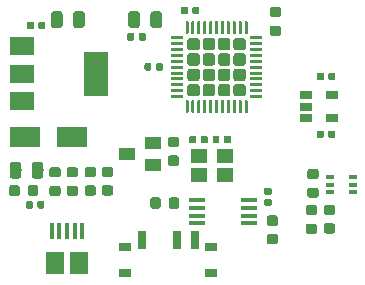
<source format=gtp>
G04 #@! TF.GenerationSoftware,KiCad,Pcbnew,5.0.2-bee76a0~70~ubuntu18.04.1*
G04 #@! TF.CreationDate,2019-03-17T15:09:20+09:00*
G04 #@! TF.ProjectId,LeonardoBB,4c656f6e-6172-4646-9f42-422e6b696361,rev?*
G04 #@! TF.SameCoordinates,Original*
G04 #@! TF.FileFunction,Paste,Top*
G04 #@! TF.FilePolarity,Positive*
%FSLAX46Y46*%
G04 Gerber Fmt 4.6, Leading zero omitted, Abs format (unit mm)*
G04 Created by KiCad (PCBNEW 5.0.2-bee76a0~70~ubuntu18.04.1) date 2019年03月17日 15時09分20秒*
%MOMM*%
%LPD*%
G01*
G04 APERTURE LIST*
%ADD10C,0.100000*%
%ADD11C,0.975000*%
%ADD12C,0.590000*%
%ADD13R,2.500000X1.800000*%
%ADD14C,0.875000*%
%ADD15R,1.400000X1.000000*%
%ADD16R,0.650000X0.400000*%
%ADD17R,0.700000X1.500000*%
%ADD18R,1.000000X0.800000*%
%ADD19C,1.050000*%
%ADD20C,0.250000*%
%ADD21R,2.000000X3.800000*%
%ADD22R,2.000000X1.500000*%
%ADD23R,1.060000X0.650000*%
%ADD24R,1.400000X1.150000*%
%ADD25R,1.500000X1.900000*%
%ADD26R,0.400000X1.350000*%
%ADD27R,1.450000X0.450000*%
G04 APERTURE END LIST*
D10*
G04 #@! TO.C,C9*
G36*
X134028142Y-103759174D02*
X134051803Y-103762684D01*
X134075007Y-103768496D01*
X134097529Y-103776554D01*
X134119153Y-103786782D01*
X134139670Y-103799079D01*
X134158883Y-103813329D01*
X134176607Y-103829393D01*
X134192671Y-103847117D01*
X134206921Y-103866330D01*
X134219218Y-103886847D01*
X134229446Y-103908471D01*
X134237504Y-103930993D01*
X134243316Y-103954197D01*
X134246826Y-103977858D01*
X134248000Y-104001750D01*
X134248000Y-104914250D01*
X134246826Y-104938142D01*
X134243316Y-104961803D01*
X134237504Y-104985007D01*
X134229446Y-105007529D01*
X134219218Y-105029153D01*
X134206921Y-105049670D01*
X134192671Y-105068883D01*
X134176607Y-105086607D01*
X134158883Y-105102671D01*
X134139670Y-105116921D01*
X134119153Y-105129218D01*
X134097529Y-105139446D01*
X134075007Y-105147504D01*
X134051803Y-105153316D01*
X134028142Y-105156826D01*
X134004250Y-105158000D01*
X133516750Y-105158000D01*
X133492858Y-105156826D01*
X133469197Y-105153316D01*
X133445993Y-105147504D01*
X133423471Y-105139446D01*
X133401847Y-105129218D01*
X133381330Y-105116921D01*
X133362117Y-105102671D01*
X133344393Y-105086607D01*
X133328329Y-105068883D01*
X133314079Y-105049670D01*
X133301782Y-105029153D01*
X133291554Y-105007529D01*
X133283496Y-104985007D01*
X133277684Y-104961803D01*
X133274174Y-104938142D01*
X133273000Y-104914250D01*
X133273000Y-104001750D01*
X133274174Y-103977858D01*
X133277684Y-103954197D01*
X133283496Y-103930993D01*
X133291554Y-103908471D01*
X133301782Y-103886847D01*
X133314079Y-103866330D01*
X133328329Y-103847117D01*
X133344393Y-103829393D01*
X133362117Y-103813329D01*
X133381330Y-103799079D01*
X133401847Y-103786782D01*
X133423471Y-103776554D01*
X133445993Y-103768496D01*
X133469197Y-103762684D01*
X133492858Y-103759174D01*
X133516750Y-103758000D01*
X134004250Y-103758000D01*
X134028142Y-103759174D01*
X134028142Y-103759174D01*
G37*
D11*
X133760500Y-104458000D03*
D10*
G36*
X135903142Y-103759174D02*
X135926803Y-103762684D01*
X135950007Y-103768496D01*
X135972529Y-103776554D01*
X135994153Y-103786782D01*
X136014670Y-103799079D01*
X136033883Y-103813329D01*
X136051607Y-103829393D01*
X136067671Y-103847117D01*
X136081921Y-103866330D01*
X136094218Y-103886847D01*
X136104446Y-103908471D01*
X136112504Y-103930993D01*
X136118316Y-103954197D01*
X136121826Y-103977858D01*
X136123000Y-104001750D01*
X136123000Y-104914250D01*
X136121826Y-104938142D01*
X136118316Y-104961803D01*
X136112504Y-104985007D01*
X136104446Y-105007529D01*
X136094218Y-105029153D01*
X136081921Y-105049670D01*
X136067671Y-105068883D01*
X136051607Y-105086607D01*
X136033883Y-105102671D01*
X136014670Y-105116921D01*
X135994153Y-105129218D01*
X135972529Y-105139446D01*
X135950007Y-105147504D01*
X135926803Y-105153316D01*
X135903142Y-105156826D01*
X135879250Y-105158000D01*
X135391750Y-105158000D01*
X135367858Y-105156826D01*
X135344197Y-105153316D01*
X135320993Y-105147504D01*
X135298471Y-105139446D01*
X135276847Y-105129218D01*
X135256330Y-105116921D01*
X135237117Y-105102671D01*
X135219393Y-105086607D01*
X135203329Y-105068883D01*
X135189079Y-105049670D01*
X135176782Y-105029153D01*
X135166554Y-105007529D01*
X135158496Y-104985007D01*
X135152684Y-104961803D01*
X135149174Y-104938142D01*
X135148000Y-104914250D01*
X135148000Y-104001750D01*
X135149174Y-103977858D01*
X135152684Y-103954197D01*
X135158496Y-103930993D01*
X135166554Y-103908471D01*
X135176782Y-103886847D01*
X135189079Y-103866330D01*
X135203329Y-103847117D01*
X135219393Y-103829393D01*
X135237117Y-103813329D01*
X135256330Y-103799079D01*
X135276847Y-103786782D01*
X135298471Y-103776554D01*
X135320993Y-103768496D01*
X135344197Y-103762684D01*
X135367858Y-103759174D01*
X135391750Y-103758000D01*
X135879250Y-103758000D01*
X135903142Y-103759174D01*
X135903142Y-103759174D01*
G37*
D11*
X135635500Y-104458000D03*
G04 #@! TD*
D10*
G04 #@! TO.C,C1*
G36*
X147400958Y-114298710D02*
X147415276Y-114300834D01*
X147429317Y-114304351D01*
X147442946Y-114309228D01*
X147456031Y-114315417D01*
X147468447Y-114322858D01*
X147480073Y-114331481D01*
X147490798Y-114341202D01*
X147500519Y-114351927D01*
X147509142Y-114363553D01*
X147516583Y-114375969D01*
X147522772Y-114389054D01*
X147527649Y-114402683D01*
X147531166Y-114416724D01*
X147533290Y-114431042D01*
X147534000Y-114445500D01*
X147534000Y-114790500D01*
X147533290Y-114804958D01*
X147531166Y-114819276D01*
X147527649Y-114833317D01*
X147522772Y-114846946D01*
X147516583Y-114860031D01*
X147509142Y-114872447D01*
X147500519Y-114884073D01*
X147490798Y-114894798D01*
X147480073Y-114904519D01*
X147468447Y-114913142D01*
X147456031Y-114920583D01*
X147442946Y-114926772D01*
X147429317Y-114931649D01*
X147415276Y-114935166D01*
X147400958Y-114937290D01*
X147386500Y-114938000D01*
X147091500Y-114938000D01*
X147077042Y-114937290D01*
X147062724Y-114935166D01*
X147048683Y-114931649D01*
X147035054Y-114926772D01*
X147021969Y-114920583D01*
X147009553Y-114913142D01*
X146997927Y-114904519D01*
X146987202Y-114894798D01*
X146977481Y-114884073D01*
X146968858Y-114872447D01*
X146961417Y-114860031D01*
X146955228Y-114846946D01*
X146950351Y-114833317D01*
X146946834Y-114819276D01*
X146944710Y-114804958D01*
X146944000Y-114790500D01*
X146944000Y-114445500D01*
X146944710Y-114431042D01*
X146946834Y-114416724D01*
X146950351Y-114402683D01*
X146955228Y-114389054D01*
X146961417Y-114375969D01*
X146968858Y-114363553D01*
X146977481Y-114351927D01*
X146987202Y-114341202D01*
X146997927Y-114331481D01*
X147009553Y-114322858D01*
X147021969Y-114315417D01*
X147035054Y-114309228D01*
X147048683Y-114304351D01*
X147062724Y-114300834D01*
X147077042Y-114298710D01*
X147091500Y-114298000D01*
X147386500Y-114298000D01*
X147400958Y-114298710D01*
X147400958Y-114298710D01*
G37*
D12*
X147239000Y-114618000D03*
D10*
G36*
X148370958Y-114298710D02*
X148385276Y-114300834D01*
X148399317Y-114304351D01*
X148412946Y-114309228D01*
X148426031Y-114315417D01*
X148438447Y-114322858D01*
X148450073Y-114331481D01*
X148460798Y-114341202D01*
X148470519Y-114351927D01*
X148479142Y-114363553D01*
X148486583Y-114375969D01*
X148492772Y-114389054D01*
X148497649Y-114402683D01*
X148501166Y-114416724D01*
X148503290Y-114431042D01*
X148504000Y-114445500D01*
X148504000Y-114790500D01*
X148503290Y-114804958D01*
X148501166Y-114819276D01*
X148497649Y-114833317D01*
X148492772Y-114846946D01*
X148486583Y-114860031D01*
X148479142Y-114872447D01*
X148470519Y-114884073D01*
X148460798Y-114894798D01*
X148450073Y-114904519D01*
X148438447Y-114913142D01*
X148426031Y-114920583D01*
X148412946Y-114926772D01*
X148399317Y-114931649D01*
X148385276Y-114935166D01*
X148370958Y-114937290D01*
X148356500Y-114938000D01*
X148061500Y-114938000D01*
X148047042Y-114937290D01*
X148032724Y-114935166D01*
X148018683Y-114931649D01*
X148005054Y-114926772D01*
X147991969Y-114920583D01*
X147979553Y-114913142D01*
X147967927Y-114904519D01*
X147957202Y-114894798D01*
X147947481Y-114884073D01*
X147938858Y-114872447D01*
X147931417Y-114860031D01*
X147925228Y-114846946D01*
X147920351Y-114833317D01*
X147916834Y-114819276D01*
X147914710Y-114804958D01*
X147914000Y-114790500D01*
X147914000Y-114445500D01*
X147914710Y-114431042D01*
X147916834Y-114416724D01*
X147920351Y-114402683D01*
X147925228Y-114389054D01*
X147931417Y-114375969D01*
X147938858Y-114363553D01*
X147947481Y-114351927D01*
X147957202Y-114341202D01*
X147967927Y-114331481D01*
X147979553Y-114322858D01*
X147991969Y-114315417D01*
X148005054Y-114309228D01*
X148018683Y-114304351D01*
X148032724Y-114300834D01*
X148047042Y-114298710D01*
X148061500Y-114298000D01*
X148356500Y-114298000D01*
X148370958Y-114298710D01*
X148370958Y-114298710D01*
G37*
D12*
X148209000Y-114618000D03*
G04 #@! TD*
D10*
G04 #@! TO.C,C2*
G36*
X145432958Y-114298710D02*
X145447276Y-114300834D01*
X145461317Y-114304351D01*
X145474946Y-114309228D01*
X145488031Y-114315417D01*
X145500447Y-114322858D01*
X145512073Y-114331481D01*
X145522798Y-114341202D01*
X145532519Y-114351927D01*
X145541142Y-114363553D01*
X145548583Y-114375969D01*
X145554772Y-114389054D01*
X145559649Y-114402683D01*
X145563166Y-114416724D01*
X145565290Y-114431042D01*
X145566000Y-114445500D01*
X145566000Y-114790500D01*
X145565290Y-114804958D01*
X145563166Y-114819276D01*
X145559649Y-114833317D01*
X145554772Y-114846946D01*
X145548583Y-114860031D01*
X145541142Y-114872447D01*
X145532519Y-114884073D01*
X145522798Y-114894798D01*
X145512073Y-114904519D01*
X145500447Y-114913142D01*
X145488031Y-114920583D01*
X145474946Y-114926772D01*
X145461317Y-114931649D01*
X145447276Y-114935166D01*
X145432958Y-114937290D01*
X145418500Y-114938000D01*
X145123500Y-114938000D01*
X145109042Y-114937290D01*
X145094724Y-114935166D01*
X145080683Y-114931649D01*
X145067054Y-114926772D01*
X145053969Y-114920583D01*
X145041553Y-114913142D01*
X145029927Y-114904519D01*
X145019202Y-114894798D01*
X145009481Y-114884073D01*
X145000858Y-114872447D01*
X144993417Y-114860031D01*
X144987228Y-114846946D01*
X144982351Y-114833317D01*
X144978834Y-114819276D01*
X144976710Y-114804958D01*
X144976000Y-114790500D01*
X144976000Y-114445500D01*
X144976710Y-114431042D01*
X144978834Y-114416724D01*
X144982351Y-114402683D01*
X144987228Y-114389054D01*
X144993417Y-114375969D01*
X145000858Y-114363553D01*
X145009481Y-114351927D01*
X145019202Y-114341202D01*
X145029927Y-114331481D01*
X145041553Y-114322858D01*
X145053969Y-114315417D01*
X145067054Y-114309228D01*
X145080683Y-114304351D01*
X145094724Y-114300834D01*
X145109042Y-114298710D01*
X145123500Y-114298000D01*
X145418500Y-114298000D01*
X145432958Y-114298710D01*
X145432958Y-114298710D01*
G37*
D12*
X145271000Y-114618000D03*
D10*
G36*
X146402958Y-114298710D02*
X146417276Y-114300834D01*
X146431317Y-114304351D01*
X146444946Y-114309228D01*
X146458031Y-114315417D01*
X146470447Y-114322858D01*
X146482073Y-114331481D01*
X146492798Y-114341202D01*
X146502519Y-114351927D01*
X146511142Y-114363553D01*
X146518583Y-114375969D01*
X146524772Y-114389054D01*
X146529649Y-114402683D01*
X146533166Y-114416724D01*
X146535290Y-114431042D01*
X146536000Y-114445500D01*
X146536000Y-114790500D01*
X146535290Y-114804958D01*
X146533166Y-114819276D01*
X146529649Y-114833317D01*
X146524772Y-114846946D01*
X146518583Y-114860031D01*
X146511142Y-114872447D01*
X146502519Y-114884073D01*
X146492798Y-114894798D01*
X146482073Y-114904519D01*
X146470447Y-114913142D01*
X146458031Y-114920583D01*
X146444946Y-114926772D01*
X146431317Y-114931649D01*
X146417276Y-114935166D01*
X146402958Y-114937290D01*
X146388500Y-114938000D01*
X146093500Y-114938000D01*
X146079042Y-114937290D01*
X146064724Y-114935166D01*
X146050683Y-114931649D01*
X146037054Y-114926772D01*
X146023969Y-114920583D01*
X146011553Y-114913142D01*
X145999927Y-114904519D01*
X145989202Y-114894798D01*
X145979481Y-114884073D01*
X145970858Y-114872447D01*
X145963417Y-114860031D01*
X145957228Y-114846946D01*
X145952351Y-114833317D01*
X145948834Y-114819276D01*
X145946710Y-114804958D01*
X145946000Y-114790500D01*
X145946000Y-114445500D01*
X145946710Y-114431042D01*
X145948834Y-114416724D01*
X145952351Y-114402683D01*
X145957228Y-114389054D01*
X145963417Y-114375969D01*
X145970858Y-114363553D01*
X145979481Y-114351927D01*
X145989202Y-114341202D01*
X145999927Y-114331481D01*
X146011553Y-114322858D01*
X146023969Y-114315417D01*
X146037054Y-114309228D01*
X146050683Y-114304351D01*
X146064724Y-114300834D01*
X146079042Y-114298710D01*
X146093500Y-114298000D01*
X146388500Y-114298000D01*
X146402958Y-114298710D01*
X146402958Y-114298710D01*
G37*
D12*
X146241000Y-114618000D03*
G04 #@! TD*
D10*
G04 #@! TO.C,C3*
G36*
X144733958Y-103376710D02*
X144748276Y-103378834D01*
X144762317Y-103382351D01*
X144775946Y-103387228D01*
X144789031Y-103393417D01*
X144801447Y-103400858D01*
X144813073Y-103409481D01*
X144823798Y-103419202D01*
X144833519Y-103429927D01*
X144842142Y-103441553D01*
X144849583Y-103453969D01*
X144855772Y-103467054D01*
X144860649Y-103480683D01*
X144864166Y-103494724D01*
X144866290Y-103509042D01*
X144867000Y-103523500D01*
X144867000Y-103868500D01*
X144866290Y-103882958D01*
X144864166Y-103897276D01*
X144860649Y-103911317D01*
X144855772Y-103924946D01*
X144849583Y-103938031D01*
X144842142Y-103950447D01*
X144833519Y-103962073D01*
X144823798Y-103972798D01*
X144813073Y-103982519D01*
X144801447Y-103991142D01*
X144789031Y-103998583D01*
X144775946Y-104004772D01*
X144762317Y-104009649D01*
X144748276Y-104013166D01*
X144733958Y-104015290D01*
X144719500Y-104016000D01*
X144424500Y-104016000D01*
X144410042Y-104015290D01*
X144395724Y-104013166D01*
X144381683Y-104009649D01*
X144368054Y-104004772D01*
X144354969Y-103998583D01*
X144342553Y-103991142D01*
X144330927Y-103982519D01*
X144320202Y-103972798D01*
X144310481Y-103962073D01*
X144301858Y-103950447D01*
X144294417Y-103938031D01*
X144288228Y-103924946D01*
X144283351Y-103911317D01*
X144279834Y-103897276D01*
X144277710Y-103882958D01*
X144277000Y-103868500D01*
X144277000Y-103523500D01*
X144277710Y-103509042D01*
X144279834Y-103494724D01*
X144283351Y-103480683D01*
X144288228Y-103467054D01*
X144294417Y-103453969D01*
X144301858Y-103441553D01*
X144310481Y-103429927D01*
X144320202Y-103419202D01*
X144330927Y-103409481D01*
X144342553Y-103400858D01*
X144354969Y-103393417D01*
X144368054Y-103387228D01*
X144381683Y-103382351D01*
X144395724Y-103378834D01*
X144410042Y-103376710D01*
X144424500Y-103376000D01*
X144719500Y-103376000D01*
X144733958Y-103376710D01*
X144733958Y-103376710D01*
G37*
D12*
X144572000Y-103696000D03*
D10*
G36*
X145703958Y-103376710D02*
X145718276Y-103378834D01*
X145732317Y-103382351D01*
X145745946Y-103387228D01*
X145759031Y-103393417D01*
X145771447Y-103400858D01*
X145783073Y-103409481D01*
X145793798Y-103419202D01*
X145803519Y-103429927D01*
X145812142Y-103441553D01*
X145819583Y-103453969D01*
X145825772Y-103467054D01*
X145830649Y-103480683D01*
X145834166Y-103494724D01*
X145836290Y-103509042D01*
X145837000Y-103523500D01*
X145837000Y-103868500D01*
X145836290Y-103882958D01*
X145834166Y-103897276D01*
X145830649Y-103911317D01*
X145825772Y-103924946D01*
X145819583Y-103938031D01*
X145812142Y-103950447D01*
X145803519Y-103962073D01*
X145793798Y-103972798D01*
X145783073Y-103982519D01*
X145771447Y-103991142D01*
X145759031Y-103998583D01*
X145745946Y-104004772D01*
X145732317Y-104009649D01*
X145718276Y-104013166D01*
X145703958Y-104015290D01*
X145689500Y-104016000D01*
X145394500Y-104016000D01*
X145380042Y-104015290D01*
X145365724Y-104013166D01*
X145351683Y-104009649D01*
X145338054Y-104004772D01*
X145324969Y-103998583D01*
X145312553Y-103991142D01*
X145300927Y-103982519D01*
X145290202Y-103972798D01*
X145280481Y-103962073D01*
X145271858Y-103950447D01*
X145264417Y-103938031D01*
X145258228Y-103924946D01*
X145253351Y-103911317D01*
X145249834Y-103897276D01*
X145247710Y-103882958D01*
X145247000Y-103868500D01*
X145247000Y-103523500D01*
X145247710Y-103509042D01*
X145249834Y-103494724D01*
X145253351Y-103480683D01*
X145258228Y-103467054D01*
X145264417Y-103453969D01*
X145271858Y-103441553D01*
X145280481Y-103429927D01*
X145290202Y-103419202D01*
X145300927Y-103409481D01*
X145312553Y-103400858D01*
X145324969Y-103393417D01*
X145338054Y-103387228D01*
X145351683Y-103382351D01*
X145365724Y-103378834D01*
X145380042Y-103376710D01*
X145394500Y-103376000D01*
X145689500Y-103376000D01*
X145703958Y-103376710D01*
X145703958Y-103376710D01*
G37*
D12*
X145542000Y-103696000D03*
G04 #@! TD*
D10*
G04 #@! TO.C,C4*
G36*
X141639958Y-108138710D02*
X141654276Y-108140834D01*
X141668317Y-108144351D01*
X141681946Y-108149228D01*
X141695031Y-108155417D01*
X141707447Y-108162858D01*
X141719073Y-108171481D01*
X141729798Y-108181202D01*
X141739519Y-108191927D01*
X141748142Y-108203553D01*
X141755583Y-108215969D01*
X141761772Y-108229054D01*
X141766649Y-108242683D01*
X141770166Y-108256724D01*
X141772290Y-108271042D01*
X141773000Y-108285500D01*
X141773000Y-108630500D01*
X141772290Y-108644958D01*
X141770166Y-108659276D01*
X141766649Y-108673317D01*
X141761772Y-108686946D01*
X141755583Y-108700031D01*
X141748142Y-108712447D01*
X141739519Y-108724073D01*
X141729798Y-108734798D01*
X141719073Y-108744519D01*
X141707447Y-108753142D01*
X141695031Y-108760583D01*
X141681946Y-108766772D01*
X141668317Y-108771649D01*
X141654276Y-108775166D01*
X141639958Y-108777290D01*
X141625500Y-108778000D01*
X141330500Y-108778000D01*
X141316042Y-108777290D01*
X141301724Y-108775166D01*
X141287683Y-108771649D01*
X141274054Y-108766772D01*
X141260969Y-108760583D01*
X141248553Y-108753142D01*
X141236927Y-108744519D01*
X141226202Y-108734798D01*
X141216481Y-108724073D01*
X141207858Y-108712447D01*
X141200417Y-108700031D01*
X141194228Y-108686946D01*
X141189351Y-108673317D01*
X141185834Y-108659276D01*
X141183710Y-108644958D01*
X141183000Y-108630500D01*
X141183000Y-108285500D01*
X141183710Y-108271042D01*
X141185834Y-108256724D01*
X141189351Y-108242683D01*
X141194228Y-108229054D01*
X141200417Y-108215969D01*
X141207858Y-108203553D01*
X141216481Y-108191927D01*
X141226202Y-108181202D01*
X141236927Y-108171481D01*
X141248553Y-108162858D01*
X141260969Y-108155417D01*
X141274054Y-108149228D01*
X141287683Y-108144351D01*
X141301724Y-108140834D01*
X141316042Y-108138710D01*
X141330500Y-108138000D01*
X141625500Y-108138000D01*
X141639958Y-108138710D01*
X141639958Y-108138710D01*
G37*
D12*
X141478000Y-108458000D03*
D10*
G36*
X142609958Y-108138710D02*
X142624276Y-108140834D01*
X142638317Y-108144351D01*
X142651946Y-108149228D01*
X142665031Y-108155417D01*
X142677447Y-108162858D01*
X142689073Y-108171481D01*
X142699798Y-108181202D01*
X142709519Y-108191927D01*
X142718142Y-108203553D01*
X142725583Y-108215969D01*
X142731772Y-108229054D01*
X142736649Y-108242683D01*
X142740166Y-108256724D01*
X142742290Y-108271042D01*
X142743000Y-108285500D01*
X142743000Y-108630500D01*
X142742290Y-108644958D01*
X142740166Y-108659276D01*
X142736649Y-108673317D01*
X142731772Y-108686946D01*
X142725583Y-108700031D01*
X142718142Y-108712447D01*
X142709519Y-108724073D01*
X142699798Y-108734798D01*
X142689073Y-108744519D01*
X142677447Y-108753142D01*
X142665031Y-108760583D01*
X142651946Y-108766772D01*
X142638317Y-108771649D01*
X142624276Y-108775166D01*
X142609958Y-108777290D01*
X142595500Y-108778000D01*
X142300500Y-108778000D01*
X142286042Y-108777290D01*
X142271724Y-108775166D01*
X142257683Y-108771649D01*
X142244054Y-108766772D01*
X142230969Y-108760583D01*
X142218553Y-108753142D01*
X142206927Y-108744519D01*
X142196202Y-108734798D01*
X142186481Y-108724073D01*
X142177858Y-108712447D01*
X142170417Y-108700031D01*
X142164228Y-108686946D01*
X142159351Y-108673317D01*
X142155834Y-108659276D01*
X142153710Y-108644958D01*
X142153000Y-108630500D01*
X142153000Y-108285500D01*
X142153710Y-108271042D01*
X142155834Y-108256724D01*
X142159351Y-108242683D01*
X142164228Y-108229054D01*
X142170417Y-108215969D01*
X142177858Y-108203553D01*
X142186481Y-108191927D01*
X142196202Y-108181202D01*
X142206927Y-108171481D01*
X142218553Y-108162858D01*
X142230969Y-108155417D01*
X142244054Y-108149228D01*
X142257683Y-108144351D01*
X142271724Y-108140834D01*
X142286042Y-108138710D01*
X142300500Y-108138000D01*
X142595500Y-108138000D01*
X142609958Y-108138710D01*
X142609958Y-108138710D01*
G37*
D12*
X142448000Y-108458000D03*
G04 #@! TD*
D10*
G04 #@! TO.C,C5*
G36*
X131606958Y-119822710D02*
X131621276Y-119824834D01*
X131635317Y-119828351D01*
X131648946Y-119833228D01*
X131662031Y-119839417D01*
X131674447Y-119846858D01*
X131686073Y-119855481D01*
X131696798Y-119865202D01*
X131706519Y-119875927D01*
X131715142Y-119887553D01*
X131722583Y-119899969D01*
X131728772Y-119913054D01*
X131733649Y-119926683D01*
X131737166Y-119940724D01*
X131739290Y-119955042D01*
X131740000Y-119969500D01*
X131740000Y-120314500D01*
X131739290Y-120328958D01*
X131737166Y-120343276D01*
X131733649Y-120357317D01*
X131728772Y-120370946D01*
X131722583Y-120384031D01*
X131715142Y-120396447D01*
X131706519Y-120408073D01*
X131696798Y-120418798D01*
X131686073Y-120428519D01*
X131674447Y-120437142D01*
X131662031Y-120444583D01*
X131648946Y-120450772D01*
X131635317Y-120455649D01*
X131621276Y-120459166D01*
X131606958Y-120461290D01*
X131592500Y-120462000D01*
X131297500Y-120462000D01*
X131283042Y-120461290D01*
X131268724Y-120459166D01*
X131254683Y-120455649D01*
X131241054Y-120450772D01*
X131227969Y-120444583D01*
X131215553Y-120437142D01*
X131203927Y-120428519D01*
X131193202Y-120418798D01*
X131183481Y-120408073D01*
X131174858Y-120396447D01*
X131167417Y-120384031D01*
X131161228Y-120370946D01*
X131156351Y-120357317D01*
X131152834Y-120343276D01*
X131150710Y-120328958D01*
X131150000Y-120314500D01*
X131150000Y-119969500D01*
X131150710Y-119955042D01*
X131152834Y-119940724D01*
X131156351Y-119926683D01*
X131161228Y-119913054D01*
X131167417Y-119899969D01*
X131174858Y-119887553D01*
X131183481Y-119875927D01*
X131193202Y-119865202D01*
X131203927Y-119855481D01*
X131215553Y-119846858D01*
X131227969Y-119839417D01*
X131241054Y-119833228D01*
X131254683Y-119828351D01*
X131268724Y-119824834D01*
X131283042Y-119822710D01*
X131297500Y-119822000D01*
X131592500Y-119822000D01*
X131606958Y-119822710D01*
X131606958Y-119822710D01*
G37*
D12*
X131445000Y-120142000D03*
D10*
G36*
X132576958Y-119822710D02*
X132591276Y-119824834D01*
X132605317Y-119828351D01*
X132618946Y-119833228D01*
X132632031Y-119839417D01*
X132644447Y-119846858D01*
X132656073Y-119855481D01*
X132666798Y-119865202D01*
X132676519Y-119875927D01*
X132685142Y-119887553D01*
X132692583Y-119899969D01*
X132698772Y-119913054D01*
X132703649Y-119926683D01*
X132707166Y-119940724D01*
X132709290Y-119955042D01*
X132710000Y-119969500D01*
X132710000Y-120314500D01*
X132709290Y-120328958D01*
X132707166Y-120343276D01*
X132703649Y-120357317D01*
X132698772Y-120370946D01*
X132692583Y-120384031D01*
X132685142Y-120396447D01*
X132676519Y-120408073D01*
X132666798Y-120418798D01*
X132656073Y-120428519D01*
X132644447Y-120437142D01*
X132632031Y-120444583D01*
X132618946Y-120450772D01*
X132605317Y-120455649D01*
X132591276Y-120459166D01*
X132576958Y-120461290D01*
X132562500Y-120462000D01*
X132267500Y-120462000D01*
X132253042Y-120461290D01*
X132238724Y-120459166D01*
X132224683Y-120455649D01*
X132211054Y-120450772D01*
X132197969Y-120444583D01*
X132185553Y-120437142D01*
X132173927Y-120428519D01*
X132163202Y-120418798D01*
X132153481Y-120408073D01*
X132144858Y-120396447D01*
X132137417Y-120384031D01*
X132131228Y-120370946D01*
X132126351Y-120357317D01*
X132122834Y-120343276D01*
X132120710Y-120328958D01*
X132120000Y-120314500D01*
X132120000Y-119969500D01*
X132120710Y-119955042D01*
X132122834Y-119940724D01*
X132126351Y-119926683D01*
X132131228Y-119913054D01*
X132137417Y-119899969D01*
X132144858Y-119887553D01*
X132153481Y-119875927D01*
X132163202Y-119865202D01*
X132173927Y-119855481D01*
X132185553Y-119846858D01*
X132197969Y-119839417D01*
X132211054Y-119833228D01*
X132224683Y-119828351D01*
X132238724Y-119824834D01*
X132253042Y-119822710D01*
X132267500Y-119822000D01*
X132562500Y-119822000D01*
X132576958Y-119822710D01*
X132576958Y-119822710D01*
G37*
D12*
X132415000Y-120142000D03*
G04 #@! TD*
D10*
G04 #@! TO.C,C6*
G36*
X141148958Y-105598710D02*
X141163276Y-105600834D01*
X141177317Y-105604351D01*
X141190946Y-105609228D01*
X141204031Y-105615417D01*
X141216447Y-105622858D01*
X141228073Y-105631481D01*
X141238798Y-105641202D01*
X141248519Y-105651927D01*
X141257142Y-105663553D01*
X141264583Y-105675969D01*
X141270772Y-105689054D01*
X141275649Y-105702683D01*
X141279166Y-105716724D01*
X141281290Y-105731042D01*
X141282000Y-105745500D01*
X141282000Y-106090500D01*
X141281290Y-106104958D01*
X141279166Y-106119276D01*
X141275649Y-106133317D01*
X141270772Y-106146946D01*
X141264583Y-106160031D01*
X141257142Y-106172447D01*
X141248519Y-106184073D01*
X141238798Y-106194798D01*
X141228073Y-106204519D01*
X141216447Y-106213142D01*
X141204031Y-106220583D01*
X141190946Y-106226772D01*
X141177317Y-106231649D01*
X141163276Y-106235166D01*
X141148958Y-106237290D01*
X141134500Y-106238000D01*
X140839500Y-106238000D01*
X140825042Y-106237290D01*
X140810724Y-106235166D01*
X140796683Y-106231649D01*
X140783054Y-106226772D01*
X140769969Y-106220583D01*
X140757553Y-106213142D01*
X140745927Y-106204519D01*
X140735202Y-106194798D01*
X140725481Y-106184073D01*
X140716858Y-106172447D01*
X140709417Y-106160031D01*
X140703228Y-106146946D01*
X140698351Y-106133317D01*
X140694834Y-106119276D01*
X140692710Y-106104958D01*
X140692000Y-106090500D01*
X140692000Y-105745500D01*
X140692710Y-105731042D01*
X140694834Y-105716724D01*
X140698351Y-105702683D01*
X140703228Y-105689054D01*
X140709417Y-105675969D01*
X140716858Y-105663553D01*
X140725481Y-105651927D01*
X140735202Y-105641202D01*
X140745927Y-105631481D01*
X140757553Y-105622858D01*
X140769969Y-105615417D01*
X140783054Y-105609228D01*
X140796683Y-105604351D01*
X140810724Y-105600834D01*
X140825042Y-105598710D01*
X140839500Y-105598000D01*
X141134500Y-105598000D01*
X141148958Y-105598710D01*
X141148958Y-105598710D01*
G37*
D12*
X140987000Y-105918000D03*
D10*
G36*
X140178958Y-105598710D02*
X140193276Y-105600834D01*
X140207317Y-105604351D01*
X140220946Y-105609228D01*
X140234031Y-105615417D01*
X140246447Y-105622858D01*
X140258073Y-105631481D01*
X140268798Y-105641202D01*
X140278519Y-105651927D01*
X140287142Y-105663553D01*
X140294583Y-105675969D01*
X140300772Y-105689054D01*
X140305649Y-105702683D01*
X140309166Y-105716724D01*
X140311290Y-105731042D01*
X140312000Y-105745500D01*
X140312000Y-106090500D01*
X140311290Y-106104958D01*
X140309166Y-106119276D01*
X140305649Y-106133317D01*
X140300772Y-106146946D01*
X140294583Y-106160031D01*
X140287142Y-106172447D01*
X140278519Y-106184073D01*
X140268798Y-106194798D01*
X140258073Y-106204519D01*
X140246447Y-106213142D01*
X140234031Y-106220583D01*
X140220946Y-106226772D01*
X140207317Y-106231649D01*
X140193276Y-106235166D01*
X140178958Y-106237290D01*
X140164500Y-106238000D01*
X139869500Y-106238000D01*
X139855042Y-106237290D01*
X139840724Y-106235166D01*
X139826683Y-106231649D01*
X139813054Y-106226772D01*
X139799969Y-106220583D01*
X139787553Y-106213142D01*
X139775927Y-106204519D01*
X139765202Y-106194798D01*
X139755481Y-106184073D01*
X139746858Y-106172447D01*
X139739417Y-106160031D01*
X139733228Y-106146946D01*
X139728351Y-106133317D01*
X139724834Y-106119276D01*
X139722710Y-106104958D01*
X139722000Y-106090500D01*
X139722000Y-105745500D01*
X139722710Y-105731042D01*
X139724834Y-105716724D01*
X139728351Y-105702683D01*
X139733228Y-105689054D01*
X139739417Y-105675969D01*
X139746858Y-105663553D01*
X139755481Y-105651927D01*
X139765202Y-105641202D01*
X139775927Y-105631481D01*
X139787553Y-105622858D01*
X139799969Y-105615417D01*
X139813054Y-105609228D01*
X139826683Y-105604351D01*
X139840724Y-105600834D01*
X139855042Y-105598710D01*
X139869500Y-105598000D01*
X140164500Y-105598000D01*
X140178958Y-105598710D01*
X140178958Y-105598710D01*
G37*
D12*
X140017000Y-105918000D03*
G04 #@! TD*
D10*
G04 #@! TO.C,C7*
G36*
X151824958Y-119657210D02*
X151839276Y-119659334D01*
X151853317Y-119662851D01*
X151866946Y-119667728D01*
X151880031Y-119673917D01*
X151892447Y-119681358D01*
X151904073Y-119689981D01*
X151914798Y-119699702D01*
X151924519Y-119710427D01*
X151933142Y-119722053D01*
X151940583Y-119734469D01*
X151946772Y-119747554D01*
X151951649Y-119761183D01*
X151955166Y-119775224D01*
X151957290Y-119789542D01*
X151958000Y-119804000D01*
X151958000Y-120099000D01*
X151957290Y-120113458D01*
X151955166Y-120127776D01*
X151951649Y-120141817D01*
X151946772Y-120155446D01*
X151940583Y-120168531D01*
X151933142Y-120180947D01*
X151924519Y-120192573D01*
X151914798Y-120203298D01*
X151904073Y-120213019D01*
X151892447Y-120221642D01*
X151880031Y-120229083D01*
X151866946Y-120235272D01*
X151853317Y-120240149D01*
X151839276Y-120243666D01*
X151824958Y-120245790D01*
X151810500Y-120246500D01*
X151465500Y-120246500D01*
X151451042Y-120245790D01*
X151436724Y-120243666D01*
X151422683Y-120240149D01*
X151409054Y-120235272D01*
X151395969Y-120229083D01*
X151383553Y-120221642D01*
X151371927Y-120213019D01*
X151361202Y-120203298D01*
X151351481Y-120192573D01*
X151342858Y-120180947D01*
X151335417Y-120168531D01*
X151329228Y-120155446D01*
X151324351Y-120141817D01*
X151320834Y-120127776D01*
X151318710Y-120113458D01*
X151318000Y-120099000D01*
X151318000Y-119804000D01*
X151318710Y-119789542D01*
X151320834Y-119775224D01*
X151324351Y-119761183D01*
X151329228Y-119747554D01*
X151335417Y-119734469D01*
X151342858Y-119722053D01*
X151351481Y-119710427D01*
X151361202Y-119699702D01*
X151371927Y-119689981D01*
X151383553Y-119681358D01*
X151395969Y-119673917D01*
X151409054Y-119667728D01*
X151422683Y-119662851D01*
X151436724Y-119659334D01*
X151451042Y-119657210D01*
X151465500Y-119656500D01*
X151810500Y-119656500D01*
X151824958Y-119657210D01*
X151824958Y-119657210D01*
G37*
D12*
X151638000Y-119951500D03*
D10*
G36*
X151824958Y-118687210D02*
X151839276Y-118689334D01*
X151853317Y-118692851D01*
X151866946Y-118697728D01*
X151880031Y-118703917D01*
X151892447Y-118711358D01*
X151904073Y-118719981D01*
X151914798Y-118729702D01*
X151924519Y-118740427D01*
X151933142Y-118752053D01*
X151940583Y-118764469D01*
X151946772Y-118777554D01*
X151951649Y-118791183D01*
X151955166Y-118805224D01*
X151957290Y-118819542D01*
X151958000Y-118834000D01*
X151958000Y-119129000D01*
X151957290Y-119143458D01*
X151955166Y-119157776D01*
X151951649Y-119171817D01*
X151946772Y-119185446D01*
X151940583Y-119198531D01*
X151933142Y-119210947D01*
X151924519Y-119222573D01*
X151914798Y-119233298D01*
X151904073Y-119243019D01*
X151892447Y-119251642D01*
X151880031Y-119259083D01*
X151866946Y-119265272D01*
X151853317Y-119270149D01*
X151839276Y-119273666D01*
X151824958Y-119275790D01*
X151810500Y-119276500D01*
X151465500Y-119276500D01*
X151451042Y-119275790D01*
X151436724Y-119273666D01*
X151422683Y-119270149D01*
X151409054Y-119265272D01*
X151395969Y-119259083D01*
X151383553Y-119251642D01*
X151371927Y-119243019D01*
X151361202Y-119233298D01*
X151351481Y-119222573D01*
X151342858Y-119210947D01*
X151335417Y-119198531D01*
X151329228Y-119185446D01*
X151324351Y-119171817D01*
X151320834Y-119157776D01*
X151318710Y-119143458D01*
X151318000Y-119129000D01*
X151318000Y-118834000D01*
X151318710Y-118819542D01*
X151320834Y-118805224D01*
X151324351Y-118791183D01*
X151329228Y-118777554D01*
X151335417Y-118764469D01*
X151342858Y-118752053D01*
X151351481Y-118740427D01*
X151361202Y-118729702D01*
X151371927Y-118719981D01*
X151383553Y-118711358D01*
X151395969Y-118703917D01*
X151409054Y-118697728D01*
X151422683Y-118692851D01*
X151436724Y-118689334D01*
X151451042Y-118687210D01*
X151465500Y-118686500D01*
X151810500Y-118686500D01*
X151824958Y-118687210D01*
X151824958Y-118687210D01*
G37*
D12*
X151638000Y-118981500D03*
G04 #@! TD*
D10*
G04 #@! TO.C,C8*
G36*
X132411142Y-116522174D02*
X132434803Y-116525684D01*
X132458007Y-116531496D01*
X132480529Y-116539554D01*
X132502153Y-116549782D01*
X132522670Y-116562079D01*
X132541883Y-116576329D01*
X132559607Y-116592393D01*
X132575671Y-116610117D01*
X132589921Y-116629330D01*
X132602218Y-116649847D01*
X132612446Y-116671471D01*
X132620504Y-116693993D01*
X132626316Y-116717197D01*
X132629826Y-116740858D01*
X132631000Y-116764750D01*
X132631000Y-117677250D01*
X132629826Y-117701142D01*
X132626316Y-117724803D01*
X132620504Y-117748007D01*
X132612446Y-117770529D01*
X132602218Y-117792153D01*
X132589921Y-117812670D01*
X132575671Y-117831883D01*
X132559607Y-117849607D01*
X132541883Y-117865671D01*
X132522670Y-117879921D01*
X132502153Y-117892218D01*
X132480529Y-117902446D01*
X132458007Y-117910504D01*
X132434803Y-117916316D01*
X132411142Y-117919826D01*
X132387250Y-117921000D01*
X131899750Y-117921000D01*
X131875858Y-117919826D01*
X131852197Y-117916316D01*
X131828993Y-117910504D01*
X131806471Y-117902446D01*
X131784847Y-117892218D01*
X131764330Y-117879921D01*
X131745117Y-117865671D01*
X131727393Y-117849607D01*
X131711329Y-117831883D01*
X131697079Y-117812670D01*
X131684782Y-117792153D01*
X131674554Y-117770529D01*
X131666496Y-117748007D01*
X131660684Y-117724803D01*
X131657174Y-117701142D01*
X131656000Y-117677250D01*
X131656000Y-116764750D01*
X131657174Y-116740858D01*
X131660684Y-116717197D01*
X131666496Y-116693993D01*
X131674554Y-116671471D01*
X131684782Y-116649847D01*
X131697079Y-116629330D01*
X131711329Y-116610117D01*
X131727393Y-116592393D01*
X131745117Y-116576329D01*
X131764330Y-116562079D01*
X131784847Y-116549782D01*
X131806471Y-116539554D01*
X131828993Y-116531496D01*
X131852197Y-116525684D01*
X131875858Y-116522174D01*
X131899750Y-116521000D01*
X132387250Y-116521000D01*
X132411142Y-116522174D01*
X132411142Y-116522174D01*
G37*
D11*
X132143500Y-117221000D03*
D10*
G36*
X130536142Y-116522174D02*
X130559803Y-116525684D01*
X130583007Y-116531496D01*
X130605529Y-116539554D01*
X130627153Y-116549782D01*
X130647670Y-116562079D01*
X130666883Y-116576329D01*
X130684607Y-116592393D01*
X130700671Y-116610117D01*
X130714921Y-116629330D01*
X130727218Y-116649847D01*
X130737446Y-116671471D01*
X130745504Y-116693993D01*
X130751316Y-116717197D01*
X130754826Y-116740858D01*
X130756000Y-116764750D01*
X130756000Y-117677250D01*
X130754826Y-117701142D01*
X130751316Y-117724803D01*
X130745504Y-117748007D01*
X130737446Y-117770529D01*
X130727218Y-117792153D01*
X130714921Y-117812670D01*
X130700671Y-117831883D01*
X130684607Y-117849607D01*
X130666883Y-117865671D01*
X130647670Y-117879921D01*
X130627153Y-117892218D01*
X130605529Y-117902446D01*
X130583007Y-117910504D01*
X130559803Y-117916316D01*
X130536142Y-117919826D01*
X130512250Y-117921000D01*
X130024750Y-117921000D01*
X130000858Y-117919826D01*
X129977197Y-117916316D01*
X129953993Y-117910504D01*
X129931471Y-117902446D01*
X129909847Y-117892218D01*
X129889330Y-117879921D01*
X129870117Y-117865671D01*
X129852393Y-117849607D01*
X129836329Y-117831883D01*
X129822079Y-117812670D01*
X129809782Y-117792153D01*
X129799554Y-117770529D01*
X129791496Y-117748007D01*
X129785684Y-117724803D01*
X129782174Y-117701142D01*
X129781000Y-117677250D01*
X129781000Y-116764750D01*
X129782174Y-116740858D01*
X129785684Y-116717197D01*
X129791496Y-116693993D01*
X129799554Y-116671471D01*
X129809782Y-116649847D01*
X129822079Y-116629330D01*
X129836329Y-116610117D01*
X129852393Y-116592393D01*
X129870117Y-116576329D01*
X129889330Y-116562079D01*
X129909847Y-116549782D01*
X129931471Y-116539554D01*
X129953993Y-116531496D01*
X129977197Y-116525684D01*
X130000858Y-116522174D01*
X130024750Y-116521000D01*
X130512250Y-116521000D01*
X130536142Y-116522174D01*
X130536142Y-116522174D01*
G37*
D11*
X130268500Y-117221000D03*
G04 #@! TD*
D10*
G04 #@! TO.C,C10*
G36*
X132662958Y-104646710D02*
X132677276Y-104648834D01*
X132691317Y-104652351D01*
X132704946Y-104657228D01*
X132718031Y-104663417D01*
X132730447Y-104670858D01*
X132742073Y-104679481D01*
X132752798Y-104689202D01*
X132762519Y-104699927D01*
X132771142Y-104711553D01*
X132778583Y-104723969D01*
X132784772Y-104737054D01*
X132789649Y-104750683D01*
X132793166Y-104764724D01*
X132795290Y-104779042D01*
X132796000Y-104793500D01*
X132796000Y-105138500D01*
X132795290Y-105152958D01*
X132793166Y-105167276D01*
X132789649Y-105181317D01*
X132784772Y-105194946D01*
X132778583Y-105208031D01*
X132771142Y-105220447D01*
X132762519Y-105232073D01*
X132752798Y-105242798D01*
X132742073Y-105252519D01*
X132730447Y-105261142D01*
X132718031Y-105268583D01*
X132704946Y-105274772D01*
X132691317Y-105279649D01*
X132677276Y-105283166D01*
X132662958Y-105285290D01*
X132648500Y-105286000D01*
X132353500Y-105286000D01*
X132339042Y-105285290D01*
X132324724Y-105283166D01*
X132310683Y-105279649D01*
X132297054Y-105274772D01*
X132283969Y-105268583D01*
X132271553Y-105261142D01*
X132259927Y-105252519D01*
X132249202Y-105242798D01*
X132239481Y-105232073D01*
X132230858Y-105220447D01*
X132223417Y-105208031D01*
X132217228Y-105194946D01*
X132212351Y-105181317D01*
X132208834Y-105167276D01*
X132206710Y-105152958D01*
X132206000Y-105138500D01*
X132206000Y-104793500D01*
X132206710Y-104779042D01*
X132208834Y-104764724D01*
X132212351Y-104750683D01*
X132217228Y-104737054D01*
X132223417Y-104723969D01*
X132230858Y-104711553D01*
X132239481Y-104699927D01*
X132249202Y-104689202D01*
X132259927Y-104679481D01*
X132271553Y-104670858D01*
X132283969Y-104663417D01*
X132297054Y-104657228D01*
X132310683Y-104652351D01*
X132324724Y-104648834D01*
X132339042Y-104646710D01*
X132353500Y-104646000D01*
X132648500Y-104646000D01*
X132662958Y-104646710D01*
X132662958Y-104646710D01*
G37*
D12*
X132501000Y-104966000D03*
D10*
G36*
X131692958Y-104646710D02*
X131707276Y-104648834D01*
X131721317Y-104652351D01*
X131734946Y-104657228D01*
X131748031Y-104663417D01*
X131760447Y-104670858D01*
X131772073Y-104679481D01*
X131782798Y-104689202D01*
X131792519Y-104699927D01*
X131801142Y-104711553D01*
X131808583Y-104723969D01*
X131814772Y-104737054D01*
X131819649Y-104750683D01*
X131823166Y-104764724D01*
X131825290Y-104779042D01*
X131826000Y-104793500D01*
X131826000Y-105138500D01*
X131825290Y-105152958D01*
X131823166Y-105167276D01*
X131819649Y-105181317D01*
X131814772Y-105194946D01*
X131808583Y-105208031D01*
X131801142Y-105220447D01*
X131792519Y-105232073D01*
X131782798Y-105242798D01*
X131772073Y-105252519D01*
X131760447Y-105261142D01*
X131748031Y-105268583D01*
X131734946Y-105274772D01*
X131721317Y-105279649D01*
X131707276Y-105283166D01*
X131692958Y-105285290D01*
X131678500Y-105286000D01*
X131383500Y-105286000D01*
X131369042Y-105285290D01*
X131354724Y-105283166D01*
X131340683Y-105279649D01*
X131327054Y-105274772D01*
X131313969Y-105268583D01*
X131301553Y-105261142D01*
X131289927Y-105252519D01*
X131279202Y-105242798D01*
X131269481Y-105232073D01*
X131260858Y-105220447D01*
X131253417Y-105208031D01*
X131247228Y-105194946D01*
X131242351Y-105181317D01*
X131238834Y-105167276D01*
X131236710Y-105152958D01*
X131236000Y-105138500D01*
X131236000Y-104793500D01*
X131236710Y-104779042D01*
X131238834Y-104764724D01*
X131242351Y-104750683D01*
X131247228Y-104737054D01*
X131253417Y-104723969D01*
X131260858Y-104711553D01*
X131269481Y-104699927D01*
X131279202Y-104689202D01*
X131289927Y-104679481D01*
X131301553Y-104670858D01*
X131313969Y-104663417D01*
X131327054Y-104657228D01*
X131340683Y-104652351D01*
X131354724Y-104648834D01*
X131369042Y-104646710D01*
X131383500Y-104646000D01*
X131678500Y-104646000D01*
X131692958Y-104646710D01*
X131692958Y-104646710D01*
G37*
D12*
X131531000Y-104966000D03*
G04 #@! TD*
D10*
G04 #@! TO.C,C12*
G36*
X157196958Y-113853710D02*
X157211276Y-113855834D01*
X157225317Y-113859351D01*
X157238946Y-113864228D01*
X157252031Y-113870417D01*
X157264447Y-113877858D01*
X157276073Y-113886481D01*
X157286798Y-113896202D01*
X157296519Y-113906927D01*
X157305142Y-113918553D01*
X157312583Y-113930969D01*
X157318772Y-113944054D01*
X157323649Y-113957683D01*
X157327166Y-113971724D01*
X157329290Y-113986042D01*
X157330000Y-114000500D01*
X157330000Y-114345500D01*
X157329290Y-114359958D01*
X157327166Y-114374276D01*
X157323649Y-114388317D01*
X157318772Y-114401946D01*
X157312583Y-114415031D01*
X157305142Y-114427447D01*
X157296519Y-114439073D01*
X157286798Y-114449798D01*
X157276073Y-114459519D01*
X157264447Y-114468142D01*
X157252031Y-114475583D01*
X157238946Y-114481772D01*
X157225317Y-114486649D01*
X157211276Y-114490166D01*
X157196958Y-114492290D01*
X157182500Y-114493000D01*
X156887500Y-114493000D01*
X156873042Y-114492290D01*
X156858724Y-114490166D01*
X156844683Y-114486649D01*
X156831054Y-114481772D01*
X156817969Y-114475583D01*
X156805553Y-114468142D01*
X156793927Y-114459519D01*
X156783202Y-114449798D01*
X156773481Y-114439073D01*
X156764858Y-114427447D01*
X156757417Y-114415031D01*
X156751228Y-114401946D01*
X156746351Y-114388317D01*
X156742834Y-114374276D01*
X156740710Y-114359958D01*
X156740000Y-114345500D01*
X156740000Y-114000500D01*
X156740710Y-113986042D01*
X156742834Y-113971724D01*
X156746351Y-113957683D01*
X156751228Y-113944054D01*
X156757417Y-113930969D01*
X156764858Y-113918553D01*
X156773481Y-113906927D01*
X156783202Y-113896202D01*
X156793927Y-113886481D01*
X156805553Y-113877858D01*
X156817969Y-113870417D01*
X156831054Y-113864228D01*
X156844683Y-113859351D01*
X156858724Y-113855834D01*
X156873042Y-113853710D01*
X156887500Y-113853000D01*
X157182500Y-113853000D01*
X157196958Y-113853710D01*
X157196958Y-113853710D01*
G37*
D12*
X157035000Y-114173000D03*
D10*
G36*
X156226958Y-113853710D02*
X156241276Y-113855834D01*
X156255317Y-113859351D01*
X156268946Y-113864228D01*
X156282031Y-113870417D01*
X156294447Y-113877858D01*
X156306073Y-113886481D01*
X156316798Y-113896202D01*
X156326519Y-113906927D01*
X156335142Y-113918553D01*
X156342583Y-113930969D01*
X156348772Y-113944054D01*
X156353649Y-113957683D01*
X156357166Y-113971724D01*
X156359290Y-113986042D01*
X156360000Y-114000500D01*
X156360000Y-114345500D01*
X156359290Y-114359958D01*
X156357166Y-114374276D01*
X156353649Y-114388317D01*
X156348772Y-114401946D01*
X156342583Y-114415031D01*
X156335142Y-114427447D01*
X156326519Y-114439073D01*
X156316798Y-114449798D01*
X156306073Y-114459519D01*
X156294447Y-114468142D01*
X156282031Y-114475583D01*
X156268946Y-114481772D01*
X156255317Y-114486649D01*
X156241276Y-114490166D01*
X156226958Y-114492290D01*
X156212500Y-114493000D01*
X155917500Y-114493000D01*
X155903042Y-114492290D01*
X155888724Y-114490166D01*
X155874683Y-114486649D01*
X155861054Y-114481772D01*
X155847969Y-114475583D01*
X155835553Y-114468142D01*
X155823927Y-114459519D01*
X155813202Y-114449798D01*
X155803481Y-114439073D01*
X155794858Y-114427447D01*
X155787417Y-114415031D01*
X155781228Y-114401946D01*
X155776351Y-114388317D01*
X155772834Y-114374276D01*
X155770710Y-114359958D01*
X155770000Y-114345500D01*
X155770000Y-114000500D01*
X155770710Y-113986042D01*
X155772834Y-113971724D01*
X155776351Y-113957683D01*
X155781228Y-113944054D01*
X155787417Y-113930969D01*
X155794858Y-113918553D01*
X155803481Y-113906927D01*
X155813202Y-113896202D01*
X155823927Y-113886481D01*
X155835553Y-113877858D01*
X155847969Y-113870417D01*
X155861054Y-113864228D01*
X155874683Y-113859351D01*
X155888724Y-113855834D01*
X155903042Y-113853710D01*
X155917500Y-113853000D01*
X156212500Y-113853000D01*
X156226958Y-113853710D01*
X156226958Y-113853710D01*
G37*
D12*
X156065000Y-114173000D03*
G04 #@! TD*
D10*
G04 #@! TO.C,C13*
G36*
X156244958Y-108964710D02*
X156259276Y-108966834D01*
X156273317Y-108970351D01*
X156286946Y-108975228D01*
X156300031Y-108981417D01*
X156312447Y-108988858D01*
X156324073Y-108997481D01*
X156334798Y-109007202D01*
X156344519Y-109017927D01*
X156353142Y-109029553D01*
X156360583Y-109041969D01*
X156366772Y-109055054D01*
X156371649Y-109068683D01*
X156375166Y-109082724D01*
X156377290Y-109097042D01*
X156378000Y-109111500D01*
X156378000Y-109456500D01*
X156377290Y-109470958D01*
X156375166Y-109485276D01*
X156371649Y-109499317D01*
X156366772Y-109512946D01*
X156360583Y-109526031D01*
X156353142Y-109538447D01*
X156344519Y-109550073D01*
X156334798Y-109560798D01*
X156324073Y-109570519D01*
X156312447Y-109579142D01*
X156300031Y-109586583D01*
X156286946Y-109592772D01*
X156273317Y-109597649D01*
X156259276Y-109601166D01*
X156244958Y-109603290D01*
X156230500Y-109604000D01*
X155935500Y-109604000D01*
X155921042Y-109603290D01*
X155906724Y-109601166D01*
X155892683Y-109597649D01*
X155879054Y-109592772D01*
X155865969Y-109586583D01*
X155853553Y-109579142D01*
X155841927Y-109570519D01*
X155831202Y-109560798D01*
X155821481Y-109550073D01*
X155812858Y-109538447D01*
X155805417Y-109526031D01*
X155799228Y-109512946D01*
X155794351Y-109499317D01*
X155790834Y-109485276D01*
X155788710Y-109470958D01*
X155788000Y-109456500D01*
X155788000Y-109111500D01*
X155788710Y-109097042D01*
X155790834Y-109082724D01*
X155794351Y-109068683D01*
X155799228Y-109055054D01*
X155805417Y-109041969D01*
X155812858Y-109029553D01*
X155821481Y-109017927D01*
X155831202Y-109007202D01*
X155841927Y-108997481D01*
X155853553Y-108988858D01*
X155865969Y-108981417D01*
X155879054Y-108975228D01*
X155892683Y-108970351D01*
X155906724Y-108966834D01*
X155921042Y-108964710D01*
X155935500Y-108964000D01*
X156230500Y-108964000D01*
X156244958Y-108964710D01*
X156244958Y-108964710D01*
G37*
D12*
X156083000Y-109284000D03*
D10*
G36*
X157214958Y-108964710D02*
X157229276Y-108966834D01*
X157243317Y-108970351D01*
X157256946Y-108975228D01*
X157270031Y-108981417D01*
X157282447Y-108988858D01*
X157294073Y-108997481D01*
X157304798Y-109007202D01*
X157314519Y-109017927D01*
X157323142Y-109029553D01*
X157330583Y-109041969D01*
X157336772Y-109055054D01*
X157341649Y-109068683D01*
X157345166Y-109082724D01*
X157347290Y-109097042D01*
X157348000Y-109111500D01*
X157348000Y-109456500D01*
X157347290Y-109470958D01*
X157345166Y-109485276D01*
X157341649Y-109499317D01*
X157336772Y-109512946D01*
X157330583Y-109526031D01*
X157323142Y-109538447D01*
X157314519Y-109550073D01*
X157304798Y-109560798D01*
X157294073Y-109570519D01*
X157282447Y-109579142D01*
X157270031Y-109586583D01*
X157256946Y-109592772D01*
X157243317Y-109597649D01*
X157229276Y-109601166D01*
X157214958Y-109603290D01*
X157200500Y-109604000D01*
X156905500Y-109604000D01*
X156891042Y-109603290D01*
X156876724Y-109601166D01*
X156862683Y-109597649D01*
X156849054Y-109592772D01*
X156835969Y-109586583D01*
X156823553Y-109579142D01*
X156811927Y-109570519D01*
X156801202Y-109560798D01*
X156791481Y-109550073D01*
X156782858Y-109538447D01*
X156775417Y-109526031D01*
X156769228Y-109512946D01*
X156764351Y-109499317D01*
X156760834Y-109485276D01*
X156758710Y-109470958D01*
X156758000Y-109456500D01*
X156758000Y-109111500D01*
X156758710Y-109097042D01*
X156760834Y-109082724D01*
X156764351Y-109068683D01*
X156769228Y-109055054D01*
X156775417Y-109041969D01*
X156782858Y-109029553D01*
X156791481Y-109017927D01*
X156801202Y-109007202D01*
X156811927Y-108997481D01*
X156823553Y-108988858D01*
X156835969Y-108981417D01*
X156849054Y-108975228D01*
X156862683Y-108970351D01*
X156876724Y-108966834D01*
X156891042Y-108964710D01*
X156905500Y-108964000D01*
X157200500Y-108964000D01*
X157214958Y-108964710D01*
X157214958Y-108964710D01*
G37*
D12*
X157053000Y-109284000D03*
G04 #@! TD*
D13*
G04 #@! TO.C,D1*
X131032000Y-114427000D03*
X135032000Y-114427000D03*
G04 #@! TD*
D10*
G04 #@! TO.C,DZ1*
G36*
X133881691Y-118525053D02*
X133902926Y-118528203D01*
X133923750Y-118533419D01*
X133943962Y-118540651D01*
X133963368Y-118549830D01*
X133981781Y-118560866D01*
X133999024Y-118573654D01*
X134014930Y-118588070D01*
X134029346Y-118603976D01*
X134042134Y-118621219D01*
X134053170Y-118639632D01*
X134062349Y-118659038D01*
X134069581Y-118679250D01*
X134074797Y-118700074D01*
X134077947Y-118721309D01*
X134079000Y-118742750D01*
X134079000Y-119180250D01*
X134077947Y-119201691D01*
X134074797Y-119222926D01*
X134069581Y-119243750D01*
X134062349Y-119263962D01*
X134053170Y-119283368D01*
X134042134Y-119301781D01*
X134029346Y-119319024D01*
X134014930Y-119334930D01*
X133999024Y-119349346D01*
X133981781Y-119362134D01*
X133963368Y-119373170D01*
X133943962Y-119382349D01*
X133923750Y-119389581D01*
X133902926Y-119394797D01*
X133881691Y-119397947D01*
X133860250Y-119399000D01*
X133347750Y-119399000D01*
X133326309Y-119397947D01*
X133305074Y-119394797D01*
X133284250Y-119389581D01*
X133264038Y-119382349D01*
X133244632Y-119373170D01*
X133226219Y-119362134D01*
X133208976Y-119349346D01*
X133193070Y-119334930D01*
X133178654Y-119319024D01*
X133165866Y-119301781D01*
X133154830Y-119283368D01*
X133145651Y-119263962D01*
X133138419Y-119243750D01*
X133133203Y-119222926D01*
X133130053Y-119201691D01*
X133129000Y-119180250D01*
X133129000Y-118742750D01*
X133130053Y-118721309D01*
X133133203Y-118700074D01*
X133138419Y-118679250D01*
X133145651Y-118659038D01*
X133154830Y-118639632D01*
X133165866Y-118621219D01*
X133178654Y-118603976D01*
X133193070Y-118588070D01*
X133208976Y-118573654D01*
X133226219Y-118560866D01*
X133244632Y-118549830D01*
X133264038Y-118540651D01*
X133284250Y-118533419D01*
X133305074Y-118528203D01*
X133326309Y-118525053D01*
X133347750Y-118524000D01*
X133860250Y-118524000D01*
X133881691Y-118525053D01*
X133881691Y-118525053D01*
G37*
D14*
X133604000Y-118961500D03*
D10*
G36*
X133881691Y-116950053D02*
X133902926Y-116953203D01*
X133923750Y-116958419D01*
X133943962Y-116965651D01*
X133963368Y-116974830D01*
X133981781Y-116985866D01*
X133999024Y-116998654D01*
X134014930Y-117013070D01*
X134029346Y-117028976D01*
X134042134Y-117046219D01*
X134053170Y-117064632D01*
X134062349Y-117084038D01*
X134069581Y-117104250D01*
X134074797Y-117125074D01*
X134077947Y-117146309D01*
X134079000Y-117167750D01*
X134079000Y-117605250D01*
X134077947Y-117626691D01*
X134074797Y-117647926D01*
X134069581Y-117668750D01*
X134062349Y-117688962D01*
X134053170Y-117708368D01*
X134042134Y-117726781D01*
X134029346Y-117744024D01*
X134014930Y-117759930D01*
X133999024Y-117774346D01*
X133981781Y-117787134D01*
X133963368Y-117798170D01*
X133943962Y-117807349D01*
X133923750Y-117814581D01*
X133902926Y-117819797D01*
X133881691Y-117822947D01*
X133860250Y-117824000D01*
X133347750Y-117824000D01*
X133326309Y-117822947D01*
X133305074Y-117819797D01*
X133284250Y-117814581D01*
X133264038Y-117807349D01*
X133244632Y-117798170D01*
X133226219Y-117787134D01*
X133208976Y-117774346D01*
X133193070Y-117759930D01*
X133178654Y-117744024D01*
X133165866Y-117726781D01*
X133154830Y-117708368D01*
X133145651Y-117688962D01*
X133138419Y-117668750D01*
X133133203Y-117647926D01*
X133130053Y-117626691D01*
X133129000Y-117605250D01*
X133129000Y-117167750D01*
X133130053Y-117146309D01*
X133133203Y-117125074D01*
X133138419Y-117104250D01*
X133145651Y-117084038D01*
X133154830Y-117064632D01*
X133165866Y-117046219D01*
X133178654Y-117028976D01*
X133193070Y-117013070D01*
X133208976Y-116998654D01*
X133226219Y-116985866D01*
X133244632Y-116974830D01*
X133264038Y-116965651D01*
X133284250Y-116958419D01*
X133305074Y-116953203D01*
X133326309Y-116950053D01*
X133347750Y-116949000D01*
X133860250Y-116949000D01*
X133881691Y-116950053D01*
X133881691Y-116950053D01*
G37*
D14*
X133604000Y-117386500D03*
G04 #@! TD*
D10*
G04 #@! TO.C,DZ2*
G36*
X138326691Y-116912053D02*
X138347926Y-116915203D01*
X138368750Y-116920419D01*
X138388962Y-116927651D01*
X138408368Y-116936830D01*
X138426781Y-116947866D01*
X138444024Y-116960654D01*
X138459930Y-116975070D01*
X138474346Y-116990976D01*
X138487134Y-117008219D01*
X138498170Y-117026632D01*
X138507349Y-117046038D01*
X138514581Y-117066250D01*
X138519797Y-117087074D01*
X138522947Y-117108309D01*
X138524000Y-117129750D01*
X138524000Y-117567250D01*
X138522947Y-117588691D01*
X138519797Y-117609926D01*
X138514581Y-117630750D01*
X138507349Y-117650962D01*
X138498170Y-117670368D01*
X138487134Y-117688781D01*
X138474346Y-117706024D01*
X138459930Y-117721930D01*
X138444024Y-117736346D01*
X138426781Y-117749134D01*
X138408368Y-117760170D01*
X138388962Y-117769349D01*
X138368750Y-117776581D01*
X138347926Y-117781797D01*
X138326691Y-117784947D01*
X138305250Y-117786000D01*
X137792750Y-117786000D01*
X137771309Y-117784947D01*
X137750074Y-117781797D01*
X137729250Y-117776581D01*
X137709038Y-117769349D01*
X137689632Y-117760170D01*
X137671219Y-117749134D01*
X137653976Y-117736346D01*
X137638070Y-117721930D01*
X137623654Y-117706024D01*
X137610866Y-117688781D01*
X137599830Y-117670368D01*
X137590651Y-117650962D01*
X137583419Y-117630750D01*
X137578203Y-117609926D01*
X137575053Y-117588691D01*
X137574000Y-117567250D01*
X137574000Y-117129750D01*
X137575053Y-117108309D01*
X137578203Y-117087074D01*
X137583419Y-117066250D01*
X137590651Y-117046038D01*
X137599830Y-117026632D01*
X137610866Y-117008219D01*
X137623654Y-116990976D01*
X137638070Y-116975070D01*
X137653976Y-116960654D01*
X137671219Y-116947866D01*
X137689632Y-116936830D01*
X137709038Y-116927651D01*
X137729250Y-116920419D01*
X137750074Y-116915203D01*
X137771309Y-116912053D01*
X137792750Y-116911000D01*
X138305250Y-116911000D01*
X138326691Y-116912053D01*
X138326691Y-116912053D01*
G37*
D14*
X138049000Y-117348500D03*
D10*
G36*
X138326691Y-118487053D02*
X138347926Y-118490203D01*
X138368750Y-118495419D01*
X138388962Y-118502651D01*
X138408368Y-118511830D01*
X138426781Y-118522866D01*
X138444024Y-118535654D01*
X138459930Y-118550070D01*
X138474346Y-118565976D01*
X138487134Y-118583219D01*
X138498170Y-118601632D01*
X138507349Y-118621038D01*
X138514581Y-118641250D01*
X138519797Y-118662074D01*
X138522947Y-118683309D01*
X138524000Y-118704750D01*
X138524000Y-119142250D01*
X138522947Y-119163691D01*
X138519797Y-119184926D01*
X138514581Y-119205750D01*
X138507349Y-119225962D01*
X138498170Y-119245368D01*
X138487134Y-119263781D01*
X138474346Y-119281024D01*
X138459930Y-119296930D01*
X138444024Y-119311346D01*
X138426781Y-119324134D01*
X138408368Y-119335170D01*
X138388962Y-119344349D01*
X138368750Y-119351581D01*
X138347926Y-119356797D01*
X138326691Y-119359947D01*
X138305250Y-119361000D01*
X137792750Y-119361000D01*
X137771309Y-119359947D01*
X137750074Y-119356797D01*
X137729250Y-119351581D01*
X137709038Y-119344349D01*
X137689632Y-119335170D01*
X137671219Y-119324134D01*
X137653976Y-119311346D01*
X137638070Y-119296930D01*
X137623654Y-119281024D01*
X137610866Y-119263781D01*
X137599830Y-119245368D01*
X137590651Y-119225962D01*
X137583419Y-119205750D01*
X137578203Y-119184926D01*
X137575053Y-119163691D01*
X137574000Y-119142250D01*
X137574000Y-118704750D01*
X137575053Y-118683309D01*
X137578203Y-118662074D01*
X137583419Y-118641250D01*
X137590651Y-118621038D01*
X137599830Y-118601632D01*
X137610866Y-118583219D01*
X137623654Y-118565976D01*
X137638070Y-118550070D01*
X137653976Y-118535654D01*
X137671219Y-118522866D01*
X137689632Y-118511830D01*
X137709038Y-118502651D01*
X137729250Y-118495419D01*
X137750074Y-118490203D01*
X137771309Y-118487053D01*
X137792750Y-118486000D01*
X138305250Y-118486000D01*
X138326691Y-118487053D01*
X138326691Y-118487053D01*
G37*
D14*
X138049000Y-118923500D03*
G04 #@! TD*
D10*
G04 #@! TO.C,FB1*
G36*
X140569142Y-103759174D02*
X140592803Y-103762684D01*
X140616007Y-103768496D01*
X140638529Y-103776554D01*
X140660153Y-103786782D01*
X140680670Y-103799079D01*
X140699883Y-103813329D01*
X140717607Y-103829393D01*
X140733671Y-103847117D01*
X140747921Y-103866330D01*
X140760218Y-103886847D01*
X140770446Y-103908471D01*
X140778504Y-103930993D01*
X140784316Y-103954197D01*
X140787826Y-103977858D01*
X140789000Y-104001750D01*
X140789000Y-104914250D01*
X140787826Y-104938142D01*
X140784316Y-104961803D01*
X140778504Y-104985007D01*
X140770446Y-105007529D01*
X140760218Y-105029153D01*
X140747921Y-105049670D01*
X140733671Y-105068883D01*
X140717607Y-105086607D01*
X140699883Y-105102671D01*
X140680670Y-105116921D01*
X140660153Y-105129218D01*
X140638529Y-105139446D01*
X140616007Y-105147504D01*
X140592803Y-105153316D01*
X140569142Y-105156826D01*
X140545250Y-105158000D01*
X140057750Y-105158000D01*
X140033858Y-105156826D01*
X140010197Y-105153316D01*
X139986993Y-105147504D01*
X139964471Y-105139446D01*
X139942847Y-105129218D01*
X139922330Y-105116921D01*
X139903117Y-105102671D01*
X139885393Y-105086607D01*
X139869329Y-105068883D01*
X139855079Y-105049670D01*
X139842782Y-105029153D01*
X139832554Y-105007529D01*
X139824496Y-104985007D01*
X139818684Y-104961803D01*
X139815174Y-104938142D01*
X139814000Y-104914250D01*
X139814000Y-104001750D01*
X139815174Y-103977858D01*
X139818684Y-103954197D01*
X139824496Y-103930993D01*
X139832554Y-103908471D01*
X139842782Y-103886847D01*
X139855079Y-103866330D01*
X139869329Y-103847117D01*
X139885393Y-103829393D01*
X139903117Y-103813329D01*
X139922330Y-103799079D01*
X139942847Y-103786782D01*
X139964471Y-103776554D01*
X139986993Y-103768496D01*
X140010197Y-103762684D01*
X140033858Y-103759174D01*
X140057750Y-103758000D01*
X140545250Y-103758000D01*
X140569142Y-103759174D01*
X140569142Y-103759174D01*
G37*
D11*
X140301500Y-104458000D03*
D10*
G36*
X142444142Y-103759174D02*
X142467803Y-103762684D01*
X142491007Y-103768496D01*
X142513529Y-103776554D01*
X142535153Y-103786782D01*
X142555670Y-103799079D01*
X142574883Y-103813329D01*
X142592607Y-103829393D01*
X142608671Y-103847117D01*
X142622921Y-103866330D01*
X142635218Y-103886847D01*
X142645446Y-103908471D01*
X142653504Y-103930993D01*
X142659316Y-103954197D01*
X142662826Y-103977858D01*
X142664000Y-104001750D01*
X142664000Y-104914250D01*
X142662826Y-104938142D01*
X142659316Y-104961803D01*
X142653504Y-104985007D01*
X142645446Y-105007529D01*
X142635218Y-105029153D01*
X142622921Y-105049670D01*
X142608671Y-105068883D01*
X142592607Y-105086607D01*
X142574883Y-105102671D01*
X142555670Y-105116921D01*
X142535153Y-105129218D01*
X142513529Y-105139446D01*
X142491007Y-105147504D01*
X142467803Y-105153316D01*
X142444142Y-105156826D01*
X142420250Y-105158000D01*
X141932750Y-105158000D01*
X141908858Y-105156826D01*
X141885197Y-105153316D01*
X141861993Y-105147504D01*
X141839471Y-105139446D01*
X141817847Y-105129218D01*
X141797330Y-105116921D01*
X141778117Y-105102671D01*
X141760393Y-105086607D01*
X141744329Y-105068883D01*
X141730079Y-105049670D01*
X141717782Y-105029153D01*
X141707554Y-105007529D01*
X141699496Y-104985007D01*
X141693684Y-104961803D01*
X141690174Y-104938142D01*
X141689000Y-104914250D01*
X141689000Y-104001750D01*
X141690174Y-103977858D01*
X141693684Y-103954197D01*
X141699496Y-103930993D01*
X141707554Y-103908471D01*
X141717782Y-103886847D01*
X141730079Y-103866330D01*
X141744329Y-103847117D01*
X141760393Y-103829393D01*
X141778117Y-103813329D01*
X141797330Y-103799079D01*
X141817847Y-103786782D01*
X141839471Y-103776554D01*
X141861993Y-103768496D01*
X141885197Y-103762684D01*
X141908858Y-103759174D01*
X141932750Y-103758000D01*
X142420250Y-103758000D01*
X142444142Y-103759174D01*
X142444142Y-103759174D01*
G37*
D11*
X142176500Y-104458000D03*
G04 #@! TD*
D15*
G04 #@! TO.C,Q1*
X139722000Y-115826000D03*
X141922000Y-114876000D03*
X141922000Y-116776000D03*
G04 #@! TD*
D16*
G04 #@! TO.C,Q2*
X158811000Y-119078000D03*
X158811000Y-117778000D03*
X156911000Y-118428000D03*
X158811000Y-118428000D03*
X156911000Y-117778000D03*
X156911000Y-119078000D03*
G04 #@! TD*
D10*
G04 #@! TO.C,R1*
G36*
X143914691Y-114384053D02*
X143935926Y-114387203D01*
X143956750Y-114392419D01*
X143976962Y-114399651D01*
X143996368Y-114408830D01*
X144014781Y-114419866D01*
X144032024Y-114432654D01*
X144047930Y-114447070D01*
X144062346Y-114462976D01*
X144075134Y-114480219D01*
X144086170Y-114498632D01*
X144095349Y-114518038D01*
X144102581Y-114538250D01*
X144107797Y-114559074D01*
X144110947Y-114580309D01*
X144112000Y-114601750D01*
X144112000Y-115039250D01*
X144110947Y-115060691D01*
X144107797Y-115081926D01*
X144102581Y-115102750D01*
X144095349Y-115122962D01*
X144086170Y-115142368D01*
X144075134Y-115160781D01*
X144062346Y-115178024D01*
X144047930Y-115193930D01*
X144032024Y-115208346D01*
X144014781Y-115221134D01*
X143996368Y-115232170D01*
X143976962Y-115241349D01*
X143956750Y-115248581D01*
X143935926Y-115253797D01*
X143914691Y-115256947D01*
X143893250Y-115258000D01*
X143380750Y-115258000D01*
X143359309Y-115256947D01*
X143338074Y-115253797D01*
X143317250Y-115248581D01*
X143297038Y-115241349D01*
X143277632Y-115232170D01*
X143259219Y-115221134D01*
X143241976Y-115208346D01*
X143226070Y-115193930D01*
X143211654Y-115178024D01*
X143198866Y-115160781D01*
X143187830Y-115142368D01*
X143178651Y-115122962D01*
X143171419Y-115102750D01*
X143166203Y-115081926D01*
X143163053Y-115060691D01*
X143162000Y-115039250D01*
X143162000Y-114601750D01*
X143163053Y-114580309D01*
X143166203Y-114559074D01*
X143171419Y-114538250D01*
X143178651Y-114518038D01*
X143187830Y-114498632D01*
X143198866Y-114480219D01*
X143211654Y-114462976D01*
X143226070Y-114447070D01*
X143241976Y-114432654D01*
X143259219Y-114419866D01*
X143277632Y-114408830D01*
X143297038Y-114399651D01*
X143317250Y-114392419D01*
X143338074Y-114387203D01*
X143359309Y-114384053D01*
X143380750Y-114383000D01*
X143893250Y-114383000D01*
X143914691Y-114384053D01*
X143914691Y-114384053D01*
G37*
D14*
X143637000Y-114820500D03*
D10*
G36*
X143914691Y-115959053D02*
X143935926Y-115962203D01*
X143956750Y-115967419D01*
X143976962Y-115974651D01*
X143996368Y-115983830D01*
X144014781Y-115994866D01*
X144032024Y-116007654D01*
X144047930Y-116022070D01*
X144062346Y-116037976D01*
X144075134Y-116055219D01*
X144086170Y-116073632D01*
X144095349Y-116093038D01*
X144102581Y-116113250D01*
X144107797Y-116134074D01*
X144110947Y-116155309D01*
X144112000Y-116176750D01*
X144112000Y-116614250D01*
X144110947Y-116635691D01*
X144107797Y-116656926D01*
X144102581Y-116677750D01*
X144095349Y-116697962D01*
X144086170Y-116717368D01*
X144075134Y-116735781D01*
X144062346Y-116753024D01*
X144047930Y-116768930D01*
X144032024Y-116783346D01*
X144014781Y-116796134D01*
X143996368Y-116807170D01*
X143976962Y-116816349D01*
X143956750Y-116823581D01*
X143935926Y-116828797D01*
X143914691Y-116831947D01*
X143893250Y-116833000D01*
X143380750Y-116833000D01*
X143359309Y-116831947D01*
X143338074Y-116828797D01*
X143317250Y-116823581D01*
X143297038Y-116816349D01*
X143277632Y-116807170D01*
X143259219Y-116796134D01*
X143241976Y-116783346D01*
X143226070Y-116768930D01*
X143211654Y-116753024D01*
X143198866Y-116735781D01*
X143187830Y-116717368D01*
X143178651Y-116697962D01*
X143171419Y-116677750D01*
X143166203Y-116656926D01*
X143163053Y-116635691D01*
X143162000Y-116614250D01*
X143162000Y-116176750D01*
X143163053Y-116155309D01*
X143166203Y-116134074D01*
X143171419Y-116113250D01*
X143178651Y-116093038D01*
X143187830Y-116073632D01*
X143198866Y-116055219D01*
X143211654Y-116037976D01*
X143226070Y-116022070D01*
X143241976Y-116007654D01*
X143259219Y-115994866D01*
X143277632Y-115983830D01*
X143297038Y-115974651D01*
X143317250Y-115967419D01*
X143338074Y-115962203D01*
X143359309Y-115959053D01*
X143380750Y-115958000D01*
X143893250Y-115958000D01*
X143914691Y-115959053D01*
X143914691Y-115959053D01*
G37*
D14*
X143637000Y-116395500D03*
G04 #@! TD*
D10*
G04 #@! TO.C,R2*
G36*
X136865691Y-118499053D02*
X136886926Y-118502203D01*
X136907750Y-118507419D01*
X136927962Y-118514651D01*
X136947368Y-118523830D01*
X136965781Y-118534866D01*
X136983024Y-118547654D01*
X136998930Y-118562070D01*
X137013346Y-118577976D01*
X137026134Y-118595219D01*
X137037170Y-118613632D01*
X137046349Y-118633038D01*
X137053581Y-118653250D01*
X137058797Y-118674074D01*
X137061947Y-118695309D01*
X137063000Y-118716750D01*
X137063000Y-119154250D01*
X137061947Y-119175691D01*
X137058797Y-119196926D01*
X137053581Y-119217750D01*
X137046349Y-119237962D01*
X137037170Y-119257368D01*
X137026134Y-119275781D01*
X137013346Y-119293024D01*
X136998930Y-119308930D01*
X136983024Y-119323346D01*
X136965781Y-119336134D01*
X136947368Y-119347170D01*
X136927962Y-119356349D01*
X136907750Y-119363581D01*
X136886926Y-119368797D01*
X136865691Y-119371947D01*
X136844250Y-119373000D01*
X136331750Y-119373000D01*
X136310309Y-119371947D01*
X136289074Y-119368797D01*
X136268250Y-119363581D01*
X136248038Y-119356349D01*
X136228632Y-119347170D01*
X136210219Y-119336134D01*
X136192976Y-119323346D01*
X136177070Y-119308930D01*
X136162654Y-119293024D01*
X136149866Y-119275781D01*
X136138830Y-119257368D01*
X136129651Y-119237962D01*
X136122419Y-119217750D01*
X136117203Y-119196926D01*
X136114053Y-119175691D01*
X136113000Y-119154250D01*
X136113000Y-118716750D01*
X136114053Y-118695309D01*
X136117203Y-118674074D01*
X136122419Y-118653250D01*
X136129651Y-118633038D01*
X136138830Y-118613632D01*
X136149866Y-118595219D01*
X136162654Y-118577976D01*
X136177070Y-118562070D01*
X136192976Y-118547654D01*
X136210219Y-118534866D01*
X136228632Y-118523830D01*
X136248038Y-118514651D01*
X136268250Y-118507419D01*
X136289074Y-118502203D01*
X136310309Y-118499053D01*
X136331750Y-118498000D01*
X136844250Y-118498000D01*
X136865691Y-118499053D01*
X136865691Y-118499053D01*
G37*
D14*
X136588000Y-118935500D03*
D10*
G36*
X136865691Y-116924053D02*
X136886926Y-116927203D01*
X136907750Y-116932419D01*
X136927962Y-116939651D01*
X136947368Y-116948830D01*
X136965781Y-116959866D01*
X136983024Y-116972654D01*
X136998930Y-116987070D01*
X137013346Y-117002976D01*
X137026134Y-117020219D01*
X137037170Y-117038632D01*
X137046349Y-117058038D01*
X137053581Y-117078250D01*
X137058797Y-117099074D01*
X137061947Y-117120309D01*
X137063000Y-117141750D01*
X137063000Y-117579250D01*
X137061947Y-117600691D01*
X137058797Y-117621926D01*
X137053581Y-117642750D01*
X137046349Y-117662962D01*
X137037170Y-117682368D01*
X137026134Y-117700781D01*
X137013346Y-117718024D01*
X136998930Y-117733930D01*
X136983024Y-117748346D01*
X136965781Y-117761134D01*
X136947368Y-117772170D01*
X136927962Y-117781349D01*
X136907750Y-117788581D01*
X136886926Y-117793797D01*
X136865691Y-117796947D01*
X136844250Y-117798000D01*
X136331750Y-117798000D01*
X136310309Y-117796947D01*
X136289074Y-117793797D01*
X136268250Y-117788581D01*
X136248038Y-117781349D01*
X136228632Y-117772170D01*
X136210219Y-117761134D01*
X136192976Y-117748346D01*
X136177070Y-117733930D01*
X136162654Y-117718024D01*
X136149866Y-117700781D01*
X136138830Y-117682368D01*
X136129651Y-117662962D01*
X136122419Y-117642750D01*
X136117203Y-117621926D01*
X136114053Y-117600691D01*
X136113000Y-117579250D01*
X136113000Y-117141750D01*
X136114053Y-117120309D01*
X136117203Y-117099074D01*
X136122419Y-117078250D01*
X136129651Y-117058038D01*
X136138830Y-117038632D01*
X136149866Y-117020219D01*
X136162654Y-117002976D01*
X136177070Y-116987070D01*
X136192976Y-116972654D01*
X136210219Y-116959866D01*
X136228632Y-116948830D01*
X136248038Y-116939651D01*
X136268250Y-116932419D01*
X136289074Y-116927203D01*
X136310309Y-116924053D01*
X136331750Y-116923000D01*
X136844250Y-116923000D01*
X136865691Y-116924053D01*
X136865691Y-116924053D01*
G37*
D14*
X136588000Y-117360500D03*
G04 #@! TD*
D10*
G04 #@! TO.C,R3*
G36*
X135341691Y-116950053D02*
X135362926Y-116953203D01*
X135383750Y-116958419D01*
X135403962Y-116965651D01*
X135423368Y-116974830D01*
X135441781Y-116985866D01*
X135459024Y-116998654D01*
X135474930Y-117013070D01*
X135489346Y-117028976D01*
X135502134Y-117046219D01*
X135513170Y-117064632D01*
X135522349Y-117084038D01*
X135529581Y-117104250D01*
X135534797Y-117125074D01*
X135537947Y-117146309D01*
X135539000Y-117167750D01*
X135539000Y-117605250D01*
X135537947Y-117626691D01*
X135534797Y-117647926D01*
X135529581Y-117668750D01*
X135522349Y-117688962D01*
X135513170Y-117708368D01*
X135502134Y-117726781D01*
X135489346Y-117744024D01*
X135474930Y-117759930D01*
X135459024Y-117774346D01*
X135441781Y-117787134D01*
X135423368Y-117798170D01*
X135403962Y-117807349D01*
X135383750Y-117814581D01*
X135362926Y-117819797D01*
X135341691Y-117822947D01*
X135320250Y-117824000D01*
X134807750Y-117824000D01*
X134786309Y-117822947D01*
X134765074Y-117819797D01*
X134744250Y-117814581D01*
X134724038Y-117807349D01*
X134704632Y-117798170D01*
X134686219Y-117787134D01*
X134668976Y-117774346D01*
X134653070Y-117759930D01*
X134638654Y-117744024D01*
X134625866Y-117726781D01*
X134614830Y-117708368D01*
X134605651Y-117688962D01*
X134598419Y-117668750D01*
X134593203Y-117647926D01*
X134590053Y-117626691D01*
X134589000Y-117605250D01*
X134589000Y-117167750D01*
X134590053Y-117146309D01*
X134593203Y-117125074D01*
X134598419Y-117104250D01*
X134605651Y-117084038D01*
X134614830Y-117064632D01*
X134625866Y-117046219D01*
X134638654Y-117028976D01*
X134653070Y-117013070D01*
X134668976Y-116998654D01*
X134686219Y-116985866D01*
X134704632Y-116974830D01*
X134724038Y-116965651D01*
X134744250Y-116958419D01*
X134765074Y-116953203D01*
X134786309Y-116950053D01*
X134807750Y-116949000D01*
X135320250Y-116949000D01*
X135341691Y-116950053D01*
X135341691Y-116950053D01*
G37*
D14*
X135064000Y-117386500D03*
D10*
G36*
X135341691Y-118525053D02*
X135362926Y-118528203D01*
X135383750Y-118533419D01*
X135403962Y-118540651D01*
X135423368Y-118549830D01*
X135441781Y-118560866D01*
X135459024Y-118573654D01*
X135474930Y-118588070D01*
X135489346Y-118603976D01*
X135502134Y-118621219D01*
X135513170Y-118639632D01*
X135522349Y-118659038D01*
X135529581Y-118679250D01*
X135534797Y-118700074D01*
X135537947Y-118721309D01*
X135539000Y-118742750D01*
X135539000Y-119180250D01*
X135537947Y-119201691D01*
X135534797Y-119222926D01*
X135529581Y-119243750D01*
X135522349Y-119263962D01*
X135513170Y-119283368D01*
X135502134Y-119301781D01*
X135489346Y-119319024D01*
X135474930Y-119334930D01*
X135459024Y-119349346D01*
X135441781Y-119362134D01*
X135423368Y-119373170D01*
X135403962Y-119382349D01*
X135383750Y-119389581D01*
X135362926Y-119394797D01*
X135341691Y-119397947D01*
X135320250Y-119399000D01*
X134807750Y-119399000D01*
X134786309Y-119397947D01*
X134765074Y-119394797D01*
X134744250Y-119389581D01*
X134724038Y-119382349D01*
X134704632Y-119373170D01*
X134686219Y-119362134D01*
X134668976Y-119349346D01*
X134653070Y-119334930D01*
X134638654Y-119319024D01*
X134625866Y-119301781D01*
X134614830Y-119283368D01*
X134605651Y-119263962D01*
X134598419Y-119243750D01*
X134593203Y-119222926D01*
X134590053Y-119201691D01*
X134589000Y-119180250D01*
X134589000Y-118742750D01*
X134590053Y-118721309D01*
X134593203Y-118700074D01*
X134598419Y-118679250D01*
X134605651Y-118659038D01*
X134614830Y-118639632D01*
X134625866Y-118621219D01*
X134638654Y-118603976D01*
X134653070Y-118588070D01*
X134668976Y-118573654D01*
X134686219Y-118560866D01*
X134704632Y-118549830D01*
X134724038Y-118540651D01*
X134744250Y-118533419D01*
X134765074Y-118528203D01*
X134786309Y-118525053D01*
X134807750Y-118524000D01*
X135320250Y-118524000D01*
X135341691Y-118525053D01*
X135341691Y-118525053D01*
G37*
D14*
X135064000Y-118961500D03*
G04 #@! TD*
D10*
G04 #@! TO.C,R4*
G36*
X152550691Y-104961053D02*
X152571926Y-104964203D01*
X152592750Y-104969419D01*
X152612962Y-104976651D01*
X152632368Y-104985830D01*
X152650781Y-104996866D01*
X152668024Y-105009654D01*
X152683930Y-105024070D01*
X152698346Y-105039976D01*
X152711134Y-105057219D01*
X152722170Y-105075632D01*
X152731349Y-105095038D01*
X152738581Y-105115250D01*
X152743797Y-105136074D01*
X152746947Y-105157309D01*
X152748000Y-105178750D01*
X152748000Y-105616250D01*
X152746947Y-105637691D01*
X152743797Y-105658926D01*
X152738581Y-105679750D01*
X152731349Y-105699962D01*
X152722170Y-105719368D01*
X152711134Y-105737781D01*
X152698346Y-105755024D01*
X152683930Y-105770930D01*
X152668024Y-105785346D01*
X152650781Y-105798134D01*
X152632368Y-105809170D01*
X152612962Y-105818349D01*
X152592750Y-105825581D01*
X152571926Y-105830797D01*
X152550691Y-105833947D01*
X152529250Y-105835000D01*
X152016750Y-105835000D01*
X151995309Y-105833947D01*
X151974074Y-105830797D01*
X151953250Y-105825581D01*
X151933038Y-105818349D01*
X151913632Y-105809170D01*
X151895219Y-105798134D01*
X151877976Y-105785346D01*
X151862070Y-105770930D01*
X151847654Y-105755024D01*
X151834866Y-105737781D01*
X151823830Y-105719368D01*
X151814651Y-105699962D01*
X151807419Y-105679750D01*
X151802203Y-105658926D01*
X151799053Y-105637691D01*
X151798000Y-105616250D01*
X151798000Y-105178750D01*
X151799053Y-105157309D01*
X151802203Y-105136074D01*
X151807419Y-105115250D01*
X151814651Y-105095038D01*
X151823830Y-105075632D01*
X151834866Y-105057219D01*
X151847654Y-105039976D01*
X151862070Y-105024070D01*
X151877976Y-105009654D01*
X151895219Y-104996866D01*
X151913632Y-104985830D01*
X151933038Y-104976651D01*
X151953250Y-104969419D01*
X151974074Y-104964203D01*
X151995309Y-104961053D01*
X152016750Y-104960000D01*
X152529250Y-104960000D01*
X152550691Y-104961053D01*
X152550691Y-104961053D01*
G37*
D14*
X152273000Y-105397500D03*
D10*
G36*
X152550691Y-103386053D02*
X152571926Y-103389203D01*
X152592750Y-103394419D01*
X152612962Y-103401651D01*
X152632368Y-103410830D01*
X152650781Y-103421866D01*
X152668024Y-103434654D01*
X152683930Y-103449070D01*
X152698346Y-103464976D01*
X152711134Y-103482219D01*
X152722170Y-103500632D01*
X152731349Y-103520038D01*
X152738581Y-103540250D01*
X152743797Y-103561074D01*
X152746947Y-103582309D01*
X152748000Y-103603750D01*
X152748000Y-104041250D01*
X152746947Y-104062691D01*
X152743797Y-104083926D01*
X152738581Y-104104750D01*
X152731349Y-104124962D01*
X152722170Y-104144368D01*
X152711134Y-104162781D01*
X152698346Y-104180024D01*
X152683930Y-104195930D01*
X152668024Y-104210346D01*
X152650781Y-104223134D01*
X152632368Y-104234170D01*
X152612962Y-104243349D01*
X152592750Y-104250581D01*
X152571926Y-104255797D01*
X152550691Y-104258947D01*
X152529250Y-104260000D01*
X152016750Y-104260000D01*
X151995309Y-104258947D01*
X151974074Y-104255797D01*
X151953250Y-104250581D01*
X151933038Y-104243349D01*
X151913632Y-104234170D01*
X151895219Y-104223134D01*
X151877976Y-104210346D01*
X151862070Y-104195930D01*
X151847654Y-104180024D01*
X151834866Y-104162781D01*
X151823830Y-104144368D01*
X151814651Y-104124962D01*
X151807419Y-104104750D01*
X151802203Y-104083926D01*
X151799053Y-104062691D01*
X151798000Y-104041250D01*
X151798000Y-103603750D01*
X151799053Y-103582309D01*
X151802203Y-103561074D01*
X151807419Y-103540250D01*
X151814651Y-103520038D01*
X151823830Y-103500632D01*
X151834866Y-103482219D01*
X151847654Y-103464976D01*
X151862070Y-103449070D01*
X151877976Y-103434654D01*
X151895219Y-103421866D01*
X151913632Y-103410830D01*
X151933038Y-103401651D01*
X151953250Y-103394419D01*
X151974074Y-103389203D01*
X151995309Y-103386053D01*
X152016750Y-103385000D01*
X152529250Y-103385000D01*
X152550691Y-103386053D01*
X152550691Y-103386053D01*
G37*
D14*
X152273000Y-103822500D03*
G04 #@! TD*
D10*
G04 #@! TO.C,R5*
G36*
X130414691Y-118462053D02*
X130435926Y-118465203D01*
X130456750Y-118470419D01*
X130476962Y-118477651D01*
X130496368Y-118486830D01*
X130514781Y-118497866D01*
X130532024Y-118510654D01*
X130547930Y-118525070D01*
X130562346Y-118540976D01*
X130575134Y-118558219D01*
X130586170Y-118576632D01*
X130595349Y-118596038D01*
X130602581Y-118616250D01*
X130607797Y-118637074D01*
X130610947Y-118658309D01*
X130612000Y-118679750D01*
X130612000Y-119192250D01*
X130610947Y-119213691D01*
X130607797Y-119234926D01*
X130602581Y-119255750D01*
X130595349Y-119275962D01*
X130586170Y-119295368D01*
X130575134Y-119313781D01*
X130562346Y-119331024D01*
X130547930Y-119346930D01*
X130532024Y-119361346D01*
X130514781Y-119374134D01*
X130496368Y-119385170D01*
X130476962Y-119394349D01*
X130456750Y-119401581D01*
X130435926Y-119406797D01*
X130414691Y-119409947D01*
X130393250Y-119411000D01*
X129955750Y-119411000D01*
X129934309Y-119409947D01*
X129913074Y-119406797D01*
X129892250Y-119401581D01*
X129872038Y-119394349D01*
X129852632Y-119385170D01*
X129834219Y-119374134D01*
X129816976Y-119361346D01*
X129801070Y-119346930D01*
X129786654Y-119331024D01*
X129773866Y-119313781D01*
X129762830Y-119295368D01*
X129753651Y-119275962D01*
X129746419Y-119255750D01*
X129741203Y-119234926D01*
X129738053Y-119213691D01*
X129737000Y-119192250D01*
X129737000Y-118679750D01*
X129738053Y-118658309D01*
X129741203Y-118637074D01*
X129746419Y-118616250D01*
X129753651Y-118596038D01*
X129762830Y-118576632D01*
X129773866Y-118558219D01*
X129786654Y-118540976D01*
X129801070Y-118525070D01*
X129816976Y-118510654D01*
X129834219Y-118497866D01*
X129852632Y-118486830D01*
X129872038Y-118477651D01*
X129892250Y-118470419D01*
X129913074Y-118465203D01*
X129934309Y-118462053D01*
X129955750Y-118461000D01*
X130393250Y-118461000D01*
X130414691Y-118462053D01*
X130414691Y-118462053D01*
G37*
D14*
X130174500Y-118936000D03*
D10*
G36*
X131989691Y-118462053D02*
X132010926Y-118465203D01*
X132031750Y-118470419D01*
X132051962Y-118477651D01*
X132071368Y-118486830D01*
X132089781Y-118497866D01*
X132107024Y-118510654D01*
X132122930Y-118525070D01*
X132137346Y-118540976D01*
X132150134Y-118558219D01*
X132161170Y-118576632D01*
X132170349Y-118596038D01*
X132177581Y-118616250D01*
X132182797Y-118637074D01*
X132185947Y-118658309D01*
X132187000Y-118679750D01*
X132187000Y-119192250D01*
X132185947Y-119213691D01*
X132182797Y-119234926D01*
X132177581Y-119255750D01*
X132170349Y-119275962D01*
X132161170Y-119295368D01*
X132150134Y-119313781D01*
X132137346Y-119331024D01*
X132122930Y-119346930D01*
X132107024Y-119361346D01*
X132089781Y-119374134D01*
X132071368Y-119385170D01*
X132051962Y-119394349D01*
X132031750Y-119401581D01*
X132010926Y-119406797D01*
X131989691Y-119409947D01*
X131968250Y-119411000D01*
X131530750Y-119411000D01*
X131509309Y-119409947D01*
X131488074Y-119406797D01*
X131467250Y-119401581D01*
X131447038Y-119394349D01*
X131427632Y-119385170D01*
X131409219Y-119374134D01*
X131391976Y-119361346D01*
X131376070Y-119346930D01*
X131361654Y-119331024D01*
X131348866Y-119313781D01*
X131337830Y-119295368D01*
X131328651Y-119275962D01*
X131321419Y-119255750D01*
X131316203Y-119234926D01*
X131313053Y-119213691D01*
X131312000Y-119192250D01*
X131312000Y-118679750D01*
X131313053Y-118658309D01*
X131316203Y-118637074D01*
X131321419Y-118616250D01*
X131328651Y-118596038D01*
X131337830Y-118576632D01*
X131348866Y-118558219D01*
X131361654Y-118540976D01*
X131376070Y-118525070D01*
X131391976Y-118510654D01*
X131409219Y-118497866D01*
X131427632Y-118486830D01*
X131447038Y-118477651D01*
X131467250Y-118470419D01*
X131488074Y-118465203D01*
X131509309Y-118462053D01*
X131530750Y-118461000D01*
X131968250Y-118461000D01*
X131989691Y-118462053D01*
X131989691Y-118462053D01*
G37*
D14*
X131749500Y-118936000D03*
G04 #@! TD*
D10*
G04 #@! TO.C,R6*
G36*
X152296691Y-122614053D02*
X152317926Y-122617203D01*
X152338750Y-122622419D01*
X152358962Y-122629651D01*
X152378368Y-122638830D01*
X152396781Y-122649866D01*
X152414024Y-122662654D01*
X152429930Y-122677070D01*
X152444346Y-122692976D01*
X152457134Y-122710219D01*
X152468170Y-122728632D01*
X152477349Y-122748038D01*
X152484581Y-122768250D01*
X152489797Y-122789074D01*
X152492947Y-122810309D01*
X152494000Y-122831750D01*
X152494000Y-123269250D01*
X152492947Y-123290691D01*
X152489797Y-123311926D01*
X152484581Y-123332750D01*
X152477349Y-123352962D01*
X152468170Y-123372368D01*
X152457134Y-123390781D01*
X152444346Y-123408024D01*
X152429930Y-123423930D01*
X152414024Y-123438346D01*
X152396781Y-123451134D01*
X152378368Y-123462170D01*
X152358962Y-123471349D01*
X152338750Y-123478581D01*
X152317926Y-123483797D01*
X152296691Y-123486947D01*
X152275250Y-123488000D01*
X151762750Y-123488000D01*
X151741309Y-123486947D01*
X151720074Y-123483797D01*
X151699250Y-123478581D01*
X151679038Y-123471349D01*
X151659632Y-123462170D01*
X151641219Y-123451134D01*
X151623976Y-123438346D01*
X151608070Y-123423930D01*
X151593654Y-123408024D01*
X151580866Y-123390781D01*
X151569830Y-123372368D01*
X151560651Y-123352962D01*
X151553419Y-123332750D01*
X151548203Y-123311926D01*
X151545053Y-123290691D01*
X151544000Y-123269250D01*
X151544000Y-122831750D01*
X151545053Y-122810309D01*
X151548203Y-122789074D01*
X151553419Y-122768250D01*
X151560651Y-122748038D01*
X151569830Y-122728632D01*
X151580866Y-122710219D01*
X151593654Y-122692976D01*
X151608070Y-122677070D01*
X151623976Y-122662654D01*
X151641219Y-122649866D01*
X151659632Y-122638830D01*
X151679038Y-122629651D01*
X151699250Y-122622419D01*
X151720074Y-122617203D01*
X151741309Y-122614053D01*
X151762750Y-122613000D01*
X152275250Y-122613000D01*
X152296691Y-122614053D01*
X152296691Y-122614053D01*
G37*
D14*
X152019000Y-123050500D03*
D10*
G36*
X152296691Y-121039053D02*
X152317926Y-121042203D01*
X152338750Y-121047419D01*
X152358962Y-121054651D01*
X152378368Y-121063830D01*
X152396781Y-121074866D01*
X152414024Y-121087654D01*
X152429930Y-121102070D01*
X152444346Y-121117976D01*
X152457134Y-121135219D01*
X152468170Y-121153632D01*
X152477349Y-121173038D01*
X152484581Y-121193250D01*
X152489797Y-121214074D01*
X152492947Y-121235309D01*
X152494000Y-121256750D01*
X152494000Y-121694250D01*
X152492947Y-121715691D01*
X152489797Y-121736926D01*
X152484581Y-121757750D01*
X152477349Y-121777962D01*
X152468170Y-121797368D01*
X152457134Y-121815781D01*
X152444346Y-121833024D01*
X152429930Y-121848930D01*
X152414024Y-121863346D01*
X152396781Y-121876134D01*
X152378368Y-121887170D01*
X152358962Y-121896349D01*
X152338750Y-121903581D01*
X152317926Y-121908797D01*
X152296691Y-121911947D01*
X152275250Y-121913000D01*
X151762750Y-121913000D01*
X151741309Y-121911947D01*
X151720074Y-121908797D01*
X151699250Y-121903581D01*
X151679038Y-121896349D01*
X151659632Y-121887170D01*
X151641219Y-121876134D01*
X151623976Y-121863346D01*
X151608070Y-121848930D01*
X151593654Y-121833024D01*
X151580866Y-121815781D01*
X151569830Y-121797368D01*
X151560651Y-121777962D01*
X151553419Y-121757750D01*
X151548203Y-121736926D01*
X151545053Y-121715691D01*
X151544000Y-121694250D01*
X151544000Y-121256750D01*
X151545053Y-121235309D01*
X151548203Y-121214074D01*
X151553419Y-121193250D01*
X151560651Y-121173038D01*
X151569830Y-121153632D01*
X151580866Y-121135219D01*
X151593654Y-121117976D01*
X151608070Y-121102070D01*
X151623976Y-121087654D01*
X151641219Y-121074866D01*
X151659632Y-121063830D01*
X151679038Y-121054651D01*
X151699250Y-121047419D01*
X151720074Y-121042203D01*
X151741309Y-121039053D01*
X151762750Y-121038000D01*
X152275250Y-121038000D01*
X152296691Y-121039053D01*
X152296691Y-121039053D01*
G37*
D14*
X152019000Y-121475500D03*
G04 #@! TD*
D10*
G04 #@! TO.C,R7*
G36*
X143927991Y-119515653D02*
X143949226Y-119518803D01*
X143970050Y-119524019D01*
X143990262Y-119531251D01*
X144009668Y-119540430D01*
X144028081Y-119551466D01*
X144045324Y-119564254D01*
X144061230Y-119578670D01*
X144075646Y-119594576D01*
X144088434Y-119611819D01*
X144099470Y-119630232D01*
X144108649Y-119649638D01*
X144115881Y-119669850D01*
X144121097Y-119690674D01*
X144124247Y-119711909D01*
X144125300Y-119733350D01*
X144125300Y-120245850D01*
X144124247Y-120267291D01*
X144121097Y-120288526D01*
X144115881Y-120309350D01*
X144108649Y-120329562D01*
X144099470Y-120348968D01*
X144088434Y-120367381D01*
X144075646Y-120384624D01*
X144061230Y-120400530D01*
X144045324Y-120414946D01*
X144028081Y-120427734D01*
X144009668Y-120438770D01*
X143990262Y-120447949D01*
X143970050Y-120455181D01*
X143949226Y-120460397D01*
X143927991Y-120463547D01*
X143906550Y-120464600D01*
X143469050Y-120464600D01*
X143447609Y-120463547D01*
X143426374Y-120460397D01*
X143405550Y-120455181D01*
X143385338Y-120447949D01*
X143365932Y-120438770D01*
X143347519Y-120427734D01*
X143330276Y-120414946D01*
X143314370Y-120400530D01*
X143299954Y-120384624D01*
X143287166Y-120367381D01*
X143276130Y-120348968D01*
X143266951Y-120329562D01*
X143259719Y-120309350D01*
X143254503Y-120288526D01*
X143251353Y-120267291D01*
X143250300Y-120245850D01*
X143250300Y-119733350D01*
X143251353Y-119711909D01*
X143254503Y-119690674D01*
X143259719Y-119669850D01*
X143266951Y-119649638D01*
X143276130Y-119630232D01*
X143287166Y-119611819D01*
X143299954Y-119594576D01*
X143314370Y-119578670D01*
X143330276Y-119564254D01*
X143347519Y-119551466D01*
X143365932Y-119540430D01*
X143385338Y-119531251D01*
X143405550Y-119524019D01*
X143426374Y-119518803D01*
X143447609Y-119515653D01*
X143469050Y-119514600D01*
X143906550Y-119514600D01*
X143927991Y-119515653D01*
X143927991Y-119515653D01*
G37*
D14*
X143687800Y-119989600D03*
D10*
G36*
X142352991Y-119515653D02*
X142374226Y-119518803D01*
X142395050Y-119524019D01*
X142415262Y-119531251D01*
X142434668Y-119540430D01*
X142453081Y-119551466D01*
X142470324Y-119564254D01*
X142486230Y-119578670D01*
X142500646Y-119594576D01*
X142513434Y-119611819D01*
X142524470Y-119630232D01*
X142533649Y-119649638D01*
X142540881Y-119669850D01*
X142546097Y-119690674D01*
X142549247Y-119711909D01*
X142550300Y-119733350D01*
X142550300Y-120245850D01*
X142549247Y-120267291D01*
X142546097Y-120288526D01*
X142540881Y-120309350D01*
X142533649Y-120329562D01*
X142524470Y-120348968D01*
X142513434Y-120367381D01*
X142500646Y-120384624D01*
X142486230Y-120400530D01*
X142470324Y-120414946D01*
X142453081Y-120427734D01*
X142434668Y-120438770D01*
X142415262Y-120447949D01*
X142395050Y-120455181D01*
X142374226Y-120460397D01*
X142352991Y-120463547D01*
X142331550Y-120464600D01*
X141894050Y-120464600D01*
X141872609Y-120463547D01*
X141851374Y-120460397D01*
X141830550Y-120455181D01*
X141810338Y-120447949D01*
X141790932Y-120438770D01*
X141772519Y-120427734D01*
X141755276Y-120414946D01*
X141739370Y-120400530D01*
X141724954Y-120384624D01*
X141712166Y-120367381D01*
X141701130Y-120348968D01*
X141691951Y-120329562D01*
X141684719Y-120309350D01*
X141679503Y-120288526D01*
X141676353Y-120267291D01*
X141675300Y-120245850D01*
X141675300Y-119733350D01*
X141676353Y-119711909D01*
X141679503Y-119690674D01*
X141684719Y-119669850D01*
X141691951Y-119649638D01*
X141701130Y-119630232D01*
X141712166Y-119611819D01*
X141724954Y-119594576D01*
X141739370Y-119578670D01*
X141755276Y-119564254D01*
X141772519Y-119551466D01*
X141790932Y-119540430D01*
X141810338Y-119531251D01*
X141830550Y-119524019D01*
X141851374Y-119518803D01*
X141872609Y-119515653D01*
X141894050Y-119514600D01*
X142331550Y-119514600D01*
X142352991Y-119515653D01*
X142352991Y-119515653D01*
G37*
D14*
X142112800Y-119989600D03*
G04 #@! TD*
D10*
G04 #@! TO.C,R8*
G36*
X155725691Y-118677053D02*
X155746926Y-118680203D01*
X155767750Y-118685419D01*
X155787962Y-118692651D01*
X155807368Y-118701830D01*
X155825781Y-118712866D01*
X155843024Y-118725654D01*
X155858930Y-118740070D01*
X155873346Y-118755976D01*
X155886134Y-118773219D01*
X155897170Y-118791632D01*
X155906349Y-118811038D01*
X155913581Y-118831250D01*
X155918797Y-118852074D01*
X155921947Y-118873309D01*
X155923000Y-118894750D01*
X155923000Y-119332250D01*
X155921947Y-119353691D01*
X155918797Y-119374926D01*
X155913581Y-119395750D01*
X155906349Y-119415962D01*
X155897170Y-119435368D01*
X155886134Y-119453781D01*
X155873346Y-119471024D01*
X155858930Y-119486930D01*
X155843024Y-119501346D01*
X155825781Y-119514134D01*
X155807368Y-119525170D01*
X155787962Y-119534349D01*
X155767750Y-119541581D01*
X155746926Y-119546797D01*
X155725691Y-119549947D01*
X155704250Y-119551000D01*
X155191750Y-119551000D01*
X155170309Y-119549947D01*
X155149074Y-119546797D01*
X155128250Y-119541581D01*
X155108038Y-119534349D01*
X155088632Y-119525170D01*
X155070219Y-119514134D01*
X155052976Y-119501346D01*
X155037070Y-119486930D01*
X155022654Y-119471024D01*
X155009866Y-119453781D01*
X154998830Y-119435368D01*
X154989651Y-119415962D01*
X154982419Y-119395750D01*
X154977203Y-119374926D01*
X154974053Y-119353691D01*
X154973000Y-119332250D01*
X154973000Y-118894750D01*
X154974053Y-118873309D01*
X154977203Y-118852074D01*
X154982419Y-118831250D01*
X154989651Y-118811038D01*
X154998830Y-118791632D01*
X155009866Y-118773219D01*
X155022654Y-118755976D01*
X155037070Y-118740070D01*
X155052976Y-118725654D01*
X155070219Y-118712866D01*
X155088632Y-118701830D01*
X155108038Y-118692651D01*
X155128250Y-118685419D01*
X155149074Y-118680203D01*
X155170309Y-118677053D01*
X155191750Y-118676000D01*
X155704250Y-118676000D01*
X155725691Y-118677053D01*
X155725691Y-118677053D01*
G37*
D14*
X155448000Y-119113500D03*
D10*
G36*
X155725691Y-117102053D02*
X155746926Y-117105203D01*
X155767750Y-117110419D01*
X155787962Y-117117651D01*
X155807368Y-117126830D01*
X155825781Y-117137866D01*
X155843024Y-117150654D01*
X155858930Y-117165070D01*
X155873346Y-117180976D01*
X155886134Y-117198219D01*
X155897170Y-117216632D01*
X155906349Y-117236038D01*
X155913581Y-117256250D01*
X155918797Y-117277074D01*
X155921947Y-117298309D01*
X155923000Y-117319750D01*
X155923000Y-117757250D01*
X155921947Y-117778691D01*
X155918797Y-117799926D01*
X155913581Y-117820750D01*
X155906349Y-117840962D01*
X155897170Y-117860368D01*
X155886134Y-117878781D01*
X155873346Y-117896024D01*
X155858930Y-117911930D01*
X155843024Y-117926346D01*
X155825781Y-117939134D01*
X155807368Y-117950170D01*
X155787962Y-117959349D01*
X155767750Y-117966581D01*
X155746926Y-117971797D01*
X155725691Y-117974947D01*
X155704250Y-117976000D01*
X155191750Y-117976000D01*
X155170309Y-117974947D01*
X155149074Y-117971797D01*
X155128250Y-117966581D01*
X155108038Y-117959349D01*
X155088632Y-117950170D01*
X155070219Y-117939134D01*
X155052976Y-117926346D01*
X155037070Y-117911930D01*
X155022654Y-117896024D01*
X155009866Y-117878781D01*
X154998830Y-117860368D01*
X154989651Y-117840962D01*
X154982419Y-117820750D01*
X154977203Y-117799926D01*
X154974053Y-117778691D01*
X154973000Y-117757250D01*
X154973000Y-117319750D01*
X154974053Y-117298309D01*
X154977203Y-117277074D01*
X154982419Y-117256250D01*
X154989651Y-117236038D01*
X154998830Y-117216632D01*
X155009866Y-117198219D01*
X155022654Y-117180976D01*
X155037070Y-117165070D01*
X155052976Y-117150654D01*
X155070219Y-117137866D01*
X155088632Y-117126830D01*
X155108038Y-117117651D01*
X155128250Y-117110419D01*
X155149074Y-117105203D01*
X155170309Y-117102053D01*
X155191750Y-117101000D01*
X155704250Y-117101000D01*
X155725691Y-117102053D01*
X155725691Y-117102053D01*
G37*
D14*
X155448000Y-117538500D03*
G04 #@! TD*
D10*
G04 #@! TO.C,R9*
G36*
X157122691Y-121699053D02*
X157143926Y-121702203D01*
X157164750Y-121707419D01*
X157184962Y-121714651D01*
X157204368Y-121723830D01*
X157222781Y-121734866D01*
X157240024Y-121747654D01*
X157255930Y-121762070D01*
X157270346Y-121777976D01*
X157283134Y-121795219D01*
X157294170Y-121813632D01*
X157303349Y-121833038D01*
X157310581Y-121853250D01*
X157315797Y-121874074D01*
X157318947Y-121895309D01*
X157320000Y-121916750D01*
X157320000Y-122354250D01*
X157318947Y-122375691D01*
X157315797Y-122396926D01*
X157310581Y-122417750D01*
X157303349Y-122437962D01*
X157294170Y-122457368D01*
X157283134Y-122475781D01*
X157270346Y-122493024D01*
X157255930Y-122508930D01*
X157240024Y-122523346D01*
X157222781Y-122536134D01*
X157204368Y-122547170D01*
X157184962Y-122556349D01*
X157164750Y-122563581D01*
X157143926Y-122568797D01*
X157122691Y-122571947D01*
X157101250Y-122573000D01*
X156588750Y-122573000D01*
X156567309Y-122571947D01*
X156546074Y-122568797D01*
X156525250Y-122563581D01*
X156505038Y-122556349D01*
X156485632Y-122547170D01*
X156467219Y-122536134D01*
X156449976Y-122523346D01*
X156434070Y-122508930D01*
X156419654Y-122493024D01*
X156406866Y-122475781D01*
X156395830Y-122457368D01*
X156386651Y-122437962D01*
X156379419Y-122417750D01*
X156374203Y-122396926D01*
X156371053Y-122375691D01*
X156370000Y-122354250D01*
X156370000Y-121916750D01*
X156371053Y-121895309D01*
X156374203Y-121874074D01*
X156379419Y-121853250D01*
X156386651Y-121833038D01*
X156395830Y-121813632D01*
X156406866Y-121795219D01*
X156419654Y-121777976D01*
X156434070Y-121762070D01*
X156449976Y-121747654D01*
X156467219Y-121734866D01*
X156485632Y-121723830D01*
X156505038Y-121714651D01*
X156525250Y-121707419D01*
X156546074Y-121702203D01*
X156567309Y-121699053D01*
X156588750Y-121698000D01*
X157101250Y-121698000D01*
X157122691Y-121699053D01*
X157122691Y-121699053D01*
G37*
D14*
X156845000Y-122135500D03*
D10*
G36*
X157122691Y-120124053D02*
X157143926Y-120127203D01*
X157164750Y-120132419D01*
X157184962Y-120139651D01*
X157204368Y-120148830D01*
X157222781Y-120159866D01*
X157240024Y-120172654D01*
X157255930Y-120187070D01*
X157270346Y-120202976D01*
X157283134Y-120220219D01*
X157294170Y-120238632D01*
X157303349Y-120258038D01*
X157310581Y-120278250D01*
X157315797Y-120299074D01*
X157318947Y-120320309D01*
X157320000Y-120341750D01*
X157320000Y-120779250D01*
X157318947Y-120800691D01*
X157315797Y-120821926D01*
X157310581Y-120842750D01*
X157303349Y-120862962D01*
X157294170Y-120882368D01*
X157283134Y-120900781D01*
X157270346Y-120918024D01*
X157255930Y-120933930D01*
X157240024Y-120948346D01*
X157222781Y-120961134D01*
X157204368Y-120972170D01*
X157184962Y-120981349D01*
X157164750Y-120988581D01*
X157143926Y-120993797D01*
X157122691Y-120996947D01*
X157101250Y-120998000D01*
X156588750Y-120998000D01*
X156567309Y-120996947D01*
X156546074Y-120993797D01*
X156525250Y-120988581D01*
X156505038Y-120981349D01*
X156485632Y-120972170D01*
X156467219Y-120961134D01*
X156449976Y-120948346D01*
X156434070Y-120933930D01*
X156419654Y-120918024D01*
X156406866Y-120900781D01*
X156395830Y-120882368D01*
X156386651Y-120862962D01*
X156379419Y-120842750D01*
X156374203Y-120821926D01*
X156371053Y-120800691D01*
X156370000Y-120779250D01*
X156370000Y-120341750D01*
X156371053Y-120320309D01*
X156374203Y-120299074D01*
X156379419Y-120278250D01*
X156386651Y-120258038D01*
X156395830Y-120238632D01*
X156406866Y-120220219D01*
X156419654Y-120202976D01*
X156434070Y-120187070D01*
X156449976Y-120172654D01*
X156467219Y-120159866D01*
X156485632Y-120148830D01*
X156505038Y-120139651D01*
X156525250Y-120132419D01*
X156546074Y-120127203D01*
X156567309Y-120124053D01*
X156588750Y-120123000D01*
X157101250Y-120123000D01*
X157122691Y-120124053D01*
X157122691Y-120124053D01*
G37*
D14*
X156845000Y-120560500D03*
G04 #@! TD*
D10*
G04 #@! TO.C,R10*
G36*
X155598691Y-120150053D02*
X155619926Y-120153203D01*
X155640750Y-120158419D01*
X155660962Y-120165651D01*
X155680368Y-120174830D01*
X155698781Y-120185866D01*
X155716024Y-120198654D01*
X155731930Y-120213070D01*
X155746346Y-120228976D01*
X155759134Y-120246219D01*
X155770170Y-120264632D01*
X155779349Y-120284038D01*
X155786581Y-120304250D01*
X155791797Y-120325074D01*
X155794947Y-120346309D01*
X155796000Y-120367750D01*
X155796000Y-120805250D01*
X155794947Y-120826691D01*
X155791797Y-120847926D01*
X155786581Y-120868750D01*
X155779349Y-120888962D01*
X155770170Y-120908368D01*
X155759134Y-120926781D01*
X155746346Y-120944024D01*
X155731930Y-120959930D01*
X155716024Y-120974346D01*
X155698781Y-120987134D01*
X155680368Y-120998170D01*
X155660962Y-121007349D01*
X155640750Y-121014581D01*
X155619926Y-121019797D01*
X155598691Y-121022947D01*
X155577250Y-121024000D01*
X155064750Y-121024000D01*
X155043309Y-121022947D01*
X155022074Y-121019797D01*
X155001250Y-121014581D01*
X154981038Y-121007349D01*
X154961632Y-120998170D01*
X154943219Y-120987134D01*
X154925976Y-120974346D01*
X154910070Y-120959930D01*
X154895654Y-120944024D01*
X154882866Y-120926781D01*
X154871830Y-120908368D01*
X154862651Y-120888962D01*
X154855419Y-120868750D01*
X154850203Y-120847926D01*
X154847053Y-120826691D01*
X154846000Y-120805250D01*
X154846000Y-120367750D01*
X154847053Y-120346309D01*
X154850203Y-120325074D01*
X154855419Y-120304250D01*
X154862651Y-120284038D01*
X154871830Y-120264632D01*
X154882866Y-120246219D01*
X154895654Y-120228976D01*
X154910070Y-120213070D01*
X154925976Y-120198654D01*
X154943219Y-120185866D01*
X154961632Y-120174830D01*
X154981038Y-120165651D01*
X155001250Y-120158419D01*
X155022074Y-120153203D01*
X155043309Y-120150053D01*
X155064750Y-120149000D01*
X155577250Y-120149000D01*
X155598691Y-120150053D01*
X155598691Y-120150053D01*
G37*
D14*
X155321000Y-120586500D03*
D10*
G36*
X155598691Y-121725053D02*
X155619926Y-121728203D01*
X155640750Y-121733419D01*
X155660962Y-121740651D01*
X155680368Y-121749830D01*
X155698781Y-121760866D01*
X155716024Y-121773654D01*
X155731930Y-121788070D01*
X155746346Y-121803976D01*
X155759134Y-121821219D01*
X155770170Y-121839632D01*
X155779349Y-121859038D01*
X155786581Y-121879250D01*
X155791797Y-121900074D01*
X155794947Y-121921309D01*
X155796000Y-121942750D01*
X155796000Y-122380250D01*
X155794947Y-122401691D01*
X155791797Y-122422926D01*
X155786581Y-122443750D01*
X155779349Y-122463962D01*
X155770170Y-122483368D01*
X155759134Y-122501781D01*
X155746346Y-122519024D01*
X155731930Y-122534930D01*
X155716024Y-122549346D01*
X155698781Y-122562134D01*
X155680368Y-122573170D01*
X155660962Y-122582349D01*
X155640750Y-122589581D01*
X155619926Y-122594797D01*
X155598691Y-122597947D01*
X155577250Y-122599000D01*
X155064750Y-122599000D01*
X155043309Y-122597947D01*
X155022074Y-122594797D01*
X155001250Y-122589581D01*
X154981038Y-122582349D01*
X154961632Y-122573170D01*
X154943219Y-122562134D01*
X154925976Y-122549346D01*
X154910070Y-122534930D01*
X154895654Y-122519024D01*
X154882866Y-122501781D01*
X154871830Y-122483368D01*
X154862651Y-122463962D01*
X154855419Y-122443750D01*
X154850203Y-122422926D01*
X154847053Y-122401691D01*
X154846000Y-122380250D01*
X154846000Y-121942750D01*
X154847053Y-121921309D01*
X154850203Y-121900074D01*
X154855419Y-121879250D01*
X154862651Y-121859038D01*
X154871830Y-121839632D01*
X154882866Y-121821219D01*
X154895654Y-121803976D01*
X154910070Y-121788070D01*
X154925976Y-121773654D01*
X154943219Y-121760866D01*
X154961632Y-121749830D01*
X154981038Y-121740651D01*
X155001250Y-121733419D01*
X155022074Y-121728203D01*
X155043309Y-121725053D01*
X155064750Y-121724000D01*
X155577250Y-121724000D01*
X155598691Y-121725053D01*
X155598691Y-121725053D01*
G37*
D14*
X155321000Y-122161500D03*
G04 #@! TD*
D17*
G04 #@! TO.C,SW1*
X140942000Y-123094000D03*
X143942000Y-123094000D03*
X145442000Y-123094000D03*
D18*
X139542000Y-125954000D03*
X146842000Y-125954000D03*
X146842000Y-123744000D03*
X139542000Y-123744000D03*
G04 #@! TD*
D10*
G04 #@! TO.C,U1*
G36*
X145635505Y-106012204D02*
X145659773Y-106015804D01*
X145683572Y-106021765D01*
X145706671Y-106030030D01*
X145728850Y-106040520D01*
X145749893Y-106053132D01*
X145769599Y-106067747D01*
X145787777Y-106084223D01*
X145804253Y-106102401D01*
X145818868Y-106122107D01*
X145831480Y-106143150D01*
X145841970Y-106165329D01*
X145850235Y-106188428D01*
X145856196Y-106212227D01*
X145859796Y-106236495D01*
X145861000Y-106260999D01*
X145861000Y-106811001D01*
X145859796Y-106835505D01*
X145856196Y-106859773D01*
X145850235Y-106883572D01*
X145841970Y-106906671D01*
X145831480Y-106928850D01*
X145818868Y-106949893D01*
X145804253Y-106969599D01*
X145787777Y-106987777D01*
X145769599Y-107004253D01*
X145749893Y-107018868D01*
X145728850Y-107031480D01*
X145706671Y-107041970D01*
X145683572Y-107050235D01*
X145659773Y-107056196D01*
X145635505Y-107059796D01*
X145611001Y-107061000D01*
X145060999Y-107061000D01*
X145036495Y-107059796D01*
X145012227Y-107056196D01*
X144988428Y-107050235D01*
X144965329Y-107041970D01*
X144943150Y-107031480D01*
X144922107Y-107018868D01*
X144902401Y-107004253D01*
X144884223Y-106987777D01*
X144867747Y-106969599D01*
X144853132Y-106949893D01*
X144840520Y-106928850D01*
X144830030Y-106906671D01*
X144821765Y-106883572D01*
X144815804Y-106859773D01*
X144812204Y-106835505D01*
X144811000Y-106811001D01*
X144811000Y-106260999D01*
X144812204Y-106236495D01*
X144815804Y-106212227D01*
X144821765Y-106188428D01*
X144830030Y-106165329D01*
X144840520Y-106143150D01*
X144853132Y-106122107D01*
X144867747Y-106102401D01*
X144884223Y-106084223D01*
X144902401Y-106067747D01*
X144922107Y-106053132D01*
X144943150Y-106040520D01*
X144965329Y-106030030D01*
X144988428Y-106021765D01*
X145012227Y-106015804D01*
X145036495Y-106012204D01*
X145060999Y-106011000D01*
X145611001Y-106011000D01*
X145635505Y-106012204D01*
X145635505Y-106012204D01*
G37*
D19*
X145336000Y-106536000D03*
D10*
G36*
X145635505Y-107312204D02*
X145659773Y-107315804D01*
X145683572Y-107321765D01*
X145706671Y-107330030D01*
X145728850Y-107340520D01*
X145749893Y-107353132D01*
X145769599Y-107367747D01*
X145787777Y-107384223D01*
X145804253Y-107402401D01*
X145818868Y-107422107D01*
X145831480Y-107443150D01*
X145841970Y-107465329D01*
X145850235Y-107488428D01*
X145856196Y-107512227D01*
X145859796Y-107536495D01*
X145861000Y-107560999D01*
X145861000Y-108111001D01*
X145859796Y-108135505D01*
X145856196Y-108159773D01*
X145850235Y-108183572D01*
X145841970Y-108206671D01*
X145831480Y-108228850D01*
X145818868Y-108249893D01*
X145804253Y-108269599D01*
X145787777Y-108287777D01*
X145769599Y-108304253D01*
X145749893Y-108318868D01*
X145728850Y-108331480D01*
X145706671Y-108341970D01*
X145683572Y-108350235D01*
X145659773Y-108356196D01*
X145635505Y-108359796D01*
X145611001Y-108361000D01*
X145060999Y-108361000D01*
X145036495Y-108359796D01*
X145012227Y-108356196D01*
X144988428Y-108350235D01*
X144965329Y-108341970D01*
X144943150Y-108331480D01*
X144922107Y-108318868D01*
X144902401Y-108304253D01*
X144884223Y-108287777D01*
X144867747Y-108269599D01*
X144853132Y-108249893D01*
X144840520Y-108228850D01*
X144830030Y-108206671D01*
X144821765Y-108183572D01*
X144815804Y-108159773D01*
X144812204Y-108135505D01*
X144811000Y-108111001D01*
X144811000Y-107560999D01*
X144812204Y-107536495D01*
X144815804Y-107512227D01*
X144821765Y-107488428D01*
X144830030Y-107465329D01*
X144840520Y-107443150D01*
X144853132Y-107422107D01*
X144867747Y-107402401D01*
X144884223Y-107384223D01*
X144902401Y-107367747D01*
X144922107Y-107353132D01*
X144943150Y-107340520D01*
X144965329Y-107330030D01*
X144988428Y-107321765D01*
X145012227Y-107315804D01*
X145036495Y-107312204D01*
X145060999Y-107311000D01*
X145611001Y-107311000D01*
X145635505Y-107312204D01*
X145635505Y-107312204D01*
G37*
D19*
X145336000Y-107836000D03*
D10*
G36*
X145635505Y-108612204D02*
X145659773Y-108615804D01*
X145683572Y-108621765D01*
X145706671Y-108630030D01*
X145728850Y-108640520D01*
X145749893Y-108653132D01*
X145769599Y-108667747D01*
X145787777Y-108684223D01*
X145804253Y-108702401D01*
X145818868Y-108722107D01*
X145831480Y-108743150D01*
X145841970Y-108765329D01*
X145850235Y-108788428D01*
X145856196Y-108812227D01*
X145859796Y-108836495D01*
X145861000Y-108860999D01*
X145861000Y-109411001D01*
X145859796Y-109435505D01*
X145856196Y-109459773D01*
X145850235Y-109483572D01*
X145841970Y-109506671D01*
X145831480Y-109528850D01*
X145818868Y-109549893D01*
X145804253Y-109569599D01*
X145787777Y-109587777D01*
X145769599Y-109604253D01*
X145749893Y-109618868D01*
X145728850Y-109631480D01*
X145706671Y-109641970D01*
X145683572Y-109650235D01*
X145659773Y-109656196D01*
X145635505Y-109659796D01*
X145611001Y-109661000D01*
X145060999Y-109661000D01*
X145036495Y-109659796D01*
X145012227Y-109656196D01*
X144988428Y-109650235D01*
X144965329Y-109641970D01*
X144943150Y-109631480D01*
X144922107Y-109618868D01*
X144902401Y-109604253D01*
X144884223Y-109587777D01*
X144867747Y-109569599D01*
X144853132Y-109549893D01*
X144840520Y-109528850D01*
X144830030Y-109506671D01*
X144821765Y-109483572D01*
X144815804Y-109459773D01*
X144812204Y-109435505D01*
X144811000Y-109411001D01*
X144811000Y-108860999D01*
X144812204Y-108836495D01*
X144815804Y-108812227D01*
X144821765Y-108788428D01*
X144830030Y-108765329D01*
X144840520Y-108743150D01*
X144853132Y-108722107D01*
X144867747Y-108702401D01*
X144884223Y-108684223D01*
X144902401Y-108667747D01*
X144922107Y-108653132D01*
X144943150Y-108640520D01*
X144965329Y-108630030D01*
X144988428Y-108621765D01*
X145012227Y-108615804D01*
X145036495Y-108612204D01*
X145060999Y-108611000D01*
X145611001Y-108611000D01*
X145635505Y-108612204D01*
X145635505Y-108612204D01*
G37*
D19*
X145336000Y-109136000D03*
D10*
G36*
X145635505Y-109912204D02*
X145659773Y-109915804D01*
X145683572Y-109921765D01*
X145706671Y-109930030D01*
X145728850Y-109940520D01*
X145749893Y-109953132D01*
X145769599Y-109967747D01*
X145787777Y-109984223D01*
X145804253Y-110002401D01*
X145818868Y-110022107D01*
X145831480Y-110043150D01*
X145841970Y-110065329D01*
X145850235Y-110088428D01*
X145856196Y-110112227D01*
X145859796Y-110136495D01*
X145861000Y-110160999D01*
X145861000Y-110711001D01*
X145859796Y-110735505D01*
X145856196Y-110759773D01*
X145850235Y-110783572D01*
X145841970Y-110806671D01*
X145831480Y-110828850D01*
X145818868Y-110849893D01*
X145804253Y-110869599D01*
X145787777Y-110887777D01*
X145769599Y-110904253D01*
X145749893Y-110918868D01*
X145728850Y-110931480D01*
X145706671Y-110941970D01*
X145683572Y-110950235D01*
X145659773Y-110956196D01*
X145635505Y-110959796D01*
X145611001Y-110961000D01*
X145060999Y-110961000D01*
X145036495Y-110959796D01*
X145012227Y-110956196D01*
X144988428Y-110950235D01*
X144965329Y-110941970D01*
X144943150Y-110931480D01*
X144922107Y-110918868D01*
X144902401Y-110904253D01*
X144884223Y-110887777D01*
X144867747Y-110869599D01*
X144853132Y-110849893D01*
X144840520Y-110828850D01*
X144830030Y-110806671D01*
X144821765Y-110783572D01*
X144815804Y-110759773D01*
X144812204Y-110735505D01*
X144811000Y-110711001D01*
X144811000Y-110160999D01*
X144812204Y-110136495D01*
X144815804Y-110112227D01*
X144821765Y-110088428D01*
X144830030Y-110065329D01*
X144840520Y-110043150D01*
X144853132Y-110022107D01*
X144867747Y-110002401D01*
X144884223Y-109984223D01*
X144902401Y-109967747D01*
X144922107Y-109953132D01*
X144943150Y-109940520D01*
X144965329Y-109930030D01*
X144988428Y-109921765D01*
X145012227Y-109915804D01*
X145036495Y-109912204D01*
X145060999Y-109911000D01*
X145611001Y-109911000D01*
X145635505Y-109912204D01*
X145635505Y-109912204D01*
G37*
D19*
X145336000Y-110436000D03*
D10*
G36*
X146935505Y-106012204D02*
X146959773Y-106015804D01*
X146983572Y-106021765D01*
X147006671Y-106030030D01*
X147028850Y-106040520D01*
X147049893Y-106053132D01*
X147069599Y-106067747D01*
X147087777Y-106084223D01*
X147104253Y-106102401D01*
X147118868Y-106122107D01*
X147131480Y-106143150D01*
X147141970Y-106165329D01*
X147150235Y-106188428D01*
X147156196Y-106212227D01*
X147159796Y-106236495D01*
X147161000Y-106260999D01*
X147161000Y-106811001D01*
X147159796Y-106835505D01*
X147156196Y-106859773D01*
X147150235Y-106883572D01*
X147141970Y-106906671D01*
X147131480Y-106928850D01*
X147118868Y-106949893D01*
X147104253Y-106969599D01*
X147087777Y-106987777D01*
X147069599Y-107004253D01*
X147049893Y-107018868D01*
X147028850Y-107031480D01*
X147006671Y-107041970D01*
X146983572Y-107050235D01*
X146959773Y-107056196D01*
X146935505Y-107059796D01*
X146911001Y-107061000D01*
X146360999Y-107061000D01*
X146336495Y-107059796D01*
X146312227Y-107056196D01*
X146288428Y-107050235D01*
X146265329Y-107041970D01*
X146243150Y-107031480D01*
X146222107Y-107018868D01*
X146202401Y-107004253D01*
X146184223Y-106987777D01*
X146167747Y-106969599D01*
X146153132Y-106949893D01*
X146140520Y-106928850D01*
X146130030Y-106906671D01*
X146121765Y-106883572D01*
X146115804Y-106859773D01*
X146112204Y-106835505D01*
X146111000Y-106811001D01*
X146111000Y-106260999D01*
X146112204Y-106236495D01*
X146115804Y-106212227D01*
X146121765Y-106188428D01*
X146130030Y-106165329D01*
X146140520Y-106143150D01*
X146153132Y-106122107D01*
X146167747Y-106102401D01*
X146184223Y-106084223D01*
X146202401Y-106067747D01*
X146222107Y-106053132D01*
X146243150Y-106040520D01*
X146265329Y-106030030D01*
X146288428Y-106021765D01*
X146312227Y-106015804D01*
X146336495Y-106012204D01*
X146360999Y-106011000D01*
X146911001Y-106011000D01*
X146935505Y-106012204D01*
X146935505Y-106012204D01*
G37*
D19*
X146636000Y-106536000D03*
D10*
G36*
X146935505Y-107312204D02*
X146959773Y-107315804D01*
X146983572Y-107321765D01*
X147006671Y-107330030D01*
X147028850Y-107340520D01*
X147049893Y-107353132D01*
X147069599Y-107367747D01*
X147087777Y-107384223D01*
X147104253Y-107402401D01*
X147118868Y-107422107D01*
X147131480Y-107443150D01*
X147141970Y-107465329D01*
X147150235Y-107488428D01*
X147156196Y-107512227D01*
X147159796Y-107536495D01*
X147161000Y-107560999D01*
X147161000Y-108111001D01*
X147159796Y-108135505D01*
X147156196Y-108159773D01*
X147150235Y-108183572D01*
X147141970Y-108206671D01*
X147131480Y-108228850D01*
X147118868Y-108249893D01*
X147104253Y-108269599D01*
X147087777Y-108287777D01*
X147069599Y-108304253D01*
X147049893Y-108318868D01*
X147028850Y-108331480D01*
X147006671Y-108341970D01*
X146983572Y-108350235D01*
X146959773Y-108356196D01*
X146935505Y-108359796D01*
X146911001Y-108361000D01*
X146360999Y-108361000D01*
X146336495Y-108359796D01*
X146312227Y-108356196D01*
X146288428Y-108350235D01*
X146265329Y-108341970D01*
X146243150Y-108331480D01*
X146222107Y-108318868D01*
X146202401Y-108304253D01*
X146184223Y-108287777D01*
X146167747Y-108269599D01*
X146153132Y-108249893D01*
X146140520Y-108228850D01*
X146130030Y-108206671D01*
X146121765Y-108183572D01*
X146115804Y-108159773D01*
X146112204Y-108135505D01*
X146111000Y-108111001D01*
X146111000Y-107560999D01*
X146112204Y-107536495D01*
X146115804Y-107512227D01*
X146121765Y-107488428D01*
X146130030Y-107465329D01*
X146140520Y-107443150D01*
X146153132Y-107422107D01*
X146167747Y-107402401D01*
X146184223Y-107384223D01*
X146202401Y-107367747D01*
X146222107Y-107353132D01*
X146243150Y-107340520D01*
X146265329Y-107330030D01*
X146288428Y-107321765D01*
X146312227Y-107315804D01*
X146336495Y-107312204D01*
X146360999Y-107311000D01*
X146911001Y-107311000D01*
X146935505Y-107312204D01*
X146935505Y-107312204D01*
G37*
D19*
X146636000Y-107836000D03*
D10*
G36*
X146935505Y-108612204D02*
X146959773Y-108615804D01*
X146983572Y-108621765D01*
X147006671Y-108630030D01*
X147028850Y-108640520D01*
X147049893Y-108653132D01*
X147069599Y-108667747D01*
X147087777Y-108684223D01*
X147104253Y-108702401D01*
X147118868Y-108722107D01*
X147131480Y-108743150D01*
X147141970Y-108765329D01*
X147150235Y-108788428D01*
X147156196Y-108812227D01*
X147159796Y-108836495D01*
X147161000Y-108860999D01*
X147161000Y-109411001D01*
X147159796Y-109435505D01*
X147156196Y-109459773D01*
X147150235Y-109483572D01*
X147141970Y-109506671D01*
X147131480Y-109528850D01*
X147118868Y-109549893D01*
X147104253Y-109569599D01*
X147087777Y-109587777D01*
X147069599Y-109604253D01*
X147049893Y-109618868D01*
X147028850Y-109631480D01*
X147006671Y-109641970D01*
X146983572Y-109650235D01*
X146959773Y-109656196D01*
X146935505Y-109659796D01*
X146911001Y-109661000D01*
X146360999Y-109661000D01*
X146336495Y-109659796D01*
X146312227Y-109656196D01*
X146288428Y-109650235D01*
X146265329Y-109641970D01*
X146243150Y-109631480D01*
X146222107Y-109618868D01*
X146202401Y-109604253D01*
X146184223Y-109587777D01*
X146167747Y-109569599D01*
X146153132Y-109549893D01*
X146140520Y-109528850D01*
X146130030Y-109506671D01*
X146121765Y-109483572D01*
X146115804Y-109459773D01*
X146112204Y-109435505D01*
X146111000Y-109411001D01*
X146111000Y-108860999D01*
X146112204Y-108836495D01*
X146115804Y-108812227D01*
X146121765Y-108788428D01*
X146130030Y-108765329D01*
X146140520Y-108743150D01*
X146153132Y-108722107D01*
X146167747Y-108702401D01*
X146184223Y-108684223D01*
X146202401Y-108667747D01*
X146222107Y-108653132D01*
X146243150Y-108640520D01*
X146265329Y-108630030D01*
X146288428Y-108621765D01*
X146312227Y-108615804D01*
X146336495Y-108612204D01*
X146360999Y-108611000D01*
X146911001Y-108611000D01*
X146935505Y-108612204D01*
X146935505Y-108612204D01*
G37*
D19*
X146636000Y-109136000D03*
D10*
G36*
X146935505Y-109912204D02*
X146959773Y-109915804D01*
X146983572Y-109921765D01*
X147006671Y-109930030D01*
X147028850Y-109940520D01*
X147049893Y-109953132D01*
X147069599Y-109967747D01*
X147087777Y-109984223D01*
X147104253Y-110002401D01*
X147118868Y-110022107D01*
X147131480Y-110043150D01*
X147141970Y-110065329D01*
X147150235Y-110088428D01*
X147156196Y-110112227D01*
X147159796Y-110136495D01*
X147161000Y-110160999D01*
X147161000Y-110711001D01*
X147159796Y-110735505D01*
X147156196Y-110759773D01*
X147150235Y-110783572D01*
X147141970Y-110806671D01*
X147131480Y-110828850D01*
X147118868Y-110849893D01*
X147104253Y-110869599D01*
X147087777Y-110887777D01*
X147069599Y-110904253D01*
X147049893Y-110918868D01*
X147028850Y-110931480D01*
X147006671Y-110941970D01*
X146983572Y-110950235D01*
X146959773Y-110956196D01*
X146935505Y-110959796D01*
X146911001Y-110961000D01*
X146360999Y-110961000D01*
X146336495Y-110959796D01*
X146312227Y-110956196D01*
X146288428Y-110950235D01*
X146265329Y-110941970D01*
X146243150Y-110931480D01*
X146222107Y-110918868D01*
X146202401Y-110904253D01*
X146184223Y-110887777D01*
X146167747Y-110869599D01*
X146153132Y-110849893D01*
X146140520Y-110828850D01*
X146130030Y-110806671D01*
X146121765Y-110783572D01*
X146115804Y-110759773D01*
X146112204Y-110735505D01*
X146111000Y-110711001D01*
X146111000Y-110160999D01*
X146112204Y-110136495D01*
X146115804Y-110112227D01*
X146121765Y-110088428D01*
X146130030Y-110065329D01*
X146140520Y-110043150D01*
X146153132Y-110022107D01*
X146167747Y-110002401D01*
X146184223Y-109984223D01*
X146202401Y-109967747D01*
X146222107Y-109953132D01*
X146243150Y-109940520D01*
X146265329Y-109930030D01*
X146288428Y-109921765D01*
X146312227Y-109915804D01*
X146336495Y-109912204D01*
X146360999Y-109911000D01*
X146911001Y-109911000D01*
X146935505Y-109912204D01*
X146935505Y-109912204D01*
G37*
D19*
X146636000Y-110436000D03*
D10*
G36*
X148235505Y-106012204D02*
X148259773Y-106015804D01*
X148283572Y-106021765D01*
X148306671Y-106030030D01*
X148328850Y-106040520D01*
X148349893Y-106053132D01*
X148369599Y-106067747D01*
X148387777Y-106084223D01*
X148404253Y-106102401D01*
X148418868Y-106122107D01*
X148431480Y-106143150D01*
X148441970Y-106165329D01*
X148450235Y-106188428D01*
X148456196Y-106212227D01*
X148459796Y-106236495D01*
X148461000Y-106260999D01*
X148461000Y-106811001D01*
X148459796Y-106835505D01*
X148456196Y-106859773D01*
X148450235Y-106883572D01*
X148441970Y-106906671D01*
X148431480Y-106928850D01*
X148418868Y-106949893D01*
X148404253Y-106969599D01*
X148387777Y-106987777D01*
X148369599Y-107004253D01*
X148349893Y-107018868D01*
X148328850Y-107031480D01*
X148306671Y-107041970D01*
X148283572Y-107050235D01*
X148259773Y-107056196D01*
X148235505Y-107059796D01*
X148211001Y-107061000D01*
X147660999Y-107061000D01*
X147636495Y-107059796D01*
X147612227Y-107056196D01*
X147588428Y-107050235D01*
X147565329Y-107041970D01*
X147543150Y-107031480D01*
X147522107Y-107018868D01*
X147502401Y-107004253D01*
X147484223Y-106987777D01*
X147467747Y-106969599D01*
X147453132Y-106949893D01*
X147440520Y-106928850D01*
X147430030Y-106906671D01*
X147421765Y-106883572D01*
X147415804Y-106859773D01*
X147412204Y-106835505D01*
X147411000Y-106811001D01*
X147411000Y-106260999D01*
X147412204Y-106236495D01*
X147415804Y-106212227D01*
X147421765Y-106188428D01*
X147430030Y-106165329D01*
X147440520Y-106143150D01*
X147453132Y-106122107D01*
X147467747Y-106102401D01*
X147484223Y-106084223D01*
X147502401Y-106067747D01*
X147522107Y-106053132D01*
X147543150Y-106040520D01*
X147565329Y-106030030D01*
X147588428Y-106021765D01*
X147612227Y-106015804D01*
X147636495Y-106012204D01*
X147660999Y-106011000D01*
X148211001Y-106011000D01*
X148235505Y-106012204D01*
X148235505Y-106012204D01*
G37*
D19*
X147936000Y-106536000D03*
D10*
G36*
X148235505Y-107312204D02*
X148259773Y-107315804D01*
X148283572Y-107321765D01*
X148306671Y-107330030D01*
X148328850Y-107340520D01*
X148349893Y-107353132D01*
X148369599Y-107367747D01*
X148387777Y-107384223D01*
X148404253Y-107402401D01*
X148418868Y-107422107D01*
X148431480Y-107443150D01*
X148441970Y-107465329D01*
X148450235Y-107488428D01*
X148456196Y-107512227D01*
X148459796Y-107536495D01*
X148461000Y-107560999D01*
X148461000Y-108111001D01*
X148459796Y-108135505D01*
X148456196Y-108159773D01*
X148450235Y-108183572D01*
X148441970Y-108206671D01*
X148431480Y-108228850D01*
X148418868Y-108249893D01*
X148404253Y-108269599D01*
X148387777Y-108287777D01*
X148369599Y-108304253D01*
X148349893Y-108318868D01*
X148328850Y-108331480D01*
X148306671Y-108341970D01*
X148283572Y-108350235D01*
X148259773Y-108356196D01*
X148235505Y-108359796D01*
X148211001Y-108361000D01*
X147660999Y-108361000D01*
X147636495Y-108359796D01*
X147612227Y-108356196D01*
X147588428Y-108350235D01*
X147565329Y-108341970D01*
X147543150Y-108331480D01*
X147522107Y-108318868D01*
X147502401Y-108304253D01*
X147484223Y-108287777D01*
X147467747Y-108269599D01*
X147453132Y-108249893D01*
X147440520Y-108228850D01*
X147430030Y-108206671D01*
X147421765Y-108183572D01*
X147415804Y-108159773D01*
X147412204Y-108135505D01*
X147411000Y-108111001D01*
X147411000Y-107560999D01*
X147412204Y-107536495D01*
X147415804Y-107512227D01*
X147421765Y-107488428D01*
X147430030Y-107465329D01*
X147440520Y-107443150D01*
X147453132Y-107422107D01*
X147467747Y-107402401D01*
X147484223Y-107384223D01*
X147502401Y-107367747D01*
X147522107Y-107353132D01*
X147543150Y-107340520D01*
X147565329Y-107330030D01*
X147588428Y-107321765D01*
X147612227Y-107315804D01*
X147636495Y-107312204D01*
X147660999Y-107311000D01*
X148211001Y-107311000D01*
X148235505Y-107312204D01*
X148235505Y-107312204D01*
G37*
D19*
X147936000Y-107836000D03*
D10*
G36*
X148235505Y-108612204D02*
X148259773Y-108615804D01*
X148283572Y-108621765D01*
X148306671Y-108630030D01*
X148328850Y-108640520D01*
X148349893Y-108653132D01*
X148369599Y-108667747D01*
X148387777Y-108684223D01*
X148404253Y-108702401D01*
X148418868Y-108722107D01*
X148431480Y-108743150D01*
X148441970Y-108765329D01*
X148450235Y-108788428D01*
X148456196Y-108812227D01*
X148459796Y-108836495D01*
X148461000Y-108860999D01*
X148461000Y-109411001D01*
X148459796Y-109435505D01*
X148456196Y-109459773D01*
X148450235Y-109483572D01*
X148441970Y-109506671D01*
X148431480Y-109528850D01*
X148418868Y-109549893D01*
X148404253Y-109569599D01*
X148387777Y-109587777D01*
X148369599Y-109604253D01*
X148349893Y-109618868D01*
X148328850Y-109631480D01*
X148306671Y-109641970D01*
X148283572Y-109650235D01*
X148259773Y-109656196D01*
X148235505Y-109659796D01*
X148211001Y-109661000D01*
X147660999Y-109661000D01*
X147636495Y-109659796D01*
X147612227Y-109656196D01*
X147588428Y-109650235D01*
X147565329Y-109641970D01*
X147543150Y-109631480D01*
X147522107Y-109618868D01*
X147502401Y-109604253D01*
X147484223Y-109587777D01*
X147467747Y-109569599D01*
X147453132Y-109549893D01*
X147440520Y-109528850D01*
X147430030Y-109506671D01*
X147421765Y-109483572D01*
X147415804Y-109459773D01*
X147412204Y-109435505D01*
X147411000Y-109411001D01*
X147411000Y-108860999D01*
X147412204Y-108836495D01*
X147415804Y-108812227D01*
X147421765Y-108788428D01*
X147430030Y-108765329D01*
X147440520Y-108743150D01*
X147453132Y-108722107D01*
X147467747Y-108702401D01*
X147484223Y-108684223D01*
X147502401Y-108667747D01*
X147522107Y-108653132D01*
X147543150Y-108640520D01*
X147565329Y-108630030D01*
X147588428Y-108621765D01*
X147612227Y-108615804D01*
X147636495Y-108612204D01*
X147660999Y-108611000D01*
X148211001Y-108611000D01*
X148235505Y-108612204D01*
X148235505Y-108612204D01*
G37*
D19*
X147936000Y-109136000D03*
D10*
G36*
X148235505Y-109912204D02*
X148259773Y-109915804D01*
X148283572Y-109921765D01*
X148306671Y-109930030D01*
X148328850Y-109940520D01*
X148349893Y-109953132D01*
X148369599Y-109967747D01*
X148387777Y-109984223D01*
X148404253Y-110002401D01*
X148418868Y-110022107D01*
X148431480Y-110043150D01*
X148441970Y-110065329D01*
X148450235Y-110088428D01*
X148456196Y-110112227D01*
X148459796Y-110136495D01*
X148461000Y-110160999D01*
X148461000Y-110711001D01*
X148459796Y-110735505D01*
X148456196Y-110759773D01*
X148450235Y-110783572D01*
X148441970Y-110806671D01*
X148431480Y-110828850D01*
X148418868Y-110849893D01*
X148404253Y-110869599D01*
X148387777Y-110887777D01*
X148369599Y-110904253D01*
X148349893Y-110918868D01*
X148328850Y-110931480D01*
X148306671Y-110941970D01*
X148283572Y-110950235D01*
X148259773Y-110956196D01*
X148235505Y-110959796D01*
X148211001Y-110961000D01*
X147660999Y-110961000D01*
X147636495Y-110959796D01*
X147612227Y-110956196D01*
X147588428Y-110950235D01*
X147565329Y-110941970D01*
X147543150Y-110931480D01*
X147522107Y-110918868D01*
X147502401Y-110904253D01*
X147484223Y-110887777D01*
X147467747Y-110869599D01*
X147453132Y-110849893D01*
X147440520Y-110828850D01*
X147430030Y-110806671D01*
X147421765Y-110783572D01*
X147415804Y-110759773D01*
X147412204Y-110735505D01*
X147411000Y-110711001D01*
X147411000Y-110160999D01*
X147412204Y-110136495D01*
X147415804Y-110112227D01*
X147421765Y-110088428D01*
X147430030Y-110065329D01*
X147440520Y-110043150D01*
X147453132Y-110022107D01*
X147467747Y-110002401D01*
X147484223Y-109984223D01*
X147502401Y-109967747D01*
X147522107Y-109953132D01*
X147543150Y-109940520D01*
X147565329Y-109930030D01*
X147588428Y-109921765D01*
X147612227Y-109915804D01*
X147636495Y-109912204D01*
X147660999Y-109911000D01*
X148211001Y-109911000D01*
X148235505Y-109912204D01*
X148235505Y-109912204D01*
G37*
D19*
X147936000Y-110436000D03*
D10*
G36*
X149535505Y-106012204D02*
X149559773Y-106015804D01*
X149583572Y-106021765D01*
X149606671Y-106030030D01*
X149628850Y-106040520D01*
X149649893Y-106053132D01*
X149669599Y-106067747D01*
X149687777Y-106084223D01*
X149704253Y-106102401D01*
X149718868Y-106122107D01*
X149731480Y-106143150D01*
X149741970Y-106165329D01*
X149750235Y-106188428D01*
X149756196Y-106212227D01*
X149759796Y-106236495D01*
X149761000Y-106260999D01*
X149761000Y-106811001D01*
X149759796Y-106835505D01*
X149756196Y-106859773D01*
X149750235Y-106883572D01*
X149741970Y-106906671D01*
X149731480Y-106928850D01*
X149718868Y-106949893D01*
X149704253Y-106969599D01*
X149687777Y-106987777D01*
X149669599Y-107004253D01*
X149649893Y-107018868D01*
X149628850Y-107031480D01*
X149606671Y-107041970D01*
X149583572Y-107050235D01*
X149559773Y-107056196D01*
X149535505Y-107059796D01*
X149511001Y-107061000D01*
X148960999Y-107061000D01*
X148936495Y-107059796D01*
X148912227Y-107056196D01*
X148888428Y-107050235D01*
X148865329Y-107041970D01*
X148843150Y-107031480D01*
X148822107Y-107018868D01*
X148802401Y-107004253D01*
X148784223Y-106987777D01*
X148767747Y-106969599D01*
X148753132Y-106949893D01*
X148740520Y-106928850D01*
X148730030Y-106906671D01*
X148721765Y-106883572D01*
X148715804Y-106859773D01*
X148712204Y-106835505D01*
X148711000Y-106811001D01*
X148711000Y-106260999D01*
X148712204Y-106236495D01*
X148715804Y-106212227D01*
X148721765Y-106188428D01*
X148730030Y-106165329D01*
X148740520Y-106143150D01*
X148753132Y-106122107D01*
X148767747Y-106102401D01*
X148784223Y-106084223D01*
X148802401Y-106067747D01*
X148822107Y-106053132D01*
X148843150Y-106040520D01*
X148865329Y-106030030D01*
X148888428Y-106021765D01*
X148912227Y-106015804D01*
X148936495Y-106012204D01*
X148960999Y-106011000D01*
X149511001Y-106011000D01*
X149535505Y-106012204D01*
X149535505Y-106012204D01*
G37*
D19*
X149236000Y-106536000D03*
D10*
G36*
X149535505Y-107312204D02*
X149559773Y-107315804D01*
X149583572Y-107321765D01*
X149606671Y-107330030D01*
X149628850Y-107340520D01*
X149649893Y-107353132D01*
X149669599Y-107367747D01*
X149687777Y-107384223D01*
X149704253Y-107402401D01*
X149718868Y-107422107D01*
X149731480Y-107443150D01*
X149741970Y-107465329D01*
X149750235Y-107488428D01*
X149756196Y-107512227D01*
X149759796Y-107536495D01*
X149761000Y-107560999D01*
X149761000Y-108111001D01*
X149759796Y-108135505D01*
X149756196Y-108159773D01*
X149750235Y-108183572D01*
X149741970Y-108206671D01*
X149731480Y-108228850D01*
X149718868Y-108249893D01*
X149704253Y-108269599D01*
X149687777Y-108287777D01*
X149669599Y-108304253D01*
X149649893Y-108318868D01*
X149628850Y-108331480D01*
X149606671Y-108341970D01*
X149583572Y-108350235D01*
X149559773Y-108356196D01*
X149535505Y-108359796D01*
X149511001Y-108361000D01*
X148960999Y-108361000D01*
X148936495Y-108359796D01*
X148912227Y-108356196D01*
X148888428Y-108350235D01*
X148865329Y-108341970D01*
X148843150Y-108331480D01*
X148822107Y-108318868D01*
X148802401Y-108304253D01*
X148784223Y-108287777D01*
X148767747Y-108269599D01*
X148753132Y-108249893D01*
X148740520Y-108228850D01*
X148730030Y-108206671D01*
X148721765Y-108183572D01*
X148715804Y-108159773D01*
X148712204Y-108135505D01*
X148711000Y-108111001D01*
X148711000Y-107560999D01*
X148712204Y-107536495D01*
X148715804Y-107512227D01*
X148721765Y-107488428D01*
X148730030Y-107465329D01*
X148740520Y-107443150D01*
X148753132Y-107422107D01*
X148767747Y-107402401D01*
X148784223Y-107384223D01*
X148802401Y-107367747D01*
X148822107Y-107353132D01*
X148843150Y-107340520D01*
X148865329Y-107330030D01*
X148888428Y-107321765D01*
X148912227Y-107315804D01*
X148936495Y-107312204D01*
X148960999Y-107311000D01*
X149511001Y-107311000D01*
X149535505Y-107312204D01*
X149535505Y-107312204D01*
G37*
D19*
X149236000Y-107836000D03*
D10*
G36*
X149535505Y-108612204D02*
X149559773Y-108615804D01*
X149583572Y-108621765D01*
X149606671Y-108630030D01*
X149628850Y-108640520D01*
X149649893Y-108653132D01*
X149669599Y-108667747D01*
X149687777Y-108684223D01*
X149704253Y-108702401D01*
X149718868Y-108722107D01*
X149731480Y-108743150D01*
X149741970Y-108765329D01*
X149750235Y-108788428D01*
X149756196Y-108812227D01*
X149759796Y-108836495D01*
X149761000Y-108860999D01*
X149761000Y-109411001D01*
X149759796Y-109435505D01*
X149756196Y-109459773D01*
X149750235Y-109483572D01*
X149741970Y-109506671D01*
X149731480Y-109528850D01*
X149718868Y-109549893D01*
X149704253Y-109569599D01*
X149687777Y-109587777D01*
X149669599Y-109604253D01*
X149649893Y-109618868D01*
X149628850Y-109631480D01*
X149606671Y-109641970D01*
X149583572Y-109650235D01*
X149559773Y-109656196D01*
X149535505Y-109659796D01*
X149511001Y-109661000D01*
X148960999Y-109661000D01*
X148936495Y-109659796D01*
X148912227Y-109656196D01*
X148888428Y-109650235D01*
X148865329Y-109641970D01*
X148843150Y-109631480D01*
X148822107Y-109618868D01*
X148802401Y-109604253D01*
X148784223Y-109587777D01*
X148767747Y-109569599D01*
X148753132Y-109549893D01*
X148740520Y-109528850D01*
X148730030Y-109506671D01*
X148721765Y-109483572D01*
X148715804Y-109459773D01*
X148712204Y-109435505D01*
X148711000Y-109411001D01*
X148711000Y-108860999D01*
X148712204Y-108836495D01*
X148715804Y-108812227D01*
X148721765Y-108788428D01*
X148730030Y-108765329D01*
X148740520Y-108743150D01*
X148753132Y-108722107D01*
X148767747Y-108702401D01*
X148784223Y-108684223D01*
X148802401Y-108667747D01*
X148822107Y-108653132D01*
X148843150Y-108640520D01*
X148865329Y-108630030D01*
X148888428Y-108621765D01*
X148912227Y-108615804D01*
X148936495Y-108612204D01*
X148960999Y-108611000D01*
X149511001Y-108611000D01*
X149535505Y-108612204D01*
X149535505Y-108612204D01*
G37*
D19*
X149236000Y-109136000D03*
D10*
G36*
X149535505Y-109912204D02*
X149559773Y-109915804D01*
X149583572Y-109921765D01*
X149606671Y-109930030D01*
X149628850Y-109940520D01*
X149649893Y-109953132D01*
X149669599Y-109967747D01*
X149687777Y-109984223D01*
X149704253Y-110002401D01*
X149718868Y-110022107D01*
X149731480Y-110043150D01*
X149741970Y-110065329D01*
X149750235Y-110088428D01*
X149756196Y-110112227D01*
X149759796Y-110136495D01*
X149761000Y-110160999D01*
X149761000Y-110711001D01*
X149759796Y-110735505D01*
X149756196Y-110759773D01*
X149750235Y-110783572D01*
X149741970Y-110806671D01*
X149731480Y-110828850D01*
X149718868Y-110849893D01*
X149704253Y-110869599D01*
X149687777Y-110887777D01*
X149669599Y-110904253D01*
X149649893Y-110918868D01*
X149628850Y-110931480D01*
X149606671Y-110941970D01*
X149583572Y-110950235D01*
X149559773Y-110956196D01*
X149535505Y-110959796D01*
X149511001Y-110961000D01*
X148960999Y-110961000D01*
X148936495Y-110959796D01*
X148912227Y-110956196D01*
X148888428Y-110950235D01*
X148865329Y-110941970D01*
X148843150Y-110931480D01*
X148822107Y-110918868D01*
X148802401Y-110904253D01*
X148784223Y-110887777D01*
X148767747Y-110869599D01*
X148753132Y-110849893D01*
X148740520Y-110828850D01*
X148730030Y-110806671D01*
X148721765Y-110783572D01*
X148715804Y-110759773D01*
X148712204Y-110735505D01*
X148711000Y-110711001D01*
X148711000Y-110160999D01*
X148712204Y-110136495D01*
X148715804Y-110112227D01*
X148721765Y-110088428D01*
X148730030Y-110065329D01*
X148740520Y-110043150D01*
X148753132Y-110022107D01*
X148767747Y-110002401D01*
X148784223Y-109984223D01*
X148802401Y-109967747D01*
X148822107Y-109953132D01*
X148843150Y-109940520D01*
X148865329Y-109930030D01*
X148888428Y-109921765D01*
X148912227Y-109915804D01*
X148936495Y-109912204D01*
X148960999Y-109911000D01*
X149511001Y-109911000D01*
X149535505Y-109912204D01*
X149535505Y-109912204D01*
G37*
D19*
X149236000Y-110436000D03*
D10*
G36*
X144429626Y-105861301D02*
X144435693Y-105862201D01*
X144441643Y-105863691D01*
X144447418Y-105865758D01*
X144452962Y-105868380D01*
X144458223Y-105871533D01*
X144463150Y-105875187D01*
X144467694Y-105879306D01*
X144471813Y-105883850D01*
X144475467Y-105888777D01*
X144478620Y-105894038D01*
X144481242Y-105899582D01*
X144483309Y-105905357D01*
X144484799Y-105911307D01*
X144485699Y-105917374D01*
X144486000Y-105923500D01*
X144486000Y-106048500D01*
X144485699Y-106054626D01*
X144484799Y-106060693D01*
X144483309Y-106066643D01*
X144481242Y-106072418D01*
X144478620Y-106077962D01*
X144475467Y-106083223D01*
X144471813Y-106088150D01*
X144467694Y-106092694D01*
X144463150Y-106096813D01*
X144458223Y-106100467D01*
X144452962Y-106103620D01*
X144447418Y-106106242D01*
X144441643Y-106108309D01*
X144435693Y-106109799D01*
X144429626Y-106110699D01*
X144423500Y-106111000D01*
X143473500Y-106111000D01*
X143467374Y-106110699D01*
X143461307Y-106109799D01*
X143455357Y-106108309D01*
X143449582Y-106106242D01*
X143444038Y-106103620D01*
X143438777Y-106100467D01*
X143433850Y-106096813D01*
X143429306Y-106092694D01*
X143425187Y-106088150D01*
X143421533Y-106083223D01*
X143418380Y-106077962D01*
X143415758Y-106072418D01*
X143413691Y-106066643D01*
X143412201Y-106060693D01*
X143411301Y-106054626D01*
X143411000Y-106048500D01*
X143411000Y-105923500D01*
X143411301Y-105917374D01*
X143412201Y-105911307D01*
X143413691Y-105905357D01*
X143415758Y-105899582D01*
X143418380Y-105894038D01*
X143421533Y-105888777D01*
X143425187Y-105883850D01*
X143429306Y-105879306D01*
X143433850Y-105875187D01*
X143438777Y-105871533D01*
X143444038Y-105868380D01*
X143449582Y-105865758D01*
X143455357Y-105863691D01*
X143461307Y-105862201D01*
X143467374Y-105861301D01*
X143473500Y-105861000D01*
X144423500Y-105861000D01*
X144429626Y-105861301D01*
X144429626Y-105861301D01*
G37*
D20*
X143948500Y-105986000D03*
D10*
G36*
X144429626Y-106361301D02*
X144435693Y-106362201D01*
X144441643Y-106363691D01*
X144447418Y-106365758D01*
X144452962Y-106368380D01*
X144458223Y-106371533D01*
X144463150Y-106375187D01*
X144467694Y-106379306D01*
X144471813Y-106383850D01*
X144475467Y-106388777D01*
X144478620Y-106394038D01*
X144481242Y-106399582D01*
X144483309Y-106405357D01*
X144484799Y-106411307D01*
X144485699Y-106417374D01*
X144486000Y-106423500D01*
X144486000Y-106548500D01*
X144485699Y-106554626D01*
X144484799Y-106560693D01*
X144483309Y-106566643D01*
X144481242Y-106572418D01*
X144478620Y-106577962D01*
X144475467Y-106583223D01*
X144471813Y-106588150D01*
X144467694Y-106592694D01*
X144463150Y-106596813D01*
X144458223Y-106600467D01*
X144452962Y-106603620D01*
X144447418Y-106606242D01*
X144441643Y-106608309D01*
X144435693Y-106609799D01*
X144429626Y-106610699D01*
X144423500Y-106611000D01*
X143473500Y-106611000D01*
X143467374Y-106610699D01*
X143461307Y-106609799D01*
X143455357Y-106608309D01*
X143449582Y-106606242D01*
X143444038Y-106603620D01*
X143438777Y-106600467D01*
X143433850Y-106596813D01*
X143429306Y-106592694D01*
X143425187Y-106588150D01*
X143421533Y-106583223D01*
X143418380Y-106577962D01*
X143415758Y-106572418D01*
X143413691Y-106566643D01*
X143412201Y-106560693D01*
X143411301Y-106554626D01*
X143411000Y-106548500D01*
X143411000Y-106423500D01*
X143411301Y-106417374D01*
X143412201Y-106411307D01*
X143413691Y-106405357D01*
X143415758Y-106399582D01*
X143418380Y-106394038D01*
X143421533Y-106388777D01*
X143425187Y-106383850D01*
X143429306Y-106379306D01*
X143433850Y-106375187D01*
X143438777Y-106371533D01*
X143444038Y-106368380D01*
X143449582Y-106365758D01*
X143455357Y-106363691D01*
X143461307Y-106362201D01*
X143467374Y-106361301D01*
X143473500Y-106361000D01*
X144423500Y-106361000D01*
X144429626Y-106361301D01*
X144429626Y-106361301D01*
G37*
D20*
X143948500Y-106486000D03*
D10*
G36*
X144429626Y-106861301D02*
X144435693Y-106862201D01*
X144441643Y-106863691D01*
X144447418Y-106865758D01*
X144452962Y-106868380D01*
X144458223Y-106871533D01*
X144463150Y-106875187D01*
X144467694Y-106879306D01*
X144471813Y-106883850D01*
X144475467Y-106888777D01*
X144478620Y-106894038D01*
X144481242Y-106899582D01*
X144483309Y-106905357D01*
X144484799Y-106911307D01*
X144485699Y-106917374D01*
X144486000Y-106923500D01*
X144486000Y-107048500D01*
X144485699Y-107054626D01*
X144484799Y-107060693D01*
X144483309Y-107066643D01*
X144481242Y-107072418D01*
X144478620Y-107077962D01*
X144475467Y-107083223D01*
X144471813Y-107088150D01*
X144467694Y-107092694D01*
X144463150Y-107096813D01*
X144458223Y-107100467D01*
X144452962Y-107103620D01*
X144447418Y-107106242D01*
X144441643Y-107108309D01*
X144435693Y-107109799D01*
X144429626Y-107110699D01*
X144423500Y-107111000D01*
X143473500Y-107111000D01*
X143467374Y-107110699D01*
X143461307Y-107109799D01*
X143455357Y-107108309D01*
X143449582Y-107106242D01*
X143444038Y-107103620D01*
X143438777Y-107100467D01*
X143433850Y-107096813D01*
X143429306Y-107092694D01*
X143425187Y-107088150D01*
X143421533Y-107083223D01*
X143418380Y-107077962D01*
X143415758Y-107072418D01*
X143413691Y-107066643D01*
X143412201Y-107060693D01*
X143411301Y-107054626D01*
X143411000Y-107048500D01*
X143411000Y-106923500D01*
X143411301Y-106917374D01*
X143412201Y-106911307D01*
X143413691Y-106905357D01*
X143415758Y-106899582D01*
X143418380Y-106894038D01*
X143421533Y-106888777D01*
X143425187Y-106883850D01*
X143429306Y-106879306D01*
X143433850Y-106875187D01*
X143438777Y-106871533D01*
X143444038Y-106868380D01*
X143449582Y-106865758D01*
X143455357Y-106863691D01*
X143461307Y-106862201D01*
X143467374Y-106861301D01*
X143473500Y-106861000D01*
X144423500Y-106861000D01*
X144429626Y-106861301D01*
X144429626Y-106861301D01*
G37*
D20*
X143948500Y-106986000D03*
D10*
G36*
X144429626Y-107361301D02*
X144435693Y-107362201D01*
X144441643Y-107363691D01*
X144447418Y-107365758D01*
X144452962Y-107368380D01*
X144458223Y-107371533D01*
X144463150Y-107375187D01*
X144467694Y-107379306D01*
X144471813Y-107383850D01*
X144475467Y-107388777D01*
X144478620Y-107394038D01*
X144481242Y-107399582D01*
X144483309Y-107405357D01*
X144484799Y-107411307D01*
X144485699Y-107417374D01*
X144486000Y-107423500D01*
X144486000Y-107548500D01*
X144485699Y-107554626D01*
X144484799Y-107560693D01*
X144483309Y-107566643D01*
X144481242Y-107572418D01*
X144478620Y-107577962D01*
X144475467Y-107583223D01*
X144471813Y-107588150D01*
X144467694Y-107592694D01*
X144463150Y-107596813D01*
X144458223Y-107600467D01*
X144452962Y-107603620D01*
X144447418Y-107606242D01*
X144441643Y-107608309D01*
X144435693Y-107609799D01*
X144429626Y-107610699D01*
X144423500Y-107611000D01*
X143473500Y-107611000D01*
X143467374Y-107610699D01*
X143461307Y-107609799D01*
X143455357Y-107608309D01*
X143449582Y-107606242D01*
X143444038Y-107603620D01*
X143438777Y-107600467D01*
X143433850Y-107596813D01*
X143429306Y-107592694D01*
X143425187Y-107588150D01*
X143421533Y-107583223D01*
X143418380Y-107577962D01*
X143415758Y-107572418D01*
X143413691Y-107566643D01*
X143412201Y-107560693D01*
X143411301Y-107554626D01*
X143411000Y-107548500D01*
X143411000Y-107423500D01*
X143411301Y-107417374D01*
X143412201Y-107411307D01*
X143413691Y-107405357D01*
X143415758Y-107399582D01*
X143418380Y-107394038D01*
X143421533Y-107388777D01*
X143425187Y-107383850D01*
X143429306Y-107379306D01*
X143433850Y-107375187D01*
X143438777Y-107371533D01*
X143444038Y-107368380D01*
X143449582Y-107365758D01*
X143455357Y-107363691D01*
X143461307Y-107362201D01*
X143467374Y-107361301D01*
X143473500Y-107361000D01*
X144423500Y-107361000D01*
X144429626Y-107361301D01*
X144429626Y-107361301D01*
G37*
D20*
X143948500Y-107486000D03*
D10*
G36*
X144429626Y-107861301D02*
X144435693Y-107862201D01*
X144441643Y-107863691D01*
X144447418Y-107865758D01*
X144452962Y-107868380D01*
X144458223Y-107871533D01*
X144463150Y-107875187D01*
X144467694Y-107879306D01*
X144471813Y-107883850D01*
X144475467Y-107888777D01*
X144478620Y-107894038D01*
X144481242Y-107899582D01*
X144483309Y-107905357D01*
X144484799Y-107911307D01*
X144485699Y-107917374D01*
X144486000Y-107923500D01*
X144486000Y-108048500D01*
X144485699Y-108054626D01*
X144484799Y-108060693D01*
X144483309Y-108066643D01*
X144481242Y-108072418D01*
X144478620Y-108077962D01*
X144475467Y-108083223D01*
X144471813Y-108088150D01*
X144467694Y-108092694D01*
X144463150Y-108096813D01*
X144458223Y-108100467D01*
X144452962Y-108103620D01*
X144447418Y-108106242D01*
X144441643Y-108108309D01*
X144435693Y-108109799D01*
X144429626Y-108110699D01*
X144423500Y-108111000D01*
X143473500Y-108111000D01*
X143467374Y-108110699D01*
X143461307Y-108109799D01*
X143455357Y-108108309D01*
X143449582Y-108106242D01*
X143444038Y-108103620D01*
X143438777Y-108100467D01*
X143433850Y-108096813D01*
X143429306Y-108092694D01*
X143425187Y-108088150D01*
X143421533Y-108083223D01*
X143418380Y-108077962D01*
X143415758Y-108072418D01*
X143413691Y-108066643D01*
X143412201Y-108060693D01*
X143411301Y-108054626D01*
X143411000Y-108048500D01*
X143411000Y-107923500D01*
X143411301Y-107917374D01*
X143412201Y-107911307D01*
X143413691Y-107905357D01*
X143415758Y-107899582D01*
X143418380Y-107894038D01*
X143421533Y-107888777D01*
X143425187Y-107883850D01*
X143429306Y-107879306D01*
X143433850Y-107875187D01*
X143438777Y-107871533D01*
X143444038Y-107868380D01*
X143449582Y-107865758D01*
X143455357Y-107863691D01*
X143461307Y-107862201D01*
X143467374Y-107861301D01*
X143473500Y-107861000D01*
X144423500Y-107861000D01*
X144429626Y-107861301D01*
X144429626Y-107861301D01*
G37*
D20*
X143948500Y-107986000D03*
D10*
G36*
X144429626Y-108361301D02*
X144435693Y-108362201D01*
X144441643Y-108363691D01*
X144447418Y-108365758D01*
X144452962Y-108368380D01*
X144458223Y-108371533D01*
X144463150Y-108375187D01*
X144467694Y-108379306D01*
X144471813Y-108383850D01*
X144475467Y-108388777D01*
X144478620Y-108394038D01*
X144481242Y-108399582D01*
X144483309Y-108405357D01*
X144484799Y-108411307D01*
X144485699Y-108417374D01*
X144486000Y-108423500D01*
X144486000Y-108548500D01*
X144485699Y-108554626D01*
X144484799Y-108560693D01*
X144483309Y-108566643D01*
X144481242Y-108572418D01*
X144478620Y-108577962D01*
X144475467Y-108583223D01*
X144471813Y-108588150D01*
X144467694Y-108592694D01*
X144463150Y-108596813D01*
X144458223Y-108600467D01*
X144452962Y-108603620D01*
X144447418Y-108606242D01*
X144441643Y-108608309D01*
X144435693Y-108609799D01*
X144429626Y-108610699D01*
X144423500Y-108611000D01*
X143473500Y-108611000D01*
X143467374Y-108610699D01*
X143461307Y-108609799D01*
X143455357Y-108608309D01*
X143449582Y-108606242D01*
X143444038Y-108603620D01*
X143438777Y-108600467D01*
X143433850Y-108596813D01*
X143429306Y-108592694D01*
X143425187Y-108588150D01*
X143421533Y-108583223D01*
X143418380Y-108577962D01*
X143415758Y-108572418D01*
X143413691Y-108566643D01*
X143412201Y-108560693D01*
X143411301Y-108554626D01*
X143411000Y-108548500D01*
X143411000Y-108423500D01*
X143411301Y-108417374D01*
X143412201Y-108411307D01*
X143413691Y-108405357D01*
X143415758Y-108399582D01*
X143418380Y-108394038D01*
X143421533Y-108388777D01*
X143425187Y-108383850D01*
X143429306Y-108379306D01*
X143433850Y-108375187D01*
X143438777Y-108371533D01*
X143444038Y-108368380D01*
X143449582Y-108365758D01*
X143455357Y-108363691D01*
X143461307Y-108362201D01*
X143467374Y-108361301D01*
X143473500Y-108361000D01*
X144423500Y-108361000D01*
X144429626Y-108361301D01*
X144429626Y-108361301D01*
G37*
D20*
X143948500Y-108486000D03*
D10*
G36*
X144429626Y-108861301D02*
X144435693Y-108862201D01*
X144441643Y-108863691D01*
X144447418Y-108865758D01*
X144452962Y-108868380D01*
X144458223Y-108871533D01*
X144463150Y-108875187D01*
X144467694Y-108879306D01*
X144471813Y-108883850D01*
X144475467Y-108888777D01*
X144478620Y-108894038D01*
X144481242Y-108899582D01*
X144483309Y-108905357D01*
X144484799Y-108911307D01*
X144485699Y-108917374D01*
X144486000Y-108923500D01*
X144486000Y-109048500D01*
X144485699Y-109054626D01*
X144484799Y-109060693D01*
X144483309Y-109066643D01*
X144481242Y-109072418D01*
X144478620Y-109077962D01*
X144475467Y-109083223D01*
X144471813Y-109088150D01*
X144467694Y-109092694D01*
X144463150Y-109096813D01*
X144458223Y-109100467D01*
X144452962Y-109103620D01*
X144447418Y-109106242D01*
X144441643Y-109108309D01*
X144435693Y-109109799D01*
X144429626Y-109110699D01*
X144423500Y-109111000D01*
X143473500Y-109111000D01*
X143467374Y-109110699D01*
X143461307Y-109109799D01*
X143455357Y-109108309D01*
X143449582Y-109106242D01*
X143444038Y-109103620D01*
X143438777Y-109100467D01*
X143433850Y-109096813D01*
X143429306Y-109092694D01*
X143425187Y-109088150D01*
X143421533Y-109083223D01*
X143418380Y-109077962D01*
X143415758Y-109072418D01*
X143413691Y-109066643D01*
X143412201Y-109060693D01*
X143411301Y-109054626D01*
X143411000Y-109048500D01*
X143411000Y-108923500D01*
X143411301Y-108917374D01*
X143412201Y-108911307D01*
X143413691Y-108905357D01*
X143415758Y-108899582D01*
X143418380Y-108894038D01*
X143421533Y-108888777D01*
X143425187Y-108883850D01*
X143429306Y-108879306D01*
X143433850Y-108875187D01*
X143438777Y-108871533D01*
X143444038Y-108868380D01*
X143449582Y-108865758D01*
X143455357Y-108863691D01*
X143461307Y-108862201D01*
X143467374Y-108861301D01*
X143473500Y-108861000D01*
X144423500Y-108861000D01*
X144429626Y-108861301D01*
X144429626Y-108861301D01*
G37*
D20*
X143948500Y-108986000D03*
D10*
G36*
X144429626Y-109361301D02*
X144435693Y-109362201D01*
X144441643Y-109363691D01*
X144447418Y-109365758D01*
X144452962Y-109368380D01*
X144458223Y-109371533D01*
X144463150Y-109375187D01*
X144467694Y-109379306D01*
X144471813Y-109383850D01*
X144475467Y-109388777D01*
X144478620Y-109394038D01*
X144481242Y-109399582D01*
X144483309Y-109405357D01*
X144484799Y-109411307D01*
X144485699Y-109417374D01*
X144486000Y-109423500D01*
X144486000Y-109548500D01*
X144485699Y-109554626D01*
X144484799Y-109560693D01*
X144483309Y-109566643D01*
X144481242Y-109572418D01*
X144478620Y-109577962D01*
X144475467Y-109583223D01*
X144471813Y-109588150D01*
X144467694Y-109592694D01*
X144463150Y-109596813D01*
X144458223Y-109600467D01*
X144452962Y-109603620D01*
X144447418Y-109606242D01*
X144441643Y-109608309D01*
X144435693Y-109609799D01*
X144429626Y-109610699D01*
X144423500Y-109611000D01*
X143473500Y-109611000D01*
X143467374Y-109610699D01*
X143461307Y-109609799D01*
X143455357Y-109608309D01*
X143449582Y-109606242D01*
X143444038Y-109603620D01*
X143438777Y-109600467D01*
X143433850Y-109596813D01*
X143429306Y-109592694D01*
X143425187Y-109588150D01*
X143421533Y-109583223D01*
X143418380Y-109577962D01*
X143415758Y-109572418D01*
X143413691Y-109566643D01*
X143412201Y-109560693D01*
X143411301Y-109554626D01*
X143411000Y-109548500D01*
X143411000Y-109423500D01*
X143411301Y-109417374D01*
X143412201Y-109411307D01*
X143413691Y-109405357D01*
X143415758Y-109399582D01*
X143418380Y-109394038D01*
X143421533Y-109388777D01*
X143425187Y-109383850D01*
X143429306Y-109379306D01*
X143433850Y-109375187D01*
X143438777Y-109371533D01*
X143444038Y-109368380D01*
X143449582Y-109365758D01*
X143455357Y-109363691D01*
X143461307Y-109362201D01*
X143467374Y-109361301D01*
X143473500Y-109361000D01*
X144423500Y-109361000D01*
X144429626Y-109361301D01*
X144429626Y-109361301D01*
G37*
D20*
X143948500Y-109486000D03*
D10*
G36*
X144429626Y-109861301D02*
X144435693Y-109862201D01*
X144441643Y-109863691D01*
X144447418Y-109865758D01*
X144452962Y-109868380D01*
X144458223Y-109871533D01*
X144463150Y-109875187D01*
X144467694Y-109879306D01*
X144471813Y-109883850D01*
X144475467Y-109888777D01*
X144478620Y-109894038D01*
X144481242Y-109899582D01*
X144483309Y-109905357D01*
X144484799Y-109911307D01*
X144485699Y-109917374D01*
X144486000Y-109923500D01*
X144486000Y-110048500D01*
X144485699Y-110054626D01*
X144484799Y-110060693D01*
X144483309Y-110066643D01*
X144481242Y-110072418D01*
X144478620Y-110077962D01*
X144475467Y-110083223D01*
X144471813Y-110088150D01*
X144467694Y-110092694D01*
X144463150Y-110096813D01*
X144458223Y-110100467D01*
X144452962Y-110103620D01*
X144447418Y-110106242D01*
X144441643Y-110108309D01*
X144435693Y-110109799D01*
X144429626Y-110110699D01*
X144423500Y-110111000D01*
X143473500Y-110111000D01*
X143467374Y-110110699D01*
X143461307Y-110109799D01*
X143455357Y-110108309D01*
X143449582Y-110106242D01*
X143444038Y-110103620D01*
X143438777Y-110100467D01*
X143433850Y-110096813D01*
X143429306Y-110092694D01*
X143425187Y-110088150D01*
X143421533Y-110083223D01*
X143418380Y-110077962D01*
X143415758Y-110072418D01*
X143413691Y-110066643D01*
X143412201Y-110060693D01*
X143411301Y-110054626D01*
X143411000Y-110048500D01*
X143411000Y-109923500D01*
X143411301Y-109917374D01*
X143412201Y-109911307D01*
X143413691Y-109905357D01*
X143415758Y-109899582D01*
X143418380Y-109894038D01*
X143421533Y-109888777D01*
X143425187Y-109883850D01*
X143429306Y-109879306D01*
X143433850Y-109875187D01*
X143438777Y-109871533D01*
X143444038Y-109868380D01*
X143449582Y-109865758D01*
X143455357Y-109863691D01*
X143461307Y-109862201D01*
X143467374Y-109861301D01*
X143473500Y-109861000D01*
X144423500Y-109861000D01*
X144429626Y-109861301D01*
X144429626Y-109861301D01*
G37*
D20*
X143948500Y-109986000D03*
D10*
G36*
X144429626Y-110361301D02*
X144435693Y-110362201D01*
X144441643Y-110363691D01*
X144447418Y-110365758D01*
X144452962Y-110368380D01*
X144458223Y-110371533D01*
X144463150Y-110375187D01*
X144467694Y-110379306D01*
X144471813Y-110383850D01*
X144475467Y-110388777D01*
X144478620Y-110394038D01*
X144481242Y-110399582D01*
X144483309Y-110405357D01*
X144484799Y-110411307D01*
X144485699Y-110417374D01*
X144486000Y-110423500D01*
X144486000Y-110548500D01*
X144485699Y-110554626D01*
X144484799Y-110560693D01*
X144483309Y-110566643D01*
X144481242Y-110572418D01*
X144478620Y-110577962D01*
X144475467Y-110583223D01*
X144471813Y-110588150D01*
X144467694Y-110592694D01*
X144463150Y-110596813D01*
X144458223Y-110600467D01*
X144452962Y-110603620D01*
X144447418Y-110606242D01*
X144441643Y-110608309D01*
X144435693Y-110609799D01*
X144429626Y-110610699D01*
X144423500Y-110611000D01*
X143473500Y-110611000D01*
X143467374Y-110610699D01*
X143461307Y-110609799D01*
X143455357Y-110608309D01*
X143449582Y-110606242D01*
X143444038Y-110603620D01*
X143438777Y-110600467D01*
X143433850Y-110596813D01*
X143429306Y-110592694D01*
X143425187Y-110588150D01*
X143421533Y-110583223D01*
X143418380Y-110577962D01*
X143415758Y-110572418D01*
X143413691Y-110566643D01*
X143412201Y-110560693D01*
X143411301Y-110554626D01*
X143411000Y-110548500D01*
X143411000Y-110423500D01*
X143411301Y-110417374D01*
X143412201Y-110411307D01*
X143413691Y-110405357D01*
X143415758Y-110399582D01*
X143418380Y-110394038D01*
X143421533Y-110388777D01*
X143425187Y-110383850D01*
X143429306Y-110379306D01*
X143433850Y-110375187D01*
X143438777Y-110371533D01*
X143444038Y-110368380D01*
X143449582Y-110365758D01*
X143455357Y-110363691D01*
X143461307Y-110362201D01*
X143467374Y-110361301D01*
X143473500Y-110361000D01*
X144423500Y-110361000D01*
X144429626Y-110361301D01*
X144429626Y-110361301D01*
G37*
D20*
X143948500Y-110486000D03*
D10*
G36*
X144429626Y-110861301D02*
X144435693Y-110862201D01*
X144441643Y-110863691D01*
X144447418Y-110865758D01*
X144452962Y-110868380D01*
X144458223Y-110871533D01*
X144463150Y-110875187D01*
X144467694Y-110879306D01*
X144471813Y-110883850D01*
X144475467Y-110888777D01*
X144478620Y-110894038D01*
X144481242Y-110899582D01*
X144483309Y-110905357D01*
X144484799Y-110911307D01*
X144485699Y-110917374D01*
X144486000Y-110923500D01*
X144486000Y-111048500D01*
X144485699Y-111054626D01*
X144484799Y-111060693D01*
X144483309Y-111066643D01*
X144481242Y-111072418D01*
X144478620Y-111077962D01*
X144475467Y-111083223D01*
X144471813Y-111088150D01*
X144467694Y-111092694D01*
X144463150Y-111096813D01*
X144458223Y-111100467D01*
X144452962Y-111103620D01*
X144447418Y-111106242D01*
X144441643Y-111108309D01*
X144435693Y-111109799D01*
X144429626Y-111110699D01*
X144423500Y-111111000D01*
X143473500Y-111111000D01*
X143467374Y-111110699D01*
X143461307Y-111109799D01*
X143455357Y-111108309D01*
X143449582Y-111106242D01*
X143444038Y-111103620D01*
X143438777Y-111100467D01*
X143433850Y-111096813D01*
X143429306Y-111092694D01*
X143425187Y-111088150D01*
X143421533Y-111083223D01*
X143418380Y-111077962D01*
X143415758Y-111072418D01*
X143413691Y-111066643D01*
X143412201Y-111060693D01*
X143411301Y-111054626D01*
X143411000Y-111048500D01*
X143411000Y-110923500D01*
X143411301Y-110917374D01*
X143412201Y-110911307D01*
X143413691Y-110905357D01*
X143415758Y-110899582D01*
X143418380Y-110894038D01*
X143421533Y-110888777D01*
X143425187Y-110883850D01*
X143429306Y-110879306D01*
X143433850Y-110875187D01*
X143438777Y-110871533D01*
X143444038Y-110868380D01*
X143449582Y-110865758D01*
X143455357Y-110863691D01*
X143461307Y-110862201D01*
X143467374Y-110861301D01*
X143473500Y-110861000D01*
X144423500Y-110861000D01*
X144429626Y-110861301D01*
X144429626Y-110861301D01*
G37*
D20*
X143948500Y-110986000D03*
D10*
G36*
X144854626Y-111286301D02*
X144860693Y-111287201D01*
X144866643Y-111288691D01*
X144872418Y-111290758D01*
X144877962Y-111293380D01*
X144883223Y-111296533D01*
X144888150Y-111300187D01*
X144892694Y-111304306D01*
X144896813Y-111308850D01*
X144900467Y-111313777D01*
X144903620Y-111319038D01*
X144906242Y-111324582D01*
X144908309Y-111330357D01*
X144909799Y-111336307D01*
X144910699Y-111342374D01*
X144911000Y-111348500D01*
X144911000Y-112298500D01*
X144910699Y-112304626D01*
X144909799Y-112310693D01*
X144908309Y-112316643D01*
X144906242Y-112322418D01*
X144903620Y-112327962D01*
X144900467Y-112333223D01*
X144896813Y-112338150D01*
X144892694Y-112342694D01*
X144888150Y-112346813D01*
X144883223Y-112350467D01*
X144877962Y-112353620D01*
X144872418Y-112356242D01*
X144866643Y-112358309D01*
X144860693Y-112359799D01*
X144854626Y-112360699D01*
X144848500Y-112361000D01*
X144723500Y-112361000D01*
X144717374Y-112360699D01*
X144711307Y-112359799D01*
X144705357Y-112358309D01*
X144699582Y-112356242D01*
X144694038Y-112353620D01*
X144688777Y-112350467D01*
X144683850Y-112346813D01*
X144679306Y-112342694D01*
X144675187Y-112338150D01*
X144671533Y-112333223D01*
X144668380Y-112327962D01*
X144665758Y-112322418D01*
X144663691Y-112316643D01*
X144662201Y-112310693D01*
X144661301Y-112304626D01*
X144661000Y-112298500D01*
X144661000Y-111348500D01*
X144661301Y-111342374D01*
X144662201Y-111336307D01*
X144663691Y-111330357D01*
X144665758Y-111324582D01*
X144668380Y-111319038D01*
X144671533Y-111313777D01*
X144675187Y-111308850D01*
X144679306Y-111304306D01*
X144683850Y-111300187D01*
X144688777Y-111296533D01*
X144694038Y-111293380D01*
X144699582Y-111290758D01*
X144705357Y-111288691D01*
X144711307Y-111287201D01*
X144717374Y-111286301D01*
X144723500Y-111286000D01*
X144848500Y-111286000D01*
X144854626Y-111286301D01*
X144854626Y-111286301D01*
G37*
D20*
X144786000Y-111823500D03*
D10*
G36*
X145354626Y-111286301D02*
X145360693Y-111287201D01*
X145366643Y-111288691D01*
X145372418Y-111290758D01*
X145377962Y-111293380D01*
X145383223Y-111296533D01*
X145388150Y-111300187D01*
X145392694Y-111304306D01*
X145396813Y-111308850D01*
X145400467Y-111313777D01*
X145403620Y-111319038D01*
X145406242Y-111324582D01*
X145408309Y-111330357D01*
X145409799Y-111336307D01*
X145410699Y-111342374D01*
X145411000Y-111348500D01*
X145411000Y-112298500D01*
X145410699Y-112304626D01*
X145409799Y-112310693D01*
X145408309Y-112316643D01*
X145406242Y-112322418D01*
X145403620Y-112327962D01*
X145400467Y-112333223D01*
X145396813Y-112338150D01*
X145392694Y-112342694D01*
X145388150Y-112346813D01*
X145383223Y-112350467D01*
X145377962Y-112353620D01*
X145372418Y-112356242D01*
X145366643Y-112358309D01*
X145360693Y-112359799D01*
X145354626Y-112360699D01*
X145348500Y-112361000D01*
X145223500Y-112361000D01*
X145217374Y-112360699D01*
X145211307Y-112359799D01*
X145205357Y-112358309D01*
X145199582Y-112356242D01*
X145194038Y-112353620D01*
X145188777Y-112350467D01*
X145183850Y-112346813D01*
X145179306Y-112342694D01*
X145175187Y-112338150D01*
X145171533Y-112333223D01*
X145168380Y-112327962D01*
X145165758Y-112322418D01*
X145163691Y-112316643D01*
X145162201Y-112310693D01*
X145161301Y-112304626D01*
X145161000Y-112298500D01*
X145161000Y-111348500D01*
X145161301Y-111342374D01*
X145162201Y-111336307D01*
X145163691Y-111330357D01*
X145165758Y-111324582D01*
X145168380Y-111319038D01*
X145171533Y-111313777D01*
X145175187Y-111308850D01*
X145179306Y-111304306D01*
X145183850Y-111300187D01*
X145188777Y-111296533D01*
X145194038Y-111293380D01*
X145199582Y-111290758D01*
X145205357Y-111288691D01*
X145211307Y-111287201D01*
X145217374Y-111286301D01*
X145223500Y-111286000D01*
X145348500Y-111286000D01*
X145354626Y-111286301D01*
X145354626Y-111286301D01*
G37*
D20*
X145286000Y-111823500D03*
D10*
G36*
X145854626Y-111286301D02*
X145860693Y-111287201D01*
X145866643Y-111288691D01*
X145872418Y-111290758D01*
X145877962Y-111293380D01*
X145883223Y-111296533D01*
X145888150Y-111300187D01*
X145892694Y-111304306D01*
X145896813Y-111308850D01*
X145900467Y-111313777D01*
X145903620Y-111319038D01*
X145906242Y-111324582D01*
X145908309Y-111330357D01*
X145909799Y-111336307D01*
X145910699Y-111342374D01*
X145911000Y-111348500D01*
X145911000Y-112298500D01*
X145910699Y-112304626D01*
X145909799Y-112310693D01*
X145908309Y-112316643D01*
X145906242Y-112322418D01*
X145903620Y-112327962D01*
X145900467Y-112333223D01*
X145896813Y-112338150D01*
X145892694Y-112342694D01*
X145888150Y-112346813D01*
X145883223Y-112350467D01*
X145877962Y-112353620D01*
X145872418Y-112356242D01*
X145866643Y-112358309D01*
X145860693Y-112359799D01*
X145854626Y-112360699D01*
X145848500Y-112361000D01*
X145723500Y-112361000D01*
X145717374Y-112360699D01*
X145711307Y-112359799D01*
X145705357Y-112358309D01*
X145699582Y-112356242D01*
X145694038Y-112353620D01*
X145688777Y-112350467D01*
X145683850Y-112346813D01*
X145679306Y-112342694D01*
X145675187Y-112338150D01*
X145671533Y-112333223D01*
X145668380Y-112327962D01*
X145665758Y-112322418D01*
X145663691Y-112316643D01*
X145662201Y-112310693D01*
X145661301Y-112304626D01*
X145661000Y-112298500D01*
X145661000Y-111348500D01*
X145661301Y-111342374D01*
X145662201Y-111336307D01*
X145663691Y-111330357D01*
X145665758Y-111324582D01*
X145668380Y-111319038D01*
X145671533Y-111313777D01*
X145675187Y-111308850D01*
X145679306Y-111304306D01*
X145683850Y-111300187D01*
X145688777Y-111296533D01*
X145694038Y-111293380D01*
X145699582Y-111290758D01*
X145705357Y-111288691D01*
X145711307Y-111287201D01*
X145717374Y-111286301D01*
X145723500Y-111286000D01*
X145848500Y-111286000D01*
X145854626Y-111286301D01*
X145854626Y-111286301D01*
G37*
D20*
X145786000Y-111823500D03*
D10*
G36*
X146354626Y-111286301D02*
X146360693Y-111287201D01*
X146366643Y-111288691D01*
X146372418Y-111290758D01*
X146377962Y-111293380D01*
X146383223Y-111296533D01*
X146388150Y-111300187D01*
X146392694Y-111304306D01*
X146396813Y-111308850D01*
X146400467Y-111313777D01*
X146403620Y-111319038D01*
X146406242Y-111324582D01*
X146408309Y-111330357D01*
X146409799Y-111336307D01*
X146410699Y-111342374D01*
X146411000Y-111348500D01*
X146411000Y-112298500D01*
X146410699Y-112304626D01*
X146409799Y-112310693D01*
X146408309Y-112316643D01*
X146406242Y-112322418D01*
X146403620Y-112327962D01*
X146400467Y-112333223D01*
X146396813Y-112338150D01*
X146392694Y-112342694D01*
X146388150Y-112346813D01*
X146383223Y-112350467D01*
X146377962Y-112353620D01*
X146372418Y-112356242D01*
X146366643Y-112358309D01*
X146360693Y-112359799D01*
X146354626Y-112360699D01*
X146348500Y-112361000D01*
X146223500Y-112361000D01*
X146217374Y-112360699D01*
X146211307Y-112359799D01*
X146205357Y-112358309D01*
X146199582Y-112356242D01*
X146194038Y-112353620D01*
X146188777Y-112350467D01*
X146183850Y-112346813D01*
X146179306Y-112342694D01*
X146175187Y-112338150D01*
X146171533Y-112333223D01*
X146168380Y-112327962D01*
X146165758Y-112322418D01*
X146163691Y-112316643D01*
X146162201Y-112310693D01*
X146161301Y-112304626D01*
X146161000Y-112298500D01*
X146161000Y-111348500D01*
X146161301Y-111342374D01*
X146162201Y-111336307D01*
X146163691Y-111330357D01*
X146165758Y-111324582D01*
X146168380Y-111319038D01*
X146171533Y-111313777D01*
X146175187Y-111308850D01*
X146179306Y-111304306D01*
X146183850Y-111300187D01*
X146188777Y-111296533D01*
X146194038Y-111293380D01*
X146199582Y-111290758D01*
X146205357Y-111288691D01*
X146211307Y-111287201D01*
X146217374Y-111286301D01*
X146223500Y-111286000D01*
X146348500Y-111286000D01*
X146354626Y-111286301D01*
X146354626Y-111286301D01*
G37*
D20*
X146286000Y-111823500D03*
D10*
G36*
X146854626Y-111286301D02*
X146860693Y-111287201D01*
X146866643Y-111288691D01*
X146872418Y-111290758D01*
X146877962Y-111293380D01*
X146883223Y-111296533D01*
X146888150Y-111300187D01*
X146892694Y-111304306D01*
X146896813Y-111308850D01*
X146900467Y-111313777D01*
X146903620Y-111319038D01*
X146906242Y-111324582D01*
X146908309Y-111330357D01*
X146909799Y-111336307D01*
X146910699Y-111342374D01*
X146911000Y-111348500D01*
X146911000Y-112298500D01*
X146910699Y-112304626D01*
X146909799Y-112310693D01*
X146908309Y-112316643D01*
X146906242Y-112322418D01*
X146903620Y-112327962D01*
X146900467Y-112333223D01*
X146896813Y-112338150D01*
X146892694Y-112342694D01*
X146888150Y-112346813D01*
X146883223Y-112350467D01*
X146877962Y-112353620D01*
X146872418Y-112356242D01*
X146866643Y-112358309D01*
X146860693Y-112359799D01*
X146854626Y-112360699D01*
X146848500Y-112361000D01*
X146723500Y-112361000D01*
X146717374Y-112360699D01*
X146711307Y-112359799D01*
X146705357Y-112358309D01*
X146699582Y-112356242D01*
X146694038Y-112353620D01*
X146688777Y-112350467D01*
X146683850Y-112346813D01*
X146679306Y-112342694D01*
X146675187Y-112338150D01*
X146671533Y-112333223D01*
X146668380Y-112327962D01*
X146665758Y-112322418D01*
X146663691Y-112316643D01*
X146662201Y-112310693D01*
X146661301Y-112304626D01*
X146661000Y-112298500D01*
X146661000Y-111348500D01*
X146661301Y-111342374D01*
X146662201Y-111336307D01*
X146663691Y-111330357D01*
X146665758Y-111324582D01*
X146668380Y-111319038D01*
X146671533Y-111313777D01*
X146675187Y-111308850D01*
X146679306Y-111304306D01*
X146683850Y-111300187D01*
X146688777Y-111296533D01*
X146694038Y-111293380D01*
X146699582Y-111290758D01*
X146705357Y-111288691D01*
X146711307Y-111287201D01*
X146717374Y-111286301D01*
X146723500Y-111286000D01*
X146848500Y-111286000D01*
X146854626Y-111286301D01*
X146854626Y-111286301D01*
G37*
D20*
X146786000Y-111823500D03*
D10*
G36*
X147354626Y-111286301D02*
X147360693Y-111287201D01*
X147366643Y-111288691D01*
X147372418Y-111290758D01*
X147377962Y-111293380D01*
X147383223Y-111296533D01*
X147388150Y-111300187D01*
X147392694Y-111304306D01*
X147396813Y-111308850D01*
X147400467Y-111313777D01*
X147403620Y-111319038D01*
X147406242Y-111324582D01*
X147408309Y-111330357D01*
X147409799Y-111336307D01*
X147410699Y-111342374D01*
X147411000Y-111348500D01*
X147411000Y-112298500D01*
X147410699Y-112304626D01*
X147409799Y-112310693D01*
X147408309Y-112316643D01*
X147406242Y-112322418D01*
X147403620Y-112327962D01*
X147400467Y-112333223D01*
X147396813Y-112338150D01*
X147392694Y-112342694D01*
X147388150Y-112346813D01*
X147383223Y-112350467D01*
X147377962Y-112353620D01*
X147372418Y-112356242D01*
X147366643Y-112358309D01*
X147360693Y-112359799D01*
X147354626Y-112360699D01*
X147348500Y-112361000D01*
X147223500Y-112361000D01*
X147217374Y-112360699D01*
X147211307Y-112359799D01*
X147205357Y-112358309D01*
X147199582Y-112356242D01*
X147194038Y-112353620D01*
X147188777Y-112350467D01*
X147183850Y-112346813D01*
X147179306Y-112342694D01*
X147175187Y-112338150D01*
X147171533Y-112333223D01*
X147168380Y-112327962D01*
X147165758Y-112322418D01*
X147163691Y-112316643D01*
X147162201Y-112310693D01*
X147161301Y-112304626D01*
X147161000Y-112298500D01*
X147161000Y-111348500D01*
X147161301Y-111342374D01*
X147162201Y-111336307D01*
X147163691Y-111330357D01*
X147165758Y-111324582D01*
X147168380Y-111319038D01*
X147171533Y-111313777D01*
X147175187Y-111308850D01*
X147179306Y-111304306D01*
X147183850Y-111300187D01*
X147188777Y-111296533D01*
X147194038Y-111293380D01*
X147199582Y-111290758D01*
X147205357Y-111288691D01*
X147211307Y-111287201D01*
X147217374Y-111286301D01*
X147223500Y-111286000D01*
X147348500Y-111286000D01*
X147354626Y-111286301D01*
X147354626Y-111286301D01*
G37*
D20*
X147286000Y-111823500D03*
D10*
G36*
X147854626Y-111286301D02*
X147860693Y-111287201D01*
X147866643Y-111288691D01*
X147872418Y-111290758D01*
X147877962Y-111293380D01*
X147883223Y-111296533D01*
X147888150Y-111300187D01*
X147892694Y-111304306D01*
X147896813Y-111308850D01*
X147900467Y-111313777D01*
X147903620Y-111319038D01*
X147906242Y-111324582D01*
X147908309Y-111330357D01*
X147909799Y-111336307D01*
X147910699Y-111342374D01*
X147911000Y-111348500D01*
X147911000Y-112298500D01*
X147910699Y-112304626D01*
X147909799Y-112310693D01*
X147908309Y-112316643D01*
X147906242Y-112322418D01*
X147903620Y-112327962D01*
X147900467Y-112333223D01*
X147896813Y-112338150D01*
X147892694Y-112342694D01*
X147888150Y-112346813D01*
X147883223Y-112350467D01*
X147877962Y-112353620D01*
X147872418Y-112356242D01*
X147866643Y-112358309D01*
X147860693Y-112359799D01*
X147854626Y-112360699D01*
X147848500Y-112361000D01*
X147723500Y-112361000D01*
X147717374Y-112360699D01*
X147711307Y-112359799D01*
X147705357Y-112358309D01*
X147699582Y-112356242D01*
X147694038Y-112353620D01*
X147688777Y-112350467D01*
X147683850Y-112346813D01*
X147679306Y-112342694D01*
X147675187Y-112338150D01*
X147671533Y-112333223D01*
X147668380Y-112327962D01*
X147665758Y-112322418D01*
X147663691Y-112316643D01*
X147662201Y-112310693D01*
X147661301Y-112304626D01*
X147661000Y-112298500D01*
X147661000Y-111348500D01*
X147661301Y-111342374D01*
X147662201Y-111336307D01*
X147663691Y-111330357D01*
X147665758Y-111324582D01*
X147668380Y-111319038D01*
X147671533Y-111313777D01*
X147675187Y-111308850D01*
X147679306Y-111304306D01*
X147683850Y-111300187D01*
X147688777Y-111296533D01*
X147694038Y-111293380D01*
X147699582Y-111290758D01*
X147705357Y-111288691D01*
X147711307Y-111287201D01*
X147717374Y-111286301D01*
X147723500Y-111286000D01*
X147848500Y-111286000D01*
X147854626Y-111286301D01*
X147854626Y-111286301D01*
G37*
D20*
X147786000Y-111823500D03*
D10*
G36*
X148354626Y-111286301D02*
X148360693Y-111287201D01*
X148366643Y-111288691D01*
X148372418Y-111290758D01*
X148377962Y-111293380D01*
X148383223Y-111296533D01*
X148388150Y-111300187D01*
X148392694Y-111304306D01*
X148396813Y-111308850D01*
X148400467Y-111313777D01*
X148403620Y-111319038D01*
X148406242Y-111324582D01*
X148408309Y-111330357D01*
X148409799Y-111336307D01*
X148410699Y-111342374D01*
X148411000Y-111348500D01*
X148411000Y-112298500D01*
X148410699Y-112304626D01*
X148409799Y-112310693D01*
X148408309Y-112316643D01*
X148406242Y-112322418D01*
X148403620Y-112327962D01*
X148400467Y-112333223D01*
X148396813Y-112338150D01*
X148392694Y-112342694D01*
X148388150Y-112346813D01*
X148383223Y-112350467D01*
X148377962Y-112353620D01*
X148372418Y-112356242D01*
X148366643Y-112358309D01*
X148360693Y-112359799D01*
X148354626Y-112360699D01*
X148348500Y-112361000D01*
X148223500Y-112361000D01*
X148217374Y-112360699D01*
X148211307Y-112359799D01*
X148205357Y-112358309D01*
X148199582Y-112356242D01*
X148194038Y-112353620D01*
X148188777Y-112350467D01*
X148183850Y-112346813D01*
X148179306Y-112342694D01*
X148175187Y-112338150D01*
X148171533Y-112333223D01*
X148168380Y-112327962D01*
X148165758Y-112322418D01*
X148163691Y-112316643D01*
X148162201Y-112310693D01*
X148161301Y-112304626D01*
X148161000Y-112298500D01*
X148161000Y-111348500D01*
X148161301Y-111342374D01*
X148162201Y-111336307D01*
X148163691Y-111330357D01*
X148165758Y-111324582D01*
X148168380Y-111319038D01*
X148171533Y-111313777D01*
X148175187Y-111308850D01*
X148179306Y-111304306D01*
X148183850Y-111300187D01*
X148188777Y-111296533D01*
X148194038Y-111293380D01*
X148199582Y-111290758D01*
X148205357Y-111288691D01*
X148211307Y-111287201D01*
X148217374Y-111286301D01*
X148223500Y-111286000D01*
X148348500Y-111286000D01*
X148354626Y-111286301D01*
X148354626Y-111286301D01*
G37*
D20*
X148286000Y-111823500D03*
D10*
G36*
X148854626Y-111286301D02*
X148860693Y-111287201D01*
X148866643Y-111288691D01*
X148872418Y-111290758D01*
X148877962Y-111293380D01*
X148883223Y-111296533D01*
X148888150Y-111300187D01*
X148892694Y-111304306D01*
X148896813Y-111308850D01*
X148900467Y-111313777D01*
X148903620Y-111319038D01*
X148906242Y-111324582D01*
X148908309Y-111330357D01*
X148909799Y-111336307D01*
X148910699Y-111342374D01*
X148911000Y-111348500D01*
X148911000Y-112298500D01*
X148910699Y-112304626D01*
X148909799Y-112310693D01*
X148908309Y-112316643D01*
X148906242Y-112322418D01*
X148903620Y-112327962D01*
X148900467Y-112333223D01*
X148896813Y-112338150D01*
X148892694Y-112342694D01*
X148888150Y-112346813D01*
X148883223Y-112350467D01*
X148877962Y-112353620D01*
X148872418Y-112356242D01*
X148866643Y-112358309D01*
X148860693Y-112359799D01*
X148854626Y-112360699D01*
X148848500Y-112361000D01*
X148723500Y-112361000D01*
X148717374Y-112360699D01*
X148711307Y-112359799D01*
X148705357Y-112358309D01*
X148699582Y-112356242D01*
X148694038Y-112353620D01*
X148688777Y-112350467D01*
X148683850Y-112346813D01*
X148679306Y-112342694D01*
X148675187Y-112338150D01*
X148671533Y-112333223D01*
X148668380Y-112327962D01*
X148665758Y-112322418D01*
X148663691Y-112316643D01*
X148662201Y-112310693D01*
X148661301Y-112304626D01*
X148661000Y-112298500D01*
X148661000Y-111348500D01*
X148661301Y-111342374D01*
X148662201Y-111336307D01*
X148663691Y-111330357D01*
X148665758Y-111324582D01*
X148668380Y-111319038D01*
X148671533Y-111313777D01*
X148675187Y-111308850D01*
X148679306Y-111304306D01*
X148683850Y-111300187D01*
X148688777Y-111296533D01*
X148694038Y-111293380D01*
X148699582Y-111290758D01*
X148705357Y-111288691D01*
X148711307Y-111287201D01*
X148717374Y-111286301D01*
X148723500Y-111286000D01*
X148848500Y-111286000D01*
X148854626Y-111286301D01*
X148854626Y-111286301D01*
G37*
D20*
X148786000Y-111823500D03*
D10*
G36*
X149354626Y-111286301D02*
X149360693Y-111287201D01*
X149366643Y-111288691D01*
X149372418Y-111290758D01*
X149377962Y-111293380D01*
X149383223Y-111296533D01*
X149388150Y-111300187D01*
X149392694Y-111304306D01*
X149396813Y-111308850D01*
X149400467Y-111313777D01*
X149403620Y-111319038D01*
X149406242Y-111324582D01*
X149408309Y-111330357D01*
X149409799Y-111336307D01*
X149410699Y-111342374D01*
X149411000Y-111348500D01*
X149411000Y-112298500D01*
X149410699Y-112304626D01*
X149409799Y-112310693D01*
X149408309Y-112316643D01*
X149406242Y-112322418D01*
X149403620Y-112327962D01*
X149400467Y-112333223D01*
X149396813Y-112338150D01*
X149392694Y-112342694D01*
X149388150Y-112346813D01*
X149383223Y-112350467D01*
X149377962Y-112353620D01*
X149372418Y-112356242D01*
X149366643Y-112358309D01*
X149360693Y-112359799D01*
X149354626Y-112360699D01*
X149348500Y-112361000D01*
X149223500Y-112361000D01*
X149217374Y-112360699D01*
X149211307Y-112359799D01*
X149205357Y-112358309D01*
X149199582Y-112356242D01*
X149194038Y-112353620D01*
X149188777Y-112350467D01*
X149183850Y-112346813D01*
X149179306Y-112342694D01*
X149175187Y-112338150D01*
X149171533Y-112333223D01*
X149168380Y-112327962D01*
X149165758Y-112322418D01*
X149163691Y-112316643D01*
X149162201Y-112310693D01*
X149161301Y-112304626D01*
X149161000Y-112298500D01*
X149161000Y-111348500D01*
X149161301Y-111342374D01*
X149162201Y-111336307D01*
X149163691Y-111330357D01*
X149165758Y-111324582D01*
X149168380Y-111319038D01*
X149171533Y-111313777D01*
X149175187Y-111308850D01*
X149179306Y-111304306D01*
X149183850Y-111300187D01*
X149188777Y-111296533D01*
X149194038Y-111293380D01*
X149199582Y-111290758D01*
X149205357Y-111288691D01*
X149211307Y-111287201D01*
X149217374Y-111286301D01*
X149223500Y-111286000D01*
X149348500Y-111286000D01*
X149354626Y-111286301D01*
X149354626Y-111286301D01*
G37*
D20*
X149286000Y-111823500D03*
D10*
G36*
X149854626Y-111286301D02*
X149860693Y-111287201D01*
X149866643Y-111288691D01*
X149872418Y-111290758D01*
X149877962Y-111293380D01*
X149883223Y-111296533D01*
X149888150Y-111300187D01*
X149892694Y-111304306D01*
X149896813Y-111308850D01*
X149900467Y-111313777D01*
X149903620Y-111319038D01*
X149906242Y-111324582D01*
X149908309Y-111330357D01*
X149909799Y-111336307D01*
X149910699Y-111342374D01*
X149911000Y-111348500D01*
X149911000Y-112298500D01*
X149910699Y-112304626D01*
X149909799Y-112310693D01*
X149908309Y-112316643D01*
X149906242Y-112322418D01*
X149903620Y-112327962D01*
X149900467Y-112333223D01*
X149896813Y-112338150D01*
X149892694Y-112342694D01*
X149888150Y-112346813D01*
X149883223Y-112350467D01*
X149877962Y-112353620D01*
X149872418Y-112356242D01*
X149866643Y-112358309D01*
X149860693Y-112359799D01*
X149854626Y-112360699D01*
X149848500Y-112361000D01*
X149723500Y-112361000D01*
X149717374Y-112360699D01*
X149711307Y-112359799D01*
X149705357Y-112358309D01*
X149699582Y-112356242D01*
X149694038Y-112353620D01*
X149688777Y-112350467D01*
X149683850Y-112346813D01*
X149679306Y-112342694D01*
X149675187Y-112338150D01*
X149671533Y-112333223D01*
X149668380Y-112327962D01*
X149665758Y-112322418D01*
X149663691Y-112316643D01*
X149662201Y-112310693D01*
X149661301Y-112304626D01*
X149661000Y-112298500D01*
X149661000Y-111348500D01*
X149661301Y-111342374D01*
X149662201Y-111336307D01*
X149663691Y-111330357D01*
X149665758Y-111324582D01*
X149668380Y-111319038D01*
X149671533Y-111313777D01*
X149675187Y-111308850D01*
X149679306Y-111304306D01*
X149683850Y-111300187D01*
X149688777Y-111296533D01*
X149694038Y-111293380D01*
X149699582Y-111290758D01*
X149705357Y-111288691D01*
X149711307Y-111287201D01*
X149717374Y-111286301D01*
X149723500Y-111286000D01*
X149848500Y-111286000D01*
X149854626Y-111286301D01*
X149854626Y-111286301D01*
G37*
D20*
X149786000Y-111823500D03*
D10*
G36*
X151104626Y-110861301D02*
X151110693Y-110862201D01*
X151116643Y-110863691D01*
X151122418Y-110865758D01*
X151127962Y-110868380D01*
X151133223Y-110871533D01*
X151138150Y-110875187D01*
X151142694Y-110879306D01*
X151146813Y-110883850D01*
X151150467Y-110888777D01*
X151153620Y-110894038D01*
X151156242Y-110899582D01*
X151158309Y-110905357D01*
X151159799Y-110911307D01*
X151160699Y-110917374D01*
X151161000Y-110923500D01*
X151161000Y-111048500D01*
X151160699Y-111054626D01*
X151159799Y-111060693D01*
X151158309Y-111066643D01*
X151156242Y-111072418D01*
X151153620Y-111077962D01*
X151150467Y-111083223D01*
X151146813Y-111088150D01*
X151142694Y-111092694D01*
X151138150Y-111096813D01*
X151133223Y-111100467D01*
X151127962Y-111103620D01*
X151122418Y-111106242D01*
X151116643Y-111108309D01*
X151110693Y-111109799D01*
X151104626Y-111110699D01*
X151098500Y-111111000D01*
X150148500Y-111111000D01*
X150142374Y-111110699D01*
X150136307Y-111109799D01*
X150130357Y-111108309D01*
X150124582Y-111106242D01*
X150119038Y-111103620D01*
X150113777Y-111100467D01*
X150108850Y-111096813D01*
X150104306Y-111092694D01*
X150100187Y-111088150D01*
X150096533Y-111083223D01*
X150093380Y-111077962D01*
X150090758Y-111072418D01*
X150088691Y-111066643D01*
X150087201Y-111060693D01*
X150086301Y-111054626D01*
X150086000Y-111048500D01*
X150086000Y-110923500D01*
X150086301Y-110917374D01*
X150087201Y-110911307D01*
X150088691Y-110905357D01*
X150090758Y-110899582D01*
X150093380Y-110894038D01*
X150096533Y-110888777D01*
X150100187Y-110883850D01*
X150104306Y-110879306D01*
X150108850Y-110875187D01*
X150113777Y-110871533D01*
X150119038Y-110868380D01*
X150124582Y-110865758D01*
X150130357Y-110863691D01*
X150136307Y-110862201D01*
X150142374Y-110861301D01*
X150148500Y-110861000D01*
X151098500Y-110861000D01*
X151104626Y-110861301D01*
X151104626Y-110861301D01*
G37*
D20*
X150623500Y-110986000D03*
D10*
G36*
X151104626Y-110361301D02*
X151110693Y-110362201D01*
X151116643Y-110363691D01*
X151122418Y-110365758D01*
X151127962Y-110368380D01*
X151133223Y-110371533D01*
X151138150Y-110375187D01*
X151142694Y-110379306D01*
X151146813Y-110383850D01*
X151150467Y-110388777D01*
X151153620Y-110394038D01*
X151156242Y-110399582D01*
X151158309Y-110405357D01*
X151159799Y-110411307D01*
X151160699Y-110417374D01*
X151161000Y-110423500D01*
X151161000Y-110548500D01*
X151160699Y-110554626D01*
X151159799Y-110560693D01*
X151158309Y-110566643D01*
X151156242Y-110572418D01*
X151153620Y-110577962D01*
X151150467Y-110583223D01*
X151146813Y-110588150D01*
X151142694Y-110592694D01*
X151138150Y-110596813D01*
X151133223Y-110600467D01*
X151127962Y-110603620D01*
X151122418Y-110606242D01*
X151116643Y-110608309D01*
X151110693Y-110609799D01*
X151104626Y-110610699D01*
X151098500Y-110611000D01*
X150148500Y-110611000D01*
X150142374Y-110610699D01*
X150136307Y-110609799D01*
X150130357Y-110608309D01*
X150124582Y-110606242D01*
X150119038Y-110603620D01*
X150113777Y-110600467D01*
X150108850Y-110596813D01*
X150104306Y-110592694D01*
X150100187Y-110588150D01*
X150096533Y-110583223D01*
X150093380Y-110577962D01*
X150090758Y-110572418D01*
X150088691Y-110566643D01*
X150087201Y-110560693D01*
X150086301Y-110554626D01*
X150086000Y-110548500D01*
X150086000Y-110423500D01*
X150086301Y-110417374D01*
X150087201Y-110411307D01*
X150088691Y-110405357D01*
X150090758Y-110399582D01*
X150093380Y-110394038D01*
X150096533Y-110388777D01*
X150100187Y-110383850D01*
X150104306Y-110379306D01*
X150108850Y-110375187D01*
X150113777Y-110371533D01*
X150119038Y-110368380D01*
X150124582Y-110365758D01*
X150130357Y-110363691D01*
X150136307Y-110362201D01*
X150142374Y-110361301D01*
X150148500Y-110361000D01*
X151098500Y-110361000D01*
X151104626Y-110361301D01*
X151104626Y-110361301D01*
G37*
D20*
X150623500Y-110486000D03*
D10*
G36*
X151104626Y-109861301D02*
X151110693Y-109862201D01*
X151116643Y-109863691D01*
X151122418Y-109865758D01*
X151127962Y-109868380D01*
X151133223Y-109871533D01*
X151138150Y-109875187D01*
X151142694Y-109879306D01*
X151146813Y-109883850D01*
X151150467Y-109888777D01*
X151153620Y-109894038D01*
X151156242Y-109899582D01*
X151158309Y-109905357D01*
X151159799Y-109911307D01*
X151160699Y-109917374D01*
X151161000Y-109923500D01*
X151161000Y-110048500D01*
X151160699Y-110054626D01*
X151159799Y-110060693D01*
X151158309Y-110066643D01*
X151156242Y-110072418D01*
X151153620Y-110077962D01*
X151150467Y-110083223D01*
X151146813Y-110088150D01*
X151142694Y-110092694D01*
X151138150Y-110096813D01*
X151133223Y-110100467D01*
X151127962Y-110103620D01*
X151122418Y-110106242D01*
X151116643Y-110108309D01*
X151110693Y-110109799D01*
X151104626Y-110110699D01*
X151098500Y-110111000D01*
X150148500Y-110111000D01*
X150142374Y-110110699D01*
X150136307Y-110109799D01*
X150130357Y-110108309D01*
X150124582Y-110106242D01*
X150119038Y-110103620D01*
X150113777Y-110100467D01*
X150108850Y-110096813D01*
X150104306Y-110092694D01*
X150100187Y-110088150D01*
X150096533Y-110083223D01*
X150093380Y-110077962D01*
X150090758Y-110072418D01*
X150088691Y-110066643D01*
X150087201Y-110060693D01*
X150086301Y-110054626D01*
X150086000Y-110048500D01*
X150086000Y-109923500D01*
X150086301Y-109917374D01*
X150087201Y-109911307D01*
X150088691Y-109905357D01*
X150090758Y-109899582D01*
X150093380Y-109894038D01*
X150096533Y-109888777D01*
X150100187Y-109883850D01*
X150104306Y-109879306D01*
X150108850Y-109875187D01*
X150113777Y-109871533D01*
X150119038Y-109868380D01*
X150124582Y-109865758D01*
X150130357Y-109863691D01*
X150136307Y-109862201D01*
X150142374Y-109861301D01*
X150148500Y-109861000D01*
X151098500Y-109861000D01*
X151104626Y-109861301D01*
X151104626Y-109861301D01*
G37*
D20*
X150623500Y-109986000D03*
D10*
G36*
X151104626Y-109361301D02*
X151110693Y-109362201D01*
X151116643Y-109363691D01*
X151122418Y-109365758D01*
X151127962Y-109368380D01*
X151133223Y-109371533D01*
X151138150Y-109375187D01*
X151142694Y-109379306D01*
X151146813Y-109383850D01*
X151150467Y-109388777D01*
X151153620Y-109394038D01*
X151156242Y-109399582D01*
X151158309Y-109405357D01*
X151159799Y-109411307D01*
X151160699Y-109417374D01*
X151161000Y-109423500D01*
X151161000Y-109548500D01*
X151160699Y-109554626D01*
X151159799Y-109560693D01*
X151158309Y-109566643D01*
X151156242Y-109572418D01*
X151153620Y-109577962D01*
X151150467Y-109583223D01*
X151146813Y-109588150D01*
X151142694Y-109592694D01*
X151138150Y-109596813D01*
X151133223Y-109600467D01*
X151127962Y-109603620D01*
X151122418Y-109606242D01*
X151116643Y-109608309D01*
X151110693Y-109609799D01*
X151104626Y-109610699D01*
X151098500Y-109611000D01*
X150148500Y-109611000D01*
X150142374Y-109610699D01*
X150136307Y-109609799D01*
X150130357Y-109608309D01*
X150124582Y-109606242D01*
X150119038Y-109603620D01*
X150113777Y-109600467D01*
X150108850Y-109596813D01*
X150104306Y-109592694D01*
X150100187Y-109588150D01*
X150096533Y-109583223D01*
X150093380Y-109577962D01*
X150090758Y-109572418D01*
X150088691Y-109566643D01*
X150087201Y-109560693D01*
X150086301Y-109554626D01*
X150086000Y-109548500D01*
X150086000Y-109423500D01*
X150086301Y-109417374D01*
X150087201Y-109411307D01*
X150088691Y-109405357D01*
X150090758Y-109399582D01*
X150093380Y-109394038D01*
X150096533Y-109388777D01*
X150100187Y-109383850D01*
X150104306Y-109379306D01*
X150108850Y-109375187D01*
X150113777Y-109371533D01*
X150119038Y-109368380D01*
X150124582Y-109365758D01*
X150130357Y-109363691D01*
X150136307Y-109362201D01*
X150142374Y-109361301D01*
X150148500Y-109361000D01*
X151098500Y-109361000D01*
X151104626Y-109361301D01*
X151104626Y-109361301D01*
G37*
D20*
X150623500Y-109486000D03*
D10*
G36*
X151104626Y-108861301D02*
X151110693Y-108862201D01*
X151116643Y-108863691D01*
X151122418Y-108865758D01*
X151127962Y-108868380D01*
X151133223Y-108871533D01*
X151138150Y-108875187D01*
X151142694Y-108879306D01*
X151146813Y-108883850D01*
X151150467Y-108888777D01*
X151153620Y-108894038D01*
X151156242Y-108899582D01*
X151158309Y-108905357D01*
X151159799Y-108911307D01*
X151160699Y-108917374D01*
X151161000Y-108923500D01*
X151161000Y-109048500D01*
X151160699Y-109054626D01*
X151159799Y-109060693D01*
X151158309Y-109066643D01*
X151156242Y-109072418D01*
X151153620Y-109077962D01*
X151150467Y-109083223D01*
X151146813Y-109088150D01*
X151142694Y-109092694D01*
X151138150Y-109096813D01*
X151133223Y-109100467D01*
X151127962Y-109103620D01*
X151122418Y-109106242D01*
X151116643Y-109108309D01*
X151110693Y-109109799D01*
X151104626Y-109110699D01*
X151098500Y-109111000D01*
X150148500Y-109111000D01*
X150142374Y-109110699D01*
X150136307Y-109109799D01*
X150130357Y-109108309D01*
X150124582Y-109106242D01*
X150119038Y-109103620D01*
X150113777Y-109100467D01*
X150108850Y-109096813D01*
X150104306Y-109092694D01*
X150100187Y-109088150D01*
X150096533Y-109083223D01*
X150093380Y-109077962D01*
X150090758Y-109072418D01*
X150088691Y-109066643D01*
X150087201Y-109060693D01*
X150086301Y-109054626D01*
X150086000Y-109048500D01*
X150086000Y-108923500D01*
X150086301Y-108917374D01*
X150087201Y-108911307D01*
X150088691Y-108905357D01*
X150090758Y-108899582D01*
X150093380Y-108894038D01*
X150096533Y-108888777D01*
X150100187Y-108883850D01*
X150104306Y-108879306D01*
X150108850Y-108875187D01*
X150113777Y-108871533D01*
X150119038Y-108868380D01*
X150124582Y-108865758D01*
X150130357Y-108863691D01*
X150136307Y-108862201D01*
X150142374Y-108861301D01*
X150148500Y-108861000D01*
X151098500Y-108861000D01*
X151104626Y-108861301D01*
X151104626Y-108861301D01*
G37*
D20*
X150623500Y-108986000D03*
D10*
G36*
X151104626Y-108361301D02*
X151110693Y-108362201D01*
X151116643Y-108363691D01*
X151122418Y-108365758D01*
X151127962Y-108368380D01*
X151133223Y-108371533D01*
X151138150Y-108375187D01*
X151142694Y-108379306D01*
X151146813Y-108383850D01*
X151150467Y-108388777D01*
X151153620Y-108394038D01*
X151156242Y-108399582D01*
X151158309Y-108405357D01*
X151159799Y-108411307D01*
X151160699Y-108417374D01*
X151161000Y-108423500D01*
X151161000Y-108548500D01*
X151160699Y-108554626D01*
X151159799Y-108560693D01*
X151158309Y-108566643D01*
X151156242Y-108572418D01*
X151153620Y-108577962D01*
X151150467Y-108583223D01*
X151146813Y-108588150D01*
X151142694Y-108592694D01*
X151138150Y-108596813D01*
X151133223Y-108600467D01*
X151127962Y-108603620D01*
X151122418Y-108606242D01*
X151116643Y-108608309D01*
X151110693Y-108609799D01*
X151104626Y-108610699D01*
X151098500Y-108611000D01*
X150148500Y-108611000D01*
X150142374Y-108610699D01*
X150136307Y-108609799D01*
X150130357Y-108608309D01*
X150124582Y-108606242D01*
X150119038Y-108603620D01*
X150113777Y-108600467D01*
X150108850Y-108596813D01*
X150104306Y-108592694D01*
X150100187Y-108588150D01*
X150096533Y-108583223D01*
X150093380Y-108577962D01*
X150090758Y-108572418D01*
X150088691Y-108566643D01*
X150087201Y-108560693D01*
X150086301Y-108554626D01*
X150086000Y-108548500D01*
X150086000Y-108423500D01*
X150086301Y-108417374D01*
X150087201Y-108411307D01*
X150088691Y-108405357D01*
X150090758Y-108399582D01*
X150093380Y-108394038D01*
X150096533Y-108388777D01*
X150100187Y-108383850D01*
X150104306Y-108379306D01*
X150108850Y-108375187D01*
X150113777Y-108371533D01*
X150119038Y-108368380D01*
X150124582Y-108365758D01*
X150130357Y-108363691D01*
X150136307Y-108362201D01*
X150142374Y-108361301D01*
X150148500Y-108361000D01*
X151098500Y-108361000D01*
X151104626Y-108361301D01*
X151104626Y-108361301D01*
G37*
D20*
X150623500Y-108486000D03*
D10*
G36*
X151104626Y-107861301D02*
X151110693Y-107862201D01*
X151116643Y-107863691D01*
X151122418Y-107865758D01*
X151127962Y-107868380D01*
X151133223Y-107871533D01*
X151138150Y-107875187D01*
X151142694Y-107879306D01*
X151146813Y-107883850D01*
X151150467Y-107888777D01*
X151153620Y-107894038D01*
X151156242Y-107899582D01*
X151158309Y-107905357D01*
X151159799Y-107911307D01*
X151160699Y-107917374D01*
X151161000Y-107923500D01*
X151161000Y-108048500D01*
X151160699Y-108054626D01*
X151159799Y-108060693D01*
X151158309Y-108066643D01*
X151156242Y-108072418D01*
X151153620Y-108077962D01*
X151150467Y-108083223D01*
X151146813Y-108088150D01*
X151142694Y-108092694D01*
X151138150Y-108096813D01*
X151133223Y-108100467D01*
X151127962Y-108103620D01*
X151122418Y-108106242D01*
X151116643Y-108108309D01*
X151110693Y-108109799D01*
X151104626Y-108110699D01*
X151098500Y-108111000D01*
X150148500Y-108111000D01*
X150142374Y-108110699D01*
X150136307Y-108109799D01*
X150130357Y-108108309D01*
X150124582Y-108106242D01*
X150119038Y-108103620D01*
X150113777Y-108100467D01*
X150108850Y-108096813D01*
X150104306Y-108092694D01*
X150100187Y-108088150D01*
X150096533Y-108083223D01*
X150093380Y-108077962D01*
X150090758Y-108072418D01*
X150088691Y-108066643D01*
X150087201Y-108060693D01*
X150086301Y-108054626D01*
X150086000Y-108048500D01*
X150086000Y-107923500D01*
X150086301Y-107917374D01*
X150087201Y-107911307D01*
X150088691Y-107905357D01*
X150090758Y-107899582D01*
X150093380Y-107894038D01*
X150096533Y-107888777D01*
X150100187Y-107883850D01*
X150104306Y-107879306D01*
X150108850Y-107875187D01*
X150113777Y-107871533D01*
X150119038Y-107868380D01*
X150124582Y-107865758D01*
X150130357Y-107863691D01*
X150136307Y-107862201D01*
X150142374Y-107861301D01*
X150148500Y-107861000D01*
X151098500Y-107861000D01*
X151104626Y-107861301D01*
X151104626Y-107861301D01*
G37*
D20*
X150623500Y-107986000D03*
D10*
G36*
X151104626Y-107361301D02*
X151110693Y-107362201D01*
X151116643Y-107363691D01*
X151122418Y-107365758D01*
X151127962Y-107368380D01*
X151133223Y-107371533D01*
X151138150Y-107375187D01*
X151142694Y-107379306D01*
X151146813Y-107383850D01*
X151150467Y-107388777D01*
X151153620Y-107394038D01*
X151156242Y-107399582D01*
X151158309Y-107405357D01*
X151159799Y-107411307D01*
X151160699Y-107417374D01*
X151161000Y-107423500D01*
X151161000Y-107548500D01*
X151160699Y-107554626D01*
X151159799Y-107560693D01*
X151158309Y-107566643D01*
X151156242Y-107572418D01*
X151153620Y-107577962D01*
X151150467Y-107583223D01*
X151146813Y-107588150D01*
X151142694Y-107592694D01*
X151138150Y-107596813D01*
X151133223Y-107600467D01*
X151127962Y-107603620D01*
X151122418Y-107606242D01*
X151116643Y-107608309D01*
X151110693Y-107609799D01*
X151104626Y-107610699D01*
X151098500Y-107611000D01*
X150148500Y-107611000D01*
X150142374Y-107610699D01*
X150136307Y-107609799D01*
X150130357Y-107608309D01*
X150124582Y-107606242D01*
X150119038Y-107603620D01*
X150113777Y-107600467D01*
X150108850Y-107596813D01*
X150104306Y-107592694D01*
X150100187Y-107588150D01*
X150096533Y-107583223D01*
X150093380Y-107577962D01*
X150090758Y-107572418D01*
X150088691Y-107566643D01*
X150087201Y-107560693D01*
X150086301Y-107554626D01*
X150086000Y-107548500D01*
X150086000Y-107423500D01*
X150086301Y-107417374D01*
X150087201Y-107411307D01*
X150088691Y-107405357D01*
X150090758Y-107399582D01*
X150093380Y-107394038D01*
X150096533Y-107388777D01*
X150100187Y-107383850D01*
X150104306Y-107379306D01*
X150108850Y-107375187D01*
X150113777Y-107371533D01*
X150119038Y-107368380D01*
X150124582Y-107365758D01*
X150130357Y-107363691D01*
X150136307Y-107362201D01*
X150142374Y-107361301D01*
X150148500Y-107361000D01*
X151098500Y-107361000D01*
X151104626Y-107361301D01*
X151104626Y-107361301D01*
G37*
D20*
X150623500Y-107486000D03*
D10*
G36*
X151104626Y-106861301D02*
X151110693Y-106862201D01*
X151116643Y-106863691D01*
X151122418Y-106865758D01*
X151127962Y-106868380D01*
X151133223Y-106871533D01*
X151138150Y-106875187D01*
X151142694Y-106879306D01*
X151146813Y-106883850D01*
X151150467Y-106888777D01*
X151153620Y-106894038D01*
X151156242Y-106899582D01*
X151158309Y-106905357D01*
X151159799Y-106911307D01*
X151160699Y-106917374D01*
X151161000Y-106923500D01*
X151161000Y-107048500D01*
X151160699Y-107054626D01*
X151159799Y-107060693D01*
X151158309Y-107066643D01*
X151156242Y-107072418D01*
X151153620Y-107077962D01*
X151150467Y-107083223D01*
X151146813Y-107088150D01*
X151142694Y-107092694D01*
X151138150Y-107096813D01*
X151133223Y-107100467D01*
X151127962Y-107103620D01*
X151122418Y-107106242D01*
X151116643Y-107108309D01*
X151110693Y-107109799D01*
X151104626Y-107110699D01*
X151098500Y-107111000D01*
X150148500Y-107111000D01*
X150142374Y-107110699D01*
X150136307Y-107109799D01*
X150130357Y-107108309D01*
X150124582Y-107106242D01*
X150119038Y-107103620D01*
X150113777Y-107100467D01*
X150108850Y-107096813D01*
X150104306Y-107092694D01*
X150100187Y-107088150D01*
X150096533Y-107083223D01*
X150093380Y-107077962D01*
X150090758Y-107072418D01*
X150088691Y-107066643D01*
X150087201Y-107060693D01*
X150086301Y-107054626D01*
X150086000Y-107048500D01*
X150086000Y-106923500D01*
X150086301Y-106917374D01*
X150087201Y-106911307D01*
X150088691Y-106905357D01*
X150090758Y-106899582D01*
X150093380Y-106894038D01*
X150096533Y-106888777D01*
X150100187Y-106883850D01*
X150104306Y-106879306D01*
X150108850Y-106875187D01*
X150113777Y-106871533D01*
X150119038Y-106868380D01*
X150124582Y-106865758D01*
X150130357Y-106863691D01*
X150136307Y-106862201D01*
X150142374Y-106861301D01*
X150148500Y-106861000D01*
X151098500Y-106861000D01*
X151104626Y-106861301D01*
X151104626Y-106861301D01*
G37*
D20*
X150623500Y-106986000D03*
D10*
G36*
X151104626Y-106361301D02*
X151110693Y-106362201D01*
X151116643Y-106363691D01*
X151122418Y-106365758D01*
X151127962Y-106368380D01*
X151133223Y-106371533D01*
X151138150Y-106375187D01*
X151142694Y-106379306D01*
X151146813Y-106383850D01*
X151150467Y-106388777D01*
X151153620Y-106394038D01*
X151156242Y-106399582D01*
X151158309Y-106405357D01*
X151159799Y-106411307D01*
X151160699Y-106417374D01*
X151161000Y-106423500D01*
X151161000Y-106548500D01*
X151160699Y-106554626D01*
X151159799Y-106560693D01*
X151158309Y-106566643D01*
X151156242Y-106572418D01*
X151153620Y-106577962D01*
X151150467Y-106583223D01*
X151146813Y-106588150D01*
X151142694Y-106592694D01*
X151138150Y-106596813D01*
X151133223Y-106600467D01*
X151127962Y-106603620D01*
X151122418Y-106606242D01*
X151116643Y-106608309D01*
X151110693Y-106609799D01*
X151104626Y-106610699D01*
X151098500Y-106611000D01*
X150148500Y-106611000D01*
X150142374Y-106610699D01*
X150136307Y-106609799D01*
X150130357Y-106608309D01*
X150124582Y-106606242D01*
X150119038Y-106603620D01*
X150113777Y-106600467D01*
X150108850Y-106596813D01*
X150104306Y-106592694D01*
X150100187Y-106588150D01*
X150096533Y-106583223D01*
X150093380Y-106577962D01*
X150090758Y-106572418D01*
X150088691Y-106566643D01*
X150087201Y-106560693D01*
X150086301Y-106554626D01*
X150086000Y-106548500D01*
X150086000Y-106423500D01*
X150086301Y-106417374D01*
X150087201Y-106411307D01*
X150088691Y-106405357D01*
X150090758Y-106399582D01*
X150093380Y-106394038D01*
X150096533Y-106388777D01*
X150100187Y-106383850D01*
X150104306Y-106379306D01*
X150108850Y-106375187D01*
X150113777Y-106371533D01*
X150119038Y-106368380D01*
X150124582Y-106365758D01*
X150130357Y-106363691D01*
X150136307Y-106362201D01*
X150142374Y-106361301D01*
X150148500Y-106361000D01*
X151098500Y-106361000D01*
X151104626Y-106361301D01*
X151104626Y-106361301D01*
G37*
D20*
X150623500Y-106486000D03*
D10*
G36*
X151104626Y-105861301D02*
X151110693Y-105862201D01*
X151116643Y-105863691D01*
X151122418Y-105865758D01*
X151127962Y-105868380D01*
X151133223Y-105871533D01*
X151138150Y-105875187D01*
X151142694Y-105879306D01*
X151146813Y-105883850D01*
X151150467Y-105888777D01*
X151153620Y-105894038D01*
X151156242Y-105899582D01*
X151158309Y-105905357D01*
X151159799Y-105911307D01*
X151160699Y-105917374D01*
X151161000Y-105923500D01*
X151161000Y-106048500D01*
X151160699Y-106054626D01*
X151159799Y-106060693D01*
X151158309Y-106066643D01*
X151156242Y-106072418D01*
X151153620Y-106077962D01*
X151150467Y-106083223D01*
X151146813Y-106088150D01*
X151142694Y-106092694D01*
X151138150Y-106096813D01*
X151133223Y-106100467D01*
X151127962Y-106103620D01*
X151122418Y-106106242D01*
X151116643Y-106108309D01*
X151110693Y-106109799D01*
X151104626Y-106110699D01*
X151098500Y-106111000D01*
X150148500Y-106111000D01*
X150142374Y-106110699D01*
X150136307Y-106109799D01*
X150130357Y-106108309D01*
X150124582Y-106106242D01*
X150119038Y-106103620D01*
X150113777Y-106100467D01*
X150108850Y-106096813D01*
X150104306Y-106092694D01*
X150100187Y-106088150D01*
X150096533Y-106083223D01*
X150093380Y-106077962D01*
X150090758Y-106072418D01*
X150088691Y-106066643D01*
X150087201Y-106060693D01*
X150086301Y-106054626D01*
X150086000Y-106048500D01*
X150086000Y-105923500D01*
X150086301Y-105917374D01*
X150087201Y-105911307D01*
X150088691Y-105905357D01*
X150090758Y-105899582D01*
X150093380Y-105894038D01*
X150096533Y-105888777D01*
X150100187Y-105883850D01*
X150104306Y-105879306D01*
X150108850Y-105875187D01*
X150113777Y-105871533D01*
X150119038Y-105868380D01*
X150124582Y-105865758D01*
X150130357Y-105863691D01*
X150136307Y-105862201D01*
X150142374Y-105861301D01*
X150148500Y-105861000D01*
X151098500Y-105861000D01*
X151104626Y-105861301D01*
X151104626Y-105861301D01*
G37*
D20*
X150623500Y-105986000D03*
D10*
G36*
X149854626Y-104611301D02*
X149860693Y-104612201D01*
X149866643Y-104613691D01*
X149872418Y-104615758D01*
X149877962Y-104618380D01*
X149883223Y-104621533D01*
X149888150Y-104625187D01*
X149892694Y-104629306D01*
X149896813Y-104633850D01*
X149900467Y-104638777D01*
X149903620Y-104644038D01*
X149906242Y-104649582D01*
X149908309Y-104655357D01*
X149909799Y-104661307D01*
X149910699Y-104667374D01*
X149911000Y-104673500D01*
X149911000Y-105623500D01*
X149910699Y-105629626D01*
X149909799Y-105635693D01*
X149908309Y-105641643D01*
X149906242Y-105647418D01*
X149903620Y-105652962D01*
X149900467Y-105658223D01*
X149896813Y-105663150D01*
X149892694Y-105667694D01*
X149888150Y-105671813D01*
X149883223Y-105675467D01*
X149877962Y-105678620D01*
X149872418Y-105681242D01*
X149866643Y-105683309D01*
X149860693Y-105684799D01*
X149854626Y-105685699D01*
X149848500Y-105686000D01*
X149723500Y-105686000D01*
X149717374Y-105685699D01*
X149711307Y-105684799D01*
X149705357Y-105683309D01*
X149699582Y-105681242D01*
X149694038Y-105678620D01*
X149688777Y-105675467D01*
X149683850Y-105671813D01*
X149679306Y-105667694D01*
X149675187Y-105663150D01*
X149671533Y-105658223D01*
X149668380Y-105652962D01*
X149665758Y-105647418D01*
X149663691Y-105641643D01*
X149662201Y-105635693D01*
X149661301Y-105629626D01*
X149661000Y-105623500D01*
X149661000Y-104673500D01*
X149661301Y-104667374D01*
X149662201Y-104661307D01*
X149663691Y-104655357D01*
X149665758Y-104649582D01*
X149668380Y-104644038D01*
X149671533Y-104638777D01*
X149675187Y-104633850D01*
X149679306Y-104629306D01*
X149683850Y-104625187D01*
X149688777Y-104621533D01*
X149694038Y-104618380D01*
X149699582Y-104615758D01*
X149705357Y-104613691D01*
X149711307Y-104612201D01*
X149717374Y-104611301D01*
X149723500Y-104611000D01*
X149848500Y-104611000D01*
X149854626Y-104611301D01*
X149854626Y-104611301D01*
G37*
D20*
X149786000Y-105148500D03*
D10*
G36*
X149354626Y-104611301D02*
X149360693Y-104612201D01*
X149366643Y-104613691D01*
X149372418Y-104615758D01*
X149377962Y-104618380D01*
X149383223Y-104621533D01*
X149388150Y-104625187D01*
X149392694Y-104629306D01*
X149396813Y-104633850D01*
X149400467Y-104638777D01*
X149403620Y-104644038D01*
X149406242Y-104649582D01*
X149408309Y-104655357D01*
X149409799Y-104661307D01*
X149410699Y-104667374D01*
X149411000Y-104673500D01*
X149411000Y-105623500D01*
X149410699Y-105629626D01*
X149409799Y-105635693D01*
X149408309Y-105641643D01*
X149406242Y-105647418D01*
X149403620Y-105652962D01*
X149400467Y-105658223D01*
X149396813Y-105663150D01*
X149392694Y-105667694D01*
X149388150Y-105671813D01*
X149383223Y-105675467D01*
X149377962Y-105678620D01*
X149372418Y-105681242D01*
X149366643Y-105683309D01*
X149360693Y-105684799D01*
X149354626Y-105685699D01*
X149348500Y-105686000D01*
X149223500Y-105686000D01*
X149217374Y-105685699D01*
X149211307Y-105684799D01*
X149205357Y-105683309D01*
X149199582Y-105681242D01*
X149194038Y-105678620D01*
X149188777Y-105675467D01*
X149183850Y-105671813D01*
X149179306Y-105667694D01*
X149175187Y-105663150D01*
X149171533Y-105658223D01*
X149168380Y-105652962D01*
X149165758Y-105647418D01*
X149163691Y-105641643D01*
X149162201Y-105635693D01*
X149161301Y-105629626D01*
X149161000Y-105623500D01*
X149161000Y-104673500D01*
X149161301Y-104667374D01*
X149162201Y-104661307D01*
X149163691Y-104655357D01*
X149165758Y-104649582D01*
X149168380Y-104644038D01*
X149171533Y-104638777D01*
X149175187Y-104633850D01*
X149179306Y-104629306D01*
X149183850Y-104625187D01*
X149188777Y-104621533D01*
X149194038Y-104618380D01*
X149199582Y-104615758D01*
X149205357Y-104613691D01*
X149211307Y-104612201D01*
X149217374Y-104611301D01*
X149223500Y-104611000D01*
X149348500Y-104611000D01*
X149354626Y-104611301D01*
X149354626Y-104611301D01*
G37*
D20*
X149286000Y-105148500D03*
D10*
G36*
X148854626Y-104611301D02*
X148860693Y-104612201D01*
X148866643Y-104613691D01*
X148872418Y-104615758D01*
X148877962Y-104618380D01*
X148883223Y-104621533D01*
X148888150Y-104625187D01*
X148892694Y-104629306D01*
X148896813Y-104633850D01*
X148900467Y-104638777D01*
X148903620Y-104644038D01*
X148906242Y-104649582D01*
X148908309Y-104655357D01*
X148909799Y-104661307D01*
X148910699Y-104667374D01*
X148911000Y-104673500D01*
X148911000Y-105623500D01*
X148910699Y-105629626D01*
X148909799Y-105635693D01*
X148908309Y-105641643D01*
X148906242Y-105647418D01*
X148903620Y-105652962D01*
X148900467Y-105658223D01*
X148896813Y-105663150D01*
X148892694Y-105667694D01*
X148888150Y-105671813D01*
X148883223Y-105675467D01*
X148877962Y-105678620D01*
X148872418Y-105681242D01*
X148866643Y-105683309D01*
X148860693Y-105684799D01*
X148854626Y-105685699D01*
X148848500Y-105686000D01*
X148723500Y-105686000D01*
X148717374Y-105685699D01*
X148711307Y-105684799D01*
X148705357Y-105683309D01*
X148699582Y-105681242D01*
X148694038Y-105678620D01*
X148688777Y-105675467D01*
X148683850Y-105671813D01*
X148679306Y-105667694D01*
X148675187Y-105663150D01*
X148671533Y-105658223D01*
X148668380Y-105652962D01*
X148665758Y-105647418D01*
X148663691Y-105641643D01*
X148662201Y-105635693D01*
X148661301Y-105629626D01*
X148661000Y-105623500D01*
X148661000Y-104673500D01*
X148661301Y-104667374D01*
X148662201Y-104661307D01*
X148663691Y-104655357D01*
X148665758Y-104649582D01*
X148668380Y-104644038D01*
X148671533Y-104638777D01*
X148675187Y-104633850D01*
X148679306Y-104629306D01*
X148683850Y-104625187D01*
X148688777Y-104621533D01*
X148694038Y-104618380D01*
X148699582Y-104615758D01*
X148705357Y-104613691D01*
X148711307Y-104612201D01*
X148717374Y-104611301D01*
X148723500Y-104611000D01*
X148848500Y-104611000D01*
X148854626Y-104611301D01*
X148854626Y-104611301D01*
G37*
D20*
X148786000Y-105148500D03*
D10*
G36*
X148354626Y-104611301D02*
X148360693Y-104612201D01*
X148366643Y-104613691D01*
X148372418Y-104615758D01*
X148377962Y-104618380D01*
X148383223Y-104621533D01*
X148388150Y-104625187D01*
X148392694Y-104629306D01*
X148396813Y-104633850D01*
X148400467Y-104638777D01*
X148403620Y-104644038D01*
X148406242Y-104649582D01*
X148408309Y-104655357D01*
X148409799Y-104661307D01*
X148410699Y-104667374D01*
X148411000Y-104673500D01*
X148411000Y-105623500D01*
X148410699Y-105629626D01*
X148409799Y-105635693D01*
X148408309Y-105641643D01*
X148406242Y-105647418D01*
X148403620Y-105652962D01*
X148400467Y-105658223D01*
X148396813Y-105663150D01*
X148392694Y-105667694D01*
X148388150Y-105671813D01*
X148383223Y-105675467D01*
X148377962Y-105678620D01*
X148372418Y-105681242D01*
X148366643Y-105683309D01*
X148360693Y-105684799D01*
X148354626Y-105685699D01*
X148348500Y-105686000D01*
X148223500Y-105686000D01*
X148217374Y-105685699D01*
X148211307Y-105684799D01*
X148205357Y-105683309D01*
X148199582Y-105681242D01*
X148194038Y-105678620D01*
X148188777Y-105675467D01*
X148183850Y-105671813D01*
X148179306Y-105667694D01*
X148175187Y-105663150D01*
X148171533Y-105658223D01*
X148168380Y-105652962D01*
X148165758Y-105647418D01*
X148163691Y-105641643D01*
X148162201Y-105635693D01*
X148161301Y-105629626D01*
X148161000Y-105623500D01*
X148161000Y-104673500D01*
X148161301Y-104667374D01*
X148162201Y-104661307D01*
X148163691Y-104655357D01*
X148165758Y-104649582D01*
X148168380Y-104644038D01*
X148171533Y-104638777D01*
X148175187Y-104633850D01*
X148179306Y-104629306D01*
X148183850Y-104625187D01*
X148188777Y-104621533D01*
X148194038Y-104618380D01*
X148199582Y-104615758D01*
X148205357Y-104613691D01*
X148211307Y-104612201D01*
X148217374Y-104611301D01*
X148223500Y-104611000D01*
X148348500Y-104611000D01*
X148354626Y-104611301D01*
X148354626Y-104611301D01*
G37*
D20*
X148286000Y-105148500D03*
D10*
G36*
X147854626Y-104611301D02*
X147860693Y-104612201D01*
X147866643Y-104613691D01*
X147872418Y-104615758D01*
X147877962Y-104618380D01*
X147883223Y-104621533D01*
X147888150Y-104625187D01*
X147892694Y-104629306D01*
X147896813Y-104633850D01*
X147900467Y-104638777D01*
X147903620Y-104644038D01*
X147906242Y-104649582D01*
X147908309Y-104655357D01*
X147909799Y-104661307D01*
X147910699Y-104667374D01*
X147911000Y-104673500D01*
X147911000Y-105623500D01*
X147910699Y-105629626D01*
X147909799Y-105635693D01*
X147908309Y-105641643D01*
X147906242Y-105647418D01*
X147903620Y-105652962D01*
X147900467Y-105658223D01*
X147896813Y-105663150D01*
X147892694Y-105667694D01*
X147888150Y-105671813D01*
X147883223Y-105675467D01*
X147877962Y-105678620D01*
X147872418Y-105681242D01*
X147866643Y-105683309D01*
X147860693Y-105684799D01*
X147854626Y-105685699D01*
X147848500Y-105686000D01*
X147723500Y-105686000D01*
X147717374Y-105685699D01*
X147711307Y-105684799D01*
X147705357Y-105683309D01*
X147699582Y-105681242D01*
X147694038Y-105678620D01*
X147688777Y-105675467D01*
X147683850Y-105671813D01*
X147679306Y-105667694D01*
X147675187Y-105663150D01*
X147671533Y-105658223D01*
X147668380Y-105652962D01*
X147665758Y-105647418D01*
X147663691Y-105641643D01*
X147662201Y-105635693D01*
X147661301Y-105629626D01*
X147661000Y-105623500D01*
X147661000Y-104673500D01*
X147661301Y-104667374D01*
X147662201Y-104661307D01*
X147663691Y-104655357D01*
X147665758Y-104649582D01*
X147668380Y-104644038D01*
X147671533Y-104638777D01*
X147675187Y-104633850D01*
X147679306Y-104629306D01*
X147683850Y-104625187D01*
X147688777Y-104621533D01*
X147694038Y-104618380D01*
X147699582Y-104615758D01*
X147705357Y-104613691D01*
X147711307Y-104612201D01*
X147717374Y-104611301D01*
X147723500Y-104611000D01*
X147848500Y-104611000D01*
X147854626Y-104611301D01*
X147854626Y-104611301D01*
G37*
D20*
X147786000Y-105148500D03*
D10*
G36*
X147354626Y-104611301D02*
X147360693Y-104612201D01*
X147366643Y-104613691D01*
X147372418Y-104615758D01*
X147377962Y-104618380D01*
X147383223Y-104621533D01*
X147388150Y-104625187D01*
X147392694Y-104629306D01*
X147396813Y-104633850D01*
X147400467Y-104638777D01*
X147403620Y-104644038D01*
X147406242Y-104649582D01*
X147408309Y-104655357D01*
X147409799Y-104661307D01*
X147410699Y-104667374D01*
X147411000Y-104673500D01*
X147411000Y-105623500D01*
X147410699Y-105629626D01*
X147409799Y-105635693D01*
X147408309Y-105641643D01*
X147406242Y-105647418D01*
X147403620Y-105652962D01*
X147400467Y-105658223D01*
X147396813Y-105663150D01*
X147392694Y-105667694D01*
X147388150Y-105671813D01*
X147383223Y-105675467D01*
X147377962Y-105678620D01*
X147372418Y-105681242D01*
X147366643Y-105683309D01*
X147360693Y-105684799D01*
X147354626Y-105685699D01*
X147348500Y-105686000D01*
X147223500Y-105686000D01*
X147217374Y-105685699D01*
X147211307Y-105684799D01*
X147205357Y-105683309D01*
X147199582Y-105681242D01*
X147194038Y-105678620D01*
X147188777Y-105675467D01*
X147183850Y-105671813D01*
X147179306Y-105667694D01*
X147175187Y-105663150D01*
X147171533Y-105658223D01*
X147168380Y-105652962D01*
X147165758Y-105647418D01*
X147163691Y-105641643D01*
X147162201Y-105635693D01*
X147161301Y-105629626D01*
X147161000Y-105623500D01*
X147161000Y-104673500D01*
X147161301Y-104667374D01*
X147162201Y-104661307D01*
X147163691Y-104655357D01*
X147165758Y-104649582D01*
X147168380Y-104644038D01*
X147171533Y-104638777D01*
X147175187Y-104633850D01*
X147179306Y-104629306D01*
X147183850Y-104625187D01*
X147188777Y-104621533D01*
X147194038Y-104618380D01*
X147199582Y-104615758D01*
X147205357Y-104613691D01*
X147211307Y-104612201D01*
X147217374Y-104611301D01*
X147223500Y-104611000D01*
X147348500Y-104611000D01*
X147354626Y-104611301D01*
X147354626Y-104611301D01*
G37*
D20*
X147286000Y-105148500D03*
D10*
G36*
X146854626Y-104611301D02*
X146860693Y-104612201D01*
X146866643Y-104613691D01*
X146872418Y-104615758D01*
X146877962Y-104618380D01*
X146883223Y-104621533D01*
X146888150Y-104625187D01*
X146892694Y-104629306D01*
X146896813Y-104633850D01*
X146900467Y-104638777D01*
X146903620Y-104644038D01*
X146906242Y-104649582D01*
X146908309Y-104655357D01*
X146909799Y-104661307D01*
X146910699Y-104667374D01*
X146911000Y-104673500D01*
X146911000Y-105623500D01*
X146910699Y-105629626D01*
X146909799Y-105635693D01*
X146908309Y-105641643D01*
X146906242Y-105647418D01*
X146903620Y-105652962D01*
X146900467Y-105658223D01*
X146896813Y-105663150D01*
X146892694Y-105667694D01*
X146888150Y-105671813D01*
X146883223Y-105675467D01*
X146877962Y-105678620D01*
X146872418Y-105681242D01*
X146866643Y-105683309D01*
X146860693Y-105684799D01*
X146854626Y-105685699D01*
X146848500Y-105686000D01*
X146723500Y-105686000D01*
X146717374Y-105685699D01*
X146711307Y-105684799D01*
X146705357Y-105683309D01*
X146699582Y-105681242D01*
X146694038Y-105678620D01*
X146688777Y-105675467D01*
X146683850Y-105671813D01*
X146679306Y-105667694D01*
X146675187Y-105663150D01*
X146671533Y-105658223D01*
X146668380Y-105652962D01*
X146665758Y-105647418D01*
X146663691Y-105641643D01*
X146662201Y-105635693D01*
X146661301Y-105629626D01*
X146661000Y-105623500D01*
X146661000Y-104673500D01*
X146661301Y-104667374D01*
X146662201Y-104661307D01*
X146663691Y-104655357D01*
X146665758Y-104649582D01*
X146668380Y-104644038D01*
X146671533Y-104638777D01*
X146675187Y-104633850D01*
X146679306Y-104629306D01*
X146683850Y-104625187D01*
X146688777Y-104621533D01*
X146694038Y-104618380D01*
X146699582Y-104615758D01*
X146705357Y-104613691D01*
X146711307Y-104612201D01*
X146717374Y-104611301D01*
... [8535 chars truncated]
</source>
